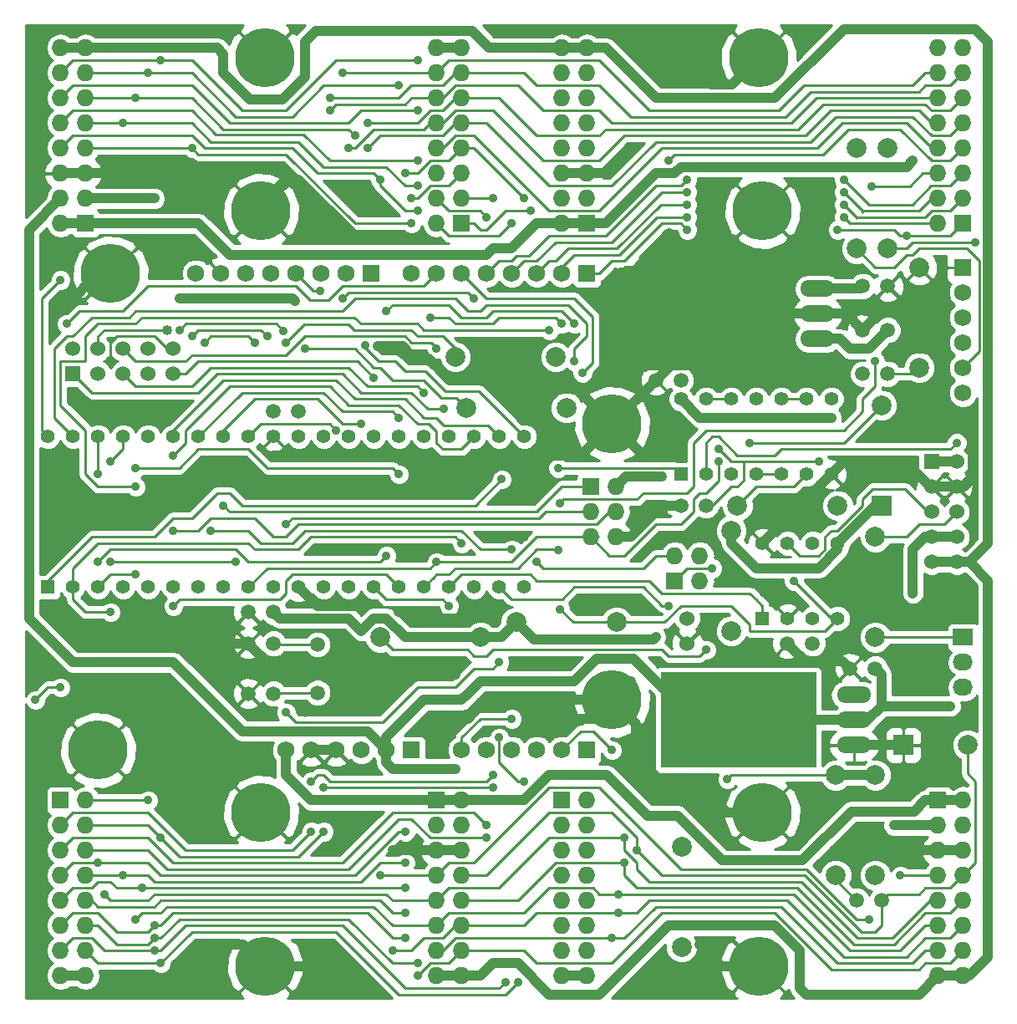
<source format=gbl>
%FSLAX46Y46*%
G04 Gerber Fmt 4.6, Leading zero omitted, Abs format (unit mm)*
G04 Created by KiCad (PCBNEW (2014-jul-16 BZR unknown)-product) date Fri 03 Oct 2014 09:52:35 PM PDT*
%MOMM*%
G01*
G04 APERTURE LIST*
%ADD10C,0.150000*%
%ADD11C,1.501140*%
%ADD12C,1.998980*%
%ADD13R,1.998980X1.998980*%
%ADD14C,1.524000*%
%ADD15C,6.000000*%
%ADD16R,2.032000X1.727200*%
%ADD17O,2.032000X1.727200*%
%ADD18R,1.727200X1.727200*%
%ADD19O,1.727200X1.727200*%
%ADD20C,1.727200*%
%ADD21R,1.524000X1.524000*%
%ADD22O,3.500120X1.699260*%
%ADD23R,15.748000X9.652000*%
%ADD24R,1.397000X1.397000*%
%ADD25C,1.397000*%
%ADD26C,1.016000*%
%ADD27C,0.889000*%
%ADD28C,1.016000*%
%ADD29C,0.254000*%
G04 APERTURE END LIST*
D10*
D11*
X114300000Y-57785000D03*
X111760000Y-57785000D03*
X52070000Y-89535000D03*
X49530000Y-89535000D03*
X111760000Y-53340000D03*
X114300000Y-53340000D03*
X52070000Y-94615000D03*
X49530000Y-94615000D03*
X113030000Y-92075000D03*
X110490000Y-92075000D03*
X111125000Y-115570000D03*
X113665000Y-115570000D03*
X95885000Y-75565000D03*
X93345000Y-75565000D03*
X111760000Y-62230000D03*
X114300000Y-62230000D03*
X93345000Y-62865000D03*
X90805000Y-62865000D03*
X106680000Y-89535000D03*
X104140000Y-89535000D03*
X54610000Y-66040000D03*
X52070000Y-66040000D03*
X52070000Y-86360000D03*
X49530000Y-86360000D03*
D12*
X113665000Y-65405000D03*
D13*
X113665000Y-75565000D03*
D14*
X93980000Y-86995000D03*
X93980000Y-89535000D03*
D15*
X86360000Y-67310000D03*
X35560000Y-52070000D03*
X86360000Y-95250000D03*
X34290000Y-100330000D03*
X50800000Y-106680000D03*
X101200001Y-30199990D03*
X51199999Y-30199990D03*
X101200001Y-122200010D03*
X51199999Y-122200010D03*
X101600000Y-106680000D03*
X50800000Y-45720000D03*
X101600000Y-45720000D03*
D16*
X121920000Y-88900000D03*
D17*
X121920000Y-91440000D03*
X121920000Y-93980000D03*
D18*
X92710000Y-83185000D03*
D19*
X92710000Y-80645000D03*
X95250000Y-83185000D03*
X95250000Y-80645000D03*
D18*
X84201000Y-73660000D03*
D19*
X86741000Y-73660000D03*
X84201000Y-76200000D03*
X86741000Y-76200000D03*
X84201000Y-78740000D03*
X86741000Y-78740000D03*
D18*
X61976000Y-52070000D03*
D20*
X59436000Y-52070000D03*
X56896000Y-52070000D03*
X54356000Y-52070000D03*
X51816000Y-52070000D03*
X49276000Y-52070000D03*
X46736000Y-52070000D03*
X44196000Y-52070000D03*
D18*
X83820000Y-52070000D03*
D20*
X81280000Y-52070000D03*
X78740000Y-52070000D03*
X76200000Y-52070000D03*
X73660000Y-52070000D03*
X71120000Y-52070000D03*
X68580000Y-52070000D03*
X66040000Y-52070000D03*
D18*
X83820000Y-100330000D03*
D20*
X81280000Y-100330000D03*
X78740000Y-100330000D03*
X76200000Y-100330000D03*
X73660000Y-100330000D03*
X71120000Y-100330000D03*
D18*
X66040000Y-100330000D03*
D20*
X63500000Y-100330000D03*
X60960000Y-100330000D03*
X58420000Y-100330000D03*
X55880000Y-100330000D03*
X53340000Y-100330000D03*
D18*
X30480000Y-105410000D03*
D19*
X33020000Y-105410000D03*
X30480000Y-107950000D03*
X33020000Y-107950000D03*
X30480000Y-110490000D03*
X33020000Y-110490000D03*
X30480000Y-113030000D03*
X33020000Y-113030000D03*
X30480000Y-115570000D03*
X33020000Y-115570000D03*
X30480000Y-118110000D03*
X33020000Y-118110000D03*
X30480000Y-120650000D03*
X33020000Y-120650000D03*
X30480000Y-123190000D03*
X33020000Y-123190000D03*
D18*
X68580000Y-105410000D03*
D19*
X71120000Y-105410000D03*
X68580000Y-107950000D03*
X71120000Y-107950000D03*
X68580000Y-110490000D03*
X71120000Y-110490000D03*
X68580000Y-113030000D03*
X71120000Y-113030000D03*
X68580000Y-115570000D03*
X71120000Y-115570000D03*
X68580000Y-118110000D03*
X71120000Y-118110000D03*
X68580000Y-120650000D03*
X71120000Y-120650000D03*
X68580000Y-123190000D03*
X71120000Y-123190000D03*
D21*
X118745000Y-71120000D03*
D14*
X121285000Y-71120000D03*
X118745000Y-73660000D03*
X121285000Y-73660000D03*
X118745000Y-76200000D03*
X121285000Y-76200000D03*
X118745000Y-78740000D03*
X121285000Y-78740000D03*
X118745000Y-81280000D03*
X121285000Y-81280000D03*
D18*
X121920000Y-51435000D03*
D20*
X121920000Y-53975000D03*
X121920000Y-56515000D03*
X121920000Y-59055000D03*
X121920000Y-61595000D03*
X121920000Y-64135000D03*
D18*
X81280000Y-105410000D03*
D19*
X83820000Y-105410000D03*
X81280000Y-107950000D03*
X83820000Y-107950000D03*
X81280000Y-110490000D03*
X83820000Y-110490000D03*
X81280000Y-113030000D03*
X83820000Y-113030000D03*
X81280000Y-115570000D03*
X83820000Y-115570000D03*
X81280000Y-118110000D03*
X83820000Y-118110000D03*
X81280000Y-120650000D03*
X83820000Y-120650000D03*
X81280000Y-123190000D03*
X83820000Y-123190000D03*
D18*
X119380000Y-105410000D03*
D19*
X121920000Y-105410000D03*
X119380000Y-107950000D03*
X121920000Y-107950000D03*
X119380000Y-110490000D03*
X121920000Y-110490000D03*
X119380000Y-113030000D03*
X121920000Y-113030000D03*
X119380000Y-115570000D03*
X121920000Y-115570000D03*
X119380000Y-118110000D03*
X121920000Y-118110000D03*
X119380000Y-120650000D03*
X121920000Y-120650000D03*
X119380000Y-123190000D03*
X121920000Y-123190000D03*
D18*
X71120000Y-46990000D03*
D19*
X68580000Y-46990000D03*
X71120000Y-44450000D03*
X68580000Y-44450000D03*
X71120000Y-41910000D03*
X68580000Y-41910000D03*
X71120000Y-39370000D03*
X68580000Y-39370000D03*
X71120000Y-36830000D03*
X68580000Y-36830000D03*
X71120000Y-34290000D03*
X68580000Y-34290000D03*
X71120000Y-31750000D03*
X68580000Y-31750000D03*
X71120000Y-29210000D03*
X68580000Y-29210000D03*
D18*
X33020000Y-46990000D03*
D19*
X30480000Y-46990000D03*
X33020000Y-44450000D03*
X30480000Y-44450000D03*
X33020000Y-41910000D03*
X30480000Y-41910000D03*
X33020000Y-39370000D03*
X30480000Y-39370000D03*
X33020000Y-36830000D03*
X30480000Y-36830000D03*
X33020000Y-34290000D03*
X30480000Y-34290000D03*
X33020000Y-31750000D03*
X30480000Y-31750000D03*
X33020000Y-29210000D03*
X30480000Y-29210000D03*
D18*
X121920000Y-46990000D03*
D19*
X119380000Y-46990000D03*
X121920000Y-44450000D03*
X119380000Y-44450000D03*
X121920000Y-41910000D03*
X119380000Y-41910000D03*
X121920000Y-39370000D03*
X119380000Y-39370000D03*
X121920000Y-36830000D03*
X119380000Y-36830000D03*
X121920000Y-34290000D03*
X119380000Y-34290000D03*
X121920000Y-31750000D03*
X119380000Y-31750000D03*
X121920000Y-29210000D03*
X119380000Y-29210000D03*
D18*
X83820000Y-46990000D03*
D19*
X81280000Y-46990000D03*
X83820000Y-44450000D03*
X81280000Y-44450000D03*
X83820000Y-41910000D03*
X81280000Y-41910000D03*
X83820000Y-39370000D03*
X81280000Y-39370000D03*
X83820000Y-36830000D03*
X81280000Y-36830000D03*
X83820000Y-34290000D03*
X81280000Y-34290000D03*
X83820000Y-31750000D03*
X81280000Y-31750000D03*
X83820000Y-29210000D03*
X81280000Y-29210000D03*
D21*
X31750000Y-62230000D03*
D14*
X31750000Y-59690000D03*
X34290000Y-62230000D03*
X34290000Y-59690000D03*
X36830000Y-62230000D03*
X36830000Y-59690000D03*
X39370000Y-62230000D03*
X39370000Y-59690000D03*
X41910000Y-62230000D03*
X41910000Y-59690000D03*
D12*
X113030000Y-88900000D03*
X113030000Y-78740000D03*
X111125000Y-49530000D03*
X111125000Y-39370000D03*
X114300000Y-49530000D03*
X114300000Y-39370000D03*
X81724500Y-65659000D03*
X71564500Y-65659000D03*
X99060000Y-75565000D03*
X109220000Y-75565000D03*
X98425000Y-88265000D03*
X98425000Y-78105000D03*
X113030000Y-113030000D03*
X113030000Y-102870000D03*
X117475000Y-51435000D03*
X117475000Y-61595000D03*
X62865000Y-88900000D03*
X73025000Y-88900000D03*
X80645000Y-60515500D03*
X70485000Y-60515500D03*
D13*
X115874800Y-99822000D03*
D12*
X122377200Y-99822000D03*
D22*
X107188000Y-56134000D03*
X107188000Y-58674000D03*
X107188000Y-53594000D03*
D23*
X95504000Y-56134000D03*
D24*
X101600000Y-86995000D03*
D25*
X104140000Y-86995000D03*
X106680000Y-86995000D03*
X109220000Y-86995000D03*
X109220000Y-79375000D03*
X106680000Y-79375000D03*
X104140000Y-79375000D03*
X101600000Y-79375000D03*
D22*
X110871000Y-97282000D03*
X110871000Y-99822000D03*
X110871000Y-94742000D03*
D23*
X99187000Y-97282000D03*
D24*
X29210000Y-83820000D03*
D25*
X31750000Y-83820000D03*
X34290000Y-83820000D03*
X36830000Y-83820000D03*
X39370000Y-83820000D03*
X41910000Y-83820000D03*
X44450000Y-83820000D03*
X46990000Y-83820000D03*
X49530000Y-83820000D03*
X52070000Y-83820000D03*
X54610000Y-83820000D03*
X57150000Y-83820000D03*
X59690000Y-83820000D03*
X62230000Y-83820000D03*
X64770000Y-83820000D03*
X67310000Y-83820000D03*
X69850000Y-83820000D03*
X72390000Y-83820000D03*
X74930000Y-83820000D03*
X77470000Y-83820000D03*
X77470000Y-68580000D03*
X74930000Y-68580000D03*
X72390000Y-68580000D03*
X69850000Y-68580000D03*
X67310000Y-68580000D03*
X64770000Y-68580000D03*
X62230000Y-68580000D03*
X59690000Y-68580000D03*
X57150000Y-68580000D03*
X54610000Y-68580000D03*
X52070000Y-68580000D03*
X49530000Y-68580000D03*
X46990000Y-68580000D03*
X44450000Y-68580000D03*
X41910000Y-68580000D03*
X39370000Y-68580000D03*
X36830000Y-68580000D03*
X34290000Y-68580000D03*
X31750000Y-68580000D03*
X29210000Y-68580000D03*
D11*
X56515000Y-89634060D03*
X56515000Y-94515940D03*
D24*
X93345000Y-72390000D03*
D25*
X95885000Y-72390000D03*
X98425000Y-72390000D03*
X100965000Y-72390000D03*
X103505000Y-72390000D03*
X106045000Y-72390000D03*
X108585000Y-72390000D03*
X108585000Y-64770000D03*
X106045000Y-64770000D03*
X103505000Y-64770000D03*
X100965000Y-64770000D03*
X98425000Y-64770000D03*
X95885000Y-64770000D03*
X93345000Y-64770000D03*
D12*
X86804500Y-87376000D03*
X76644500Y-87376000D03*
X93408500Y-120269000D03*
X93408500Y-110109000D03*
X109029500Y-113030000D03*
X109029500Y-102870000D03*
D26*
X116840000Y-40640000D03*
X108839000Y-110490000D03*
X69850000Y-71882000D03*
X92837000Y-68834000D03*
X46355000Y-46355000D03*
X46355000Y-43180000D03*
X57150000Y-70485000D03*
X67945000Y-97790000D03*
X72390000Y-96520000D03*
X73660000Y-95250000D03*
X60960000Y-85725000D03*
X64770000Y-86360000D03*
X67945000Y-86995000D03*
X70485000Y-92710000D03*
X72390000Y-86360000D03*
X70485000Y-91440000D03*
X67945000Y-92710000D03*
X67945000Y-91440000D03*
X69215000Y-97155000D03*
X54610000Y-92710000D03*
X54610000Y-91440000D03*
X63500000Y-92710000D03*
X63500000Y-91440000D03*
X55245000Y-96520000D03*
X77470000Y-95250000D03*
X80645000Y-97155000D03*
X80645000Y-95250000D03*
X92202000Y-48006000D03*
X95631000Y-32131000D03*
X88265000Y-39497000D03*
X61595000Y-74295000D03*
X67310000Y-70485000D03*
X64770000Y-74295000D03*
X67310000Y-74295000D03*
X59690000Y-80010000D03*
X77470000Y-78740000D03*
X77470000Y-74295000D03*
X77470000Y-91440000D03*
X81915000Y-91440000D03*
X61595000Y-45085000D03*
X61595000Y-48260000D03*
X34925000Y-65405000D03*
X83185000Y-85090000D03*
X85725000Y-85090000D03*
X95250000Y-120015000D03*
X64135000Y-110490000D03*
X44450000Y-120015000D03*
X44450000Y-109220000D03*
X45720000Y-106680000D03*
X58420000Y-121920000D03*
X31750000Y-88265000D03*
X38100000Y-89535000D03*
X31115000Y-55245000D03*
X35560000Y-60960000D03*
X52070000Y-70485000D03*
X66040000Y-60325000D03*
X71755000Y-94615000D03*
X88900000Y-91440000D03*
X120650002Y-95885000D03*
X70485000Y-102235000D03*
D27*
X88900000Y-110490000D03*
X100330000Y-69215000D03*
X97155000Y-71120000D03*
X62865000Y-42545000D03*
X66675000Y-45720000D03*
X68580000Y-59690000D03*
X68580000Y-81280000D03*
X97155000Y-69850000D03*
X107315000Y-71120000D03*
X50165000Y-59055000D03*
X40005000Y-120650000D03*
X57785000Y-34290000D03*
X75565000Y-123825000D03*
X45085000Y-59055000D03*
X46990000Y-75565000D03*
X53340000Y-59055000D03*
X40640000Y-121920000D03*
X59055000Y-31750000D03*
X76835000Y-123825000D03*
X53340000Y-77470000D03*
X51435000Y-58420000D03*
X40005000Y-119380000D03*
X66675000Y-121920000D03*
X57785000Y-35560000D03*
X41910000Y-78105000D03*
X43815000Y-58420000D03*
X56769000Y-53848000D03*
X61341000Y-59309000D03*
X61595000Y-39370000D03*
X65405000Y-114300000D03*
X38735000Y-114300000D03*
X60960000Y-67310000D03*
X92075000Y-85725000D03*
X65405000Y-116840000D03*
X59690000Y-39370000D03*
X59055000Y-54610000D03*
X72390000Y-54610000D03*
X53086000Y-57848500D03*
X40005000Y-118110000D03*
X65405000Y-119380000D03*
X42545000Y-57785000D03*
X61595000Y-36830000D03*
X58420000Y-67945000D03*
X115570000Y-113030000D03*
X112395000Y-117475000D03*
X62865000Y-113030000D03*
X66040000Y-46990000D03*
X43815000Y-39370000D03*
X69850000Y-85725000D03*
X109220000Y-47625000D03*
X93980000Y-47625000D03*
X78105000Y-45720000D03*
X116205000Y-48260000D03*
X82550000Y-57150000D03*
X34290000Y-81280000D03*
X63500000Y-80645000D03*
X63500000Y-55880000D03*
X109855000Y-46355000D03*
X93980000Y-46355000D03*
X74930000Y-99060000D03*
X77470000Y-103505000D03*
X76200000Y-46990000D03*
X39370000Y-105410000D03*
X41910000Y-85725000D03*
X67945000Y-56515000D03*
X81280000Y-57150000D03*
X109855000Y-45085000D03*
X93980000Y-45085000D03*
X55880000Y-103505000D03*
X55880000Y-108585000D03*
X74295000Y-44450000D03*
X74295000Y-102870000D03*
X38100000Y-82550000D03*
X80010000Y-57785000D03*
X38100000Y-73660000D03*
X109855000Y-43815000D03*
X93980000Y-43815000D03*
X73660000Y-46355000D03*
X57150000Y-104140000D03*
X74295000Y-104140000D03*
X57150000Y-108585000D03*
X40640000Y-109220000D03*
X45720000Y-78105000D03*
X76200000Y-80010000D03*
X93980000Y-42545000D03*
X109855000Y-42545000D03*
X66040000Y-44450000D03*
X73660000Y-107950000D03*
X75184000Y-72898000D03*
X81051400Y-75285600D03*
X83362800Y-62103000D03*
X112674400Y-43230800D03*
X113030000Y-60960000D03*
X73660000Y-109220000D03*
X35560000Y-86360000D03*
X71120000Y-79375000D03*
X65405000Y-108585000D03*
X65405000Y-41910000D03*
X77470000Y-44450000D03*
X92075000Y-40640000D03*
X34290000Y-111760000D03*
X31115000Y-57150000D03*
X36830000Y-113030000D03*
X65405000Y-111760000D03*
X64770000Y-66675000D03*
X66675000Y-43180000D03*
X34925000Y-114935000D03*
X36830000Y-36830000D03*
X87630000Y-109220000D03*
X30480000Y-52705000D03*
X87630000Y-111760000D03*
X66675000Y-40640000D03*
X86360000Y-100330000D03*
X82550000Y-60960000D03*
X38100000Y-117475000D03*
X34290000Y-72390000D03*
X27940000Y-95250000D03*
X30480000Y-93980000D03*
X38100000Y-34290000D03*
X86995000Y-114935000D03*
X60325000Y-38100000D03*
X66675000Y-35560000D03*
X86995000Y-116840000D03*
X35560000Y-81280000D03*
X48260000Y-81280000D03*
X64135000Y-120650000D03*
X35560000Y-71120000D03*
X86360000Y-119380000D03*
X64770000Y-33020000D03*
X39370000Y-31750000D03*
X41910000Y-70485000D03*
X74930000Y-91440000D03*
X53340000Y-96520000D03*
X40640000Y-30480000D03*
X66675000Y-30480000D03*
X76200000Y-97155000D03*
X66675000Y-123190000D03*
D26*
X116840000Y-84455000D03*
D27*
X123190000Y-48895000D03*
X69342000Y-65786000D03*
X38100000Y-71755000D03*
X64770000Y-72390000D03*
X67310000Y-64135000D03*
X62230000Y-62611000D03*
X95885000Y-90170000D03*
X96520000Y-81915000D03*
X78740000Y-81280000D03*
X121285000Y-69215000D03*
X80899000Y-71755000D03*
X55245000Y-59690000D03*
X90805000Y-88900000D03*
X91440000Y-72644002D03*
X98031300Y-103289100D03*
D26*
X108585000Y-66675000D03*
X106680000Y-81915000D03*
X114935000Y-107950000D03*
X42545000Y-54610000D03*
X40005000Y-44450000D03*
X41275000Y-57785000D03*
X60960000Y-88265000D03*
X54229000Y-54864000D03*
D27*
X104775000Y-83185000D03*
X80899000Y-80073500D03*
X81089500Y-86042500D03*
D28*
X97535998Y-111505998D02*
X92995781Y-106965781D01*
X89922381Y-106965781D02*
X85826600Y-102870000D01*
X92995781Y-106965781D02*
X89922381Y-106965781D01*
X119380000Y-105410000D02*
X118110000Y-105410000D01*
X110617000Y-106553000D02*
X105664002Y-111505998D01*
X116967000Y-106553000D02*
X110617000Y-106553000D01*
X118110000Y-105410000D02*
X116967000Y-106553000D01*
X80010000Y-102870000D02*
X85826600Y-102870000D01*
X77470000Y-105410000D02*
X71120000Y-105410000D01*
X77470000Y-105410000D02*
X80010000Y-102870000D01*
X97535998Y-111505998D02*
X105664002Y-111505998D01*
X83820000Y-46990000D02*
X85725000Y-46990000D01*
X90805000Y-41910000D02*
X92710000Y-41910000D01*
X85725000Y-46990000D02*
X90805000Y-41910000D01*
X121920000Y-105410000D02*
X119380000Y-105410000D01*
X68580000Y-105410000D02*
X71120000Y-105410000D01*
X33020000Y-46990000D02*
X44450000Y-46990000D01*
X30480000Y-46990000D02*
X33020000Y-46990000D01*
X81280000Y-46990000D02*
X83820000Y-46990000D01*
X121285000Y-71120000D02*
X118745000Y-71120000D01*
X55880000Y-105410000D02*
X68580000Y-105410000D01*
X78740000Y-46990000D02*
X76200000Y-49530000D01*
X81280000Y-46990000D02*
X78740000Y-46990000D01*
X116840000Y-40640000D02*
X116205000Y-41275000D01*
X116205000Y-41275000D02*
X93345000Y-41275000D01*
X93345000Y-41275000D02*
X92710000Y-41910000D01*
X109474000Y-58674000D02*
X110490000Y-59690000D01*
X110490000Y-59690000D02*
X112395000Y-59690000D01*
X112395000Y-59690000D02*
X114300000Y-57785000D01*
X107188000Y-58674000D02*
X109474000Y-58674000D01*
X74295000Y-49530000D02*
X73660000Y-50165000D01*
X73660000Y-50165000D02*
X47625000Y-50165000D01*
X47625000Y-50165000D02*
X44450000Y-46990000D01*
X76200000Y-49530000D02*
X74295000Y-49530000D01*
X53340000Y-102870000D02*
X55880000Y-105410000D01*
X53340000Y-100330000D02*
X53340000Y-102870000D01*
X86360000Y-95250000D02*
X88773000Y-97663000D01*
X98031300Y-106680000D02*
X101600000Y-106680000D01*
X96050100Y-104698800D02*
X98031300Y-106680000D01*
X90830400Y-104698800D02*
X96050100Y-104698800D01*
X88773000Y-102641400D02*
X90830400Y-104698800D01*
X88773000Y-97663000D02*
X88773000Y-102641400D01*
X86360000Y-67310000D02*
X90805000Y-62865000D01*
X104140000Y-89535000D02*
X105892600Y-91287600D01*
X109702600Y-91287600D02*
X110490000Y-92075000D01*
X105892600Y-91287600D02*
X109702600Y-91287600D01*
X119380000Y-110490000D02*
X108839000Y-110490000D01*
X86360000Y-67310000D02*
X81915000Y-62865000D01*
X66421000Y-60706000D02*
X66040000Y-60325000D01*
X67754500Y-60706000D02*
X66421000Y-60706000D01*
X69913500Y-62865000D02*
X67754500Y-60706000D01*
X81915000Y-62865000D02*
X69913500Y-62865000D01*
X67310000Y-70485000D02*
X68707000Y-71882000D01*
X74422000Y-71882000D02*
X75819000Y-70485000D01*
X68707000Y-71882000D02*
X69850000Y-71882000D01*
X69850000Y-71882000D02*
X74422000Y-71882000D01*
X89535000Y-70485000D02*
X91186000Y-70485000D01*
X91186000Y-70485000D02*
X92837000Y-68834000D01*
X110871000Y-99822000D02*
X115874800Y-99822000D01*
X77470000Y-74295000D02*
X77470000Y-70485000D01*
X33020000Y-41910000D02*
X45085000Y-41910000D01*
X45085000Y-41910000D02*
X46355000Y-43180000D01*
X69215000Y-97155000D02*
X68580000Y-97155000D01*
X68580000Y-97155000D02*
X67945000Y-97790000D01*
X60960000Y-85725000D02*
X60959998Y-85724998D01*
X60959998Y-85724998D02*
X56514998Y-85724998D01*
X56514998Y-85724998D02*
X54610000Y-83820000D01*
X67945000Y-86995000D02*
X67310000Y-86360000D01*
X67310000Y-86360000D02*
X64770000Y-86360000D01*
X72390000Y-86360000D02*
X71755000Y-86995000D01*
X71755000Y-86995000D02*
X67945000Y-86995000D01*
X67945000Y-92710000D02*
X70485000Y-92710000D01*
X70485000Y-91440000D02*
X67945000Y-91440000D01*
X63500000Y-92710000D02*
X67945000Y-92710000D01*
X63500000Y-91440000D02*
X67945000Y-91440000D01*
X73660000Y-95250000D02*
X72390000Y-96520000D01*
X72390000Y-96520000D02*
X71755000Y-97155000D01*
X71755000Y-97155000D02*
X69215000Y-97155000D01*
X76835000Y-95250000D02*
X74930000Y-95250000D01*
X74930000Y-95250000D02*
X73660000Y-95250000D01*
X63500000Y-91440000D02*
X54610000Y-91440000D01*
X63500000Y-92710000D02*
X54610000Y-92710000D01*
X54610000Y-92710000D02*
X52705000Y-92710000D01*
X52705000Y-92710000D02*
X49530000Y-89535000D01*
X77470000Y-95250000D02*
X77470000Y-95885000D01*
X86360000Y-95250000D02*
X84455000Y-97155000D01*
X84455000Y-97155000D02*
X80645000Y-97155000D01*
X80645000Y-97155000D02*
X78740000Y-97155000D01*
X78740000Y-97155000D02*
X77470000Y-95885000D01*
X77470000Y-95885000D02*
X76835000Y-95250000D01*
X86360000Y-95250000D02*
X88265000Y-93345000D01*
X108585000Y-72390000D02*
X101600000Y-79375000D01*
X118745000Y-73660000D02*
X118618000Y-73660000D01*
X118618000Y-73660000D02*
X115951000Y-70993000D01*
X109982000Y-70993000D02*
X108585000Y-72390000D01*
X115951000Y-70993000D02*
X109982000Y-70993000D01*
X121285000Y-73660000D02*
X122047000Y-73660000D01*
X122047000Y-73660000D02*
X122936000Y-72771000D01*
X113665000Y-55880000D02*
X111760000Y-57785000D01*
X116078000Y-55880000D02*
X113665000Y-55880000D01*
X120015000Y-59817000D02*
X116078000Y-55880000D01*
X120015000Y-65659000D02*
X120015000Y-59817000D01*
X122936000Y-68580000D02*
X120015000Y-65659000D01*
X122936000Y-72771000D02*
X122936000Y-68580000D01*
X107188000Y-56134000D02*
X110109000Y-56134000D01*
X110109000Y-56134000D02*
X111760000Y-57785000D01*
X92202000Y-48006000D02*
X92202000Y-50800000D01*
X83820000Y-41910000D02*
X85852000Y-41910000D01*
X98506991Y-32893000D02*
X101200001Y-30199990D01*
X96393000Y-32893000D02*
X98506991Y-32893000D01*
X95631000Y-32131000D02*
X96393000Y-32893000D01*
X85852000Y-41910000D02*
X88265000Y-39497000D01*
X67310000Y-74295000D02*
X64770000Y-74295000D01*
X61595000Y-74295000D02*
X64770000Y-74295000D01*
X77470000Y-91440000D02*
X81915000Y-91440000D01*
X50800000Y-45720000D02*
X50800000Y-45085000D01*
X50800000Y-45085000D02*
X53340000Y-42545000D01*
X60325000Y-48260000D02*
X61595000Y-48260000D01*
X54610000Y-42545000D02*
X60325000Y-48260000D01*
X53340000Y-42545000D02*
X54610000Y-42545000D01*
X75819000Y-70485000D02*
X77470000Y-70485000D01*
X77470000Y-70485000D02*
X79375000Y-70485000D01*
X107188000Y-56134000D02*
X103759000Y-56134000D01*
X103759000Y-56134000D02*
X103759000Y-50927000D01*
X103759000Y-50927000D02*
X103632000Y-50800000D01*
X103632000Y-50800000D02*
X92202000Y-50800000D01*
X89662000Y-50800000D02*
X88519000Y-51943000D01*
X92202000Y-50800000D02*
X89662000Y-50800000D01*
X88519000Y-51943000D02*
X87249000Y-51943000D01*
X103759000Y-61341000D02*
X103759000Y-56896000D01*
X87503000Y-61341000D02*
X103759000Y-61341000D01*
X87376000Y-61214000D02*
X87503000Y-61341000D01*
X87376000Y-52070000D02*
X87376000Y-61214000D01*
X87249000Y-51943000D02*
X87376000Y-52070000D01*
X93345000Y-75565000D02*
X91440000Y-75565000D01*
X88265000Y-78740000D02*
X86741000Y-78740000D01*
X91440000Y-75565000D02*
X88265000Y-78740000D01*
X85725000Y-85090000D02*
X83185000Y-85090000D01*
X86360000Y-95250000D02*
X80645000Y-95250000D01*
X80645000Y-95250000D02*
X76835000Y-95250000D01*
X90805000Y-62865000D02*
X97536000Y-56134000D01*
X97536000Y-56134000D02*
X107188000Y-56134000D01*
X86360000Y-67310000D02*
X89535000Y-70485000D01*
X71120000Y-110490000D02*
X68580000Y-110490000D01*
X119380000Y-110490000D02*
X121920000Y-110490000D01*
X30480000Y-41910000D02*
X33020000Y-41910000D01*
X81280000Y-41910000D02*
X83820000Y-41910000D01*
X121285000Y-73660000D02*
X118745000Y-73660000D01*
X97435010Y-122200010D02*
X95250000Y-120015000D01*
X101200001Y-122200010D02*
X97435010Y-122200010D01*
X68580000Y-110490000D02*
X64135000Y-110490000D01*
X49014989Y-120015000D02*
X44450000Y-120015000D01*
X51199999Y-122200010D02*
X49014989Y-120015000D01*
X44450000Y-109220000D02*
X45720000Y-107950000D01*
X45720000Y-107950000D02*
X45720000Y-106680000D01*
X58139990Y-122200010D02*
X58420000Y-121920000D01*
X51199999Y-122200010D02*
X58139990Y-122200010D01*
X33020000Y-89535000D02*
X31750000Y-88265000D01*
X49530000Y-89535000D02*
X38100000Y-89535000D01*
X38100000Y-89535000D02*
X33020000Y-89535000D01*
X34290000Y-52070000D02*
X35560000Y-52070000D01*
X31115000Y-55245000D02*
X34290000Y-52070000D01*
D29*
X41275000Y-59690000D02*
X41910000Y-59690000D01*
X35560000Y-59055000D02*
X36195000Y-58420000D01*
X36195000Y-58420000D02*
X40005000Y-58420000D01*
X40005000Y-58420000D02*
X41275000Y-59690000D01*
X35560000Y-60960000D02*
X35560000Y-59055000D01*
D28*
X83185000Y-70485000D02*
X86360000Y-67310000D01*
X52070000Y-70485000D02*
X57150000Y-70485000D01*
X57150000Y-70485000D02*
X67310000Y-70485000D01*
X79375000Y-70485000D02*
X83185000Y-70485000D01*
X58420000Y-100330000D02*
X55880000Y-100330000D01*
X65151002Y-59436002D02*
X62611000Y-59436002D01*
X66040000Y-60325000D02*
X65151002Y-59436002D01*
D29*
X52070000Y-89535000D02*
X52169060Y-89634060D01*
X52169060Y-89634060D02*
X56515000Y-89634060D01*
X52070000Y-94615000D02*
X52169060Y-94515940D01*
X52169060Y-94515940D02*
X56515000Y-94515940D01*
D28*
X88900000Y-91440000D02*
X88519002Y-91059002D01*
X88519002Y-91059002D02*
X84835998Y-91059002D01*
X67310000Y-95250000D02*
X71120000Y-95250000D01*
X82550000Y-93345000D02*
X84835998Y-91059002D01*
X82550000Y-93345000D02*
X73025000Y-93345000D01*
X71120000Y-95250000D02*
X71755000Y-94615000D01*
X71755000Y-94615000D02*
X73025000Y-93345000D01*
X63500000Y-100330000D02*
X63500000Y-99060000D01*
X63500000Y-99060000D02*
X67310000Y-95250000D01*
X88900000Y-91440000D02*
X94107000Y-96647000D01*
X94107000Y-96647000D02*
X94107000Y-97282000D01*
X110871000Y-97282000D02*
X94107000Y-97282000D01*
X94107000Y-96659762D02*
X94107000Y-97282000D01*
X113030000Y-92075000D02*
X113665000Y-92710000D01*
X113665000Y-92710000D02*
X113665000Y-95885000D01*
X110871000Y-97282000D02*
X112268000Y-97282000D01*
X112268000Y-97282000D02*
X113665000Y-95885000D01*
X41910000Y-91440000D02*
X48895000Y-98425000D01*
X31750000Y-91440000D02*
X27305000Y-86995000D01*
X27305000Y-86995000D02*
X27305000Y-47625000D01*
X27305000Y-47625000D02*
X30480000Y-44450000D01*
X41910000Y-91440000D02*
X31750000Y-91440000D01*
X120650002Y-95885000D02*
X113665000Y-95885000D01*
X63500000Y-100330000D02*
X63500000Y-101600000D01*
X61595000Y-98425000D02*
X63500000Y-100330000D01*
X48895000Y-98425000D02*
X61595000Y-98425000D01*
X64135000Y-102235000D02*
X70485000Y-102235000D01*
X63500000Y-101600000D02*
X64135000Y-102235000D01*
D29*
X111125000Y-115570000D02*
X109029500Y-113474500D01*
X109029500Y-113474500D02*
X109029500Y-113030000D01*
X38100000Y-60960000D02*
X43180000Y-60960000D01*
X43180000Y-60960000D02*
X43815000Y-60325000D01*
X43815000Y-60325000D02*
X53340000Y-60325000D01*
X53340000Y-60325000D02*
X55245000Y-58420000D01*
X55245000Y-58420000D02*
X65405000Y-58420000D01*
X65405000Y-58420000D02*
X66040000Y-59055000D01*
X66040000Y-59055000D02*
X68071998Y-59055000D01*
X88900000Y-110490000D02*
X88900000Y-109220000D01*
X88900000Y-110490000D02*
X91440000Y-113030000D01*
X113665000Y-65405000D02*
X109855000Y-69215000D01*
X109855000Y-69215000D02*
X100330000Y-69215000D01*
X95250000Y-74295000D02*
X95885000Y-74295000D01*
X95885000Y-74295000D02*
X97155000Y-73025000D01*
X94615000Y-74930000D02*
X95250000Y-74295000D01*
X93345000Y-77470000D02*
X94615000Y-76200000D01*
X94615000Y-76200000D02*
X94615000Y-74930000D01*
X84201000Y-78740000D02*
X86106000Y-80645000D01*
X87630000Y-80645000D02*
X90805000Y-77470000D01*
X86106000Y-80645000D02*
X87630000Y-80645000D01*
X90805000Y-77470000D02*
X93345000Y-77470000D01*
X97155000Y-73025000D02*
X97155000Y-71120000D01*
X68580000Y-81280000D02*
X67945000Y-81915000D01*
X76200000Y-81280000D02*
X68580000Y-81280000D01*
X78740000Y-78740000D02*
X76200000Y-81280000D01*
X67945000Y-81915000D02*
X51435000Y-81915000D01*
X62865000Y-42545000D02*
X62865000Y-43180000D01*
X62865000Y-43180000D02*
X65405000Y-45720000D01*
X62230000Y-41910000D02*
X56515000Y-41910000D01*
X62865000Y-42545000D02*
X62230000Y-41910000D01*
X84201000Y-78740000D02*
X78740000Y-78740000D01*
X113665000Y-115570000D02*
X113665000Y-118110000D01*
X111633000Y-118745000D02*
X105918000Y-113030000D01*
X113030000Y-118745000D02*
X111633000Y-118745000D01*
X113665000Y-118110000D02*
X113030000Y-118745000D01*
X84201000Y-78740000D02*
X84963000Y-78740000D01*
X113665000Y-115570000D02*
X114300000Y-114935000D01*
X117475000Y-114935000D02*
X118110000Y-114300000D01*
X114300000Y-114935000D02*
X117475000Y-114935000D01*
X120650000Y-114300000D02*
X118110000Y-114300000D01*
X120650000Y-114300000D02*
X121920000Y-113030000D01*
X51435000Y-81915000D02*
X49530000Y-83820000D01*
X65405000Y-45720000D02*
X66675000Y-45720000D01*
X80010000Y-106680000D02*
X86360000Y-106680000D01*
X88900000Y-109220000D02*
X86360000Y-106680000D01*
X73660000Y-113030000D02*
X80010000Y-106680000D01*
X71120000Y-113030000D02*
X73660000Y-113030000D01*
X123190000Y-111760000D02*
X123190000Y-103505000D01*
X123190000Y-103505000D02*
X122377200Y-102692200D01*
X122377200Y-102692200D02*
X122377200Y-99822000D01*
X121920000Y-113030000D02*
X123190000Y-111760000D01*
X31750000Y-38100000D02*
X43815000Y-38100000D01*
X30480000Y-39370000D02*
X31750000Y-38100000D01*
X53975000Y-39370000D02*
X56515000Y-41910000D01*
X45085000Y-39370000D02*
X53975000Y-39370000D01*
X43815000Y-38100000D02*
X45085000Y-39370000D01*
X91440000Y-113030000D02*
X105918000Y-113030000D01*
X43180000Y-60960000D02*
X43815000Y-60325000D01*
X36830000Y-59690000D02*
X38100000Y-60960000D01*
X68580000Y-59563002D02*
X68071998Y-59055000D01*
X68580000Y-59690000D02*
X68580000Y-59563002D01*
X99695000Y-71120000D02*
X98425000Y-71120000D01*
X98425000Y-71120000D02*
X97155000Y-69850000D01*
X107315000Y-71120000D02*
X99695000Y-71120000D01*
X99695000Y-71120000D02*
X99695000Y-71755000D01*
X99060000Y-73660000D02*
X98425000Y-73660000D01*
X99695000Y-73025000D02*
X99060000Y-73660000D01*
X99695000Y-71755000D02*
X99695000Y-73025000D01*
X98425000Y-73660000D02*
X96520000Y-75565000D01*
X95885000Y-64770000D02*
X98425000Y-64770000D01*
X95885000Y-75565000D02*
X96520000Y-75565000D01*
X121920000Y-88900000D02*
X113030000Y-88900000D01*
X116078000Y-73914000D02*
X112776000Y-73914000D01*
X112776000Y-73914000D02*
X111760000Y-74930000D01*
X111760000Y-74930000D02*
X111760000Y-75565000D01*
X108585000Y-78105000D02*
X107950000Y-78740000D01*
X109220000Y-78105000D02*
X108585000Y-78105000D01*
X111760000Y-75565000D02*
X109220000Y-78105000D01*
X118745000Y-76200000D02*
X118364000Y-76200000D01*
X118364000Y-76200000D02*
X116078000Y-73914000D01*
X107950000Y-78740000D02*
X107950000Y-80010000D01*
X104140000Y-79375000D02*
X105410000Y-80645000D01*
X107315000Y-80645000D02*
X107950000Y-80010000D01*
X105410000Y-80645000D02*
X107315000Y-80645000D01*
X118110000Y-76200000D02*
X118745000Y-76200000D01*
X50165000Y-59055000D02*
X49530000Y-58420000D01*
X45720000Y-58420000D02*
X45085000Y-59055000D01*
X49530000Y-58420000D02*
X45720000Y-58420000D01*
X40005000Y-120650000D02*
X34925000Y-120650000D01*
X31750000Y-119380000D02*
X30480000Y-120650000D01*
X33655000Y-119380000D02*
X31750000Y-119380000D01*
X34925000Y-120650000D02*
X33655000Y-119380000D01*
X70485000Y-31750000D02*
X69215000Y-33020000D01*
X69215000Y-33020000D02*
X66040000Y-33020000D01*
X66040000Y-33020000D02*
X64770000Y-34290000D01*
X64770000Y-34290000D02*
X57785000Y-34290000D01*
X71120000Y-31750000D02*
X70485000Y-31750000D01*
X40005000Y-120650000D02*
X40640000Y-120650000D01*
X43180000Y-118110000D02*
X59055000Y-118110000D01*
X40640000Y-120650000D02*
X43180000Y-118110000D01*
X65405000Y-124460000D02*
X59055000Y-118110000D01*
X74930000Y-124460000D02*
X65405000Y-124460000D01*
X75565000Y-123825000D02*
X74930000Y-124460000D01*
X103936800Y-36195000D02*
X106476800Y-33655000D01*
X120650000Y-33020000D02*
X121920000Y-31750000D01*
X118110000Y-33020000D02*
X120650000Y-33020000D01*
X117475000Y-33655000D02*
X118110000Y-33020000D01*
X106476800Y-33655000D02*
X117475000Y-33655000D01*
X71120000Y-31750000D02*
X77470000Y-31750000D01*
X85090000Y-33020000D02*
X88265000Y-36195000D01*
X78740000Y-33020000D02*
X85090000Y-33020000D01*
X77470000Y-31750000D02*
X78740000Y-33020000D01*
X103936800Y-36195000D02*
X88265000Y-36195000D01*
X84201000Y-73660000D02*
X81280000Y-73660000D01*
X78740000Y-76200000D02*
X69215000Y-76200000D01*
X81280000Y-73660000D02*
X78740000Y-76200000D01*
X47625000Y-76200000D02*
X46990000Y-75565000D01*
X69215000Y-76200000D02*
X47625000Y-76200000D01*
X53340000Y-59055000D02*
X55181500Y-57213500D01*
X59690000Y-57213500D02*
X60261500Y-57785000D01*
X55181500Y-57213500D02*
X59690000Y-57213500D01*
X70485000Y-60515500D02*
X70485000Y-59690000D01*
X70485000Y-59690000D02*
X69215000Y-58420000D01*
X69215000Y-58420000D02*
X66675000Y-58420000D01*
X66675000Y-58420000D02*
X66040000Y-57785000D01*
X66040000Y-57785000D02*
X60261500Y-57785000D01*
X59690000Y-31750000D02*
X68580000Y-31750000D01*
X59055000Y-31750000D02*
X59690000Y-31750000D01*
X33020000Y-120650000D02*
X34290000Y-121920000D01*
X34290000Y-121920000D02*
X38735000Y-121920000D01*
X119380000Y-31750000D02*
X119380000Y-31750000D01*
X118110000Y-31750000D02*
X119380000Y-31750000D01*
X105816400Y-33020000D02*
X116840000Y-33020000D01*
X116840000Y-33020000D02*
X118110000Y-31750000D01*
X69850000Y-30480000D02*
X85090000Y-30480000D01*
X85090000Y-30480000D02*
X90170000Y-35560000D01*
X90170000Y-35560000D02*
X103276400Y-35560000D01*
X68580000Y-31750000D02*
X69850000Y-30480000D01*
X103276400Y-35560000D02*
X105816400Y-33020000D01*
X58420000Y-118745000D02*
X43815000Y-118745000D01*
X40640000Y-121920000D02*
X43815000Y-118745000D01*
X64770000Y-125095000D02*
X58420000Y-118745000D01*
X64770000Y-125095000D02*
X75565000Y-125095000D01*
X75565000Y-125095000D02*
X76835000Y-123825000D01*
X39370000Y-121920000D02*
X40640000Y-121920000D01*
X38735000Y-121920000D02*
X39370000Y-121920000D01*
X79629000Y-76200000D02*
X78994000Y-76835000D01*
X84201000Y-76200000D02*
X81026000Y-76200000D01*
X81026000Y-76200000D02*
X79629000Y-76200000D01*
X70485000Y-76835000D02*
X78994000Y-76835000D01*
X53975000Y-76835000D02*
X53340000Y-77470000D01*
X70485000Y-76835000D02*
X53975000Y-76835000D01*
X51435000Y-58420000D02*
X50800000Y-57785000D01*
X86741000Y-76200000D02*
X86106000Y-76200000D01*
X86106000Y-76200000D02*
X84836000Y-77470000D01*
X40005000Y-119380000D02*
X39370000Y-120015000D01*
X39370000Y-120015000D02*
X36195000Y-120015000D01*
X40640000Y-119380000D02*
X40005000Y-119380000D01*
X66675000Y-121920000D02*
X64135000Y-121920000D01*
X64135000Y-121920000D02*
X59690000Y-117475000D01*
X59690000Y-117475000D02*
X42545000Y-117475000D01*
X70485000Y-33020000D02*
X76835000Y-33020000D01*
X76835000Y-33020000D02*
X79375000Y-35560000D01*
X79375000Y-35560000D02*
X85090000Y-35560000D01*
X85090000Y-35560000D02*
X86360000Y-36830000D01*
X86360000Y-36830000D02*
X104546400Y-36830000D01*
X69215000Y-34290000D02*
X70485000Y-33020000D01*
X68580000Y-34290000D02*
X69215000Y-34290000D01*
X66040000Y-34290000D02*
X65405000Y-34925000D01*
X68580000Y-34290000D02*
X66040000Y-34290000D01*
X58420000Y-34925000D02*
X65405000Y-34925000D01*
X57785000Y-35560000D02*
X58420000Y-34925000D01*
X34290000Y-118110000D02*
X36195000Y-120015000D01*
X33020000Y-118110000D02*
X34290000Y-118110000D01*
X40640000Y-119380000D02*
X42545000Y-117475000D01*
X118745000Y-34290000D02*
X107086400Y-34290000D01*
X107086400Y-34290000D02*
X104546400Y-36830000D01*
X118745000Y-34290000D02*
X118745000Y-34290000D01*
X119380000Y-34290000D02*
X118745000Y-34290000D01*
X44450000Y-78105000D02*
X41910000Y-78105000D01*
X45720000Y-76835000D02*
X44450000Y-78105000D01*
X50800000Y-57785000D02*
X44450000Y-57785000D01*
X44450000Y-57785000D02*
X43815000Y-58420000D01*
X54610000Y-77470000D02*
X53340000Y-78740000D01*
X53340000Y-78740000D02*
X52070000Y-78740000D01*
X52070000Y-78740000D02*
X50165000Y-76835000D01*
X50165000Y-76835000D02*
X45720000Y-76835000D01*
X84836000Y-77470000D02*
X54610000Y-77470000D01*
X56134000Y-53848000D02*
X56769000Y-53848000D01*
X61341000Y-59309000D02*
X61341000Y-59563000D01*
X61341000Y-59563000D02*
X62738000Y-60960000D01*
X62738000Y-60960000D02*
X64389000Y-60960000D01*
X64389000Y-60960000D02*
X65405000Y-61976000D01*
X65405000Y-61976000D02*
X67437000Y-61976000D01*
X67437000Y-61976000D02*
X69469000Y-64008000D01*
X69469000Y-64008000D02*
X72898000Y-64008000D01*
X72898000Y-64008000D02*
X77470000Y-68580000D01*
X54356000Y-52070000D02*
X56134000Y-53848000D01*
X71120000Y-36830000D02*
X70485000Y-36830000D01*
X62865000Y-38100000D02*
X69215000Y-38100000D01*
X69215000Y-38100000D02*
X70485000Y-36830000D01*
X61595000Y-39370000D02*
X62865000Y-38100000D01*
X120650000Y-38100000D02*
X121920000Y-36830000D01*
X80010000Y-43180000D02*
X73660000Y-36830000D01*
X86360000Y-43180000D02*
X80010000Y-43180000D01*
X90805000Y-38735000D02*
X86360000Y-43180000D01*
X106476800Y-38735000D02*
X90805000Y-38735000D01*
X71120000Y-36830000D02*
X73660000Y-36830000D01*
X118745000Y-38100000D02*
X116840000Y-36195000D01*
X116840000Y-36195000D02*
X109016800Y-36195000D01*
X109016800Y-36195000D02*
X106476800Y-38735000D01*
X120650000Y-38100000D02*
X118745000Y-38100000D01*
X65405000Y-114300000D02*
X38735000Y-114300000D01*
X34290000Y-113665000D02*
X33655000Y-114300000D01*
X35560000Y-113665000D02*
X34290000Y-113665000D01*
X31750000Y-114300000D02*
X33655000Y-114300000D01*
X31750000Y-114300000D02*
X30480000Y-115570000D01*
X36195000Y-114300000D02*
X35560000Y-113665000D01*
X38735000Y-114300000D02*
X36195000Y-114300000D01*
X46990000Y-68580000D02*
X46990000Y-67945000D01*
X60960000Y-67310000D02*
X59055000Y-67310000D01*
X46990000Y-67945000D02*
X50165000Y-64770000D01*
X50165000Y-64770000D02*
X56515000Y-64770000D01*
X56515000Y-64770000D02*
X59055000Y-67310000D01*
X92075000Y-85725000D02*
X91440000Y-85725000D01*
X91440000Y-85725000D02*
X89535000Y-83820000D01*
X81343500Y-85026500D02*
X76136500Y-85026500D01*
X82550000Y-83820000D02*
X81343500Y-85026500D01*
X89535000Y-83820000D02*
X82550000Y-83820000D01*
X74930000Y-83820000D02*
X76136500Y-85026500D01*
X64135000Y-116840000D02*
X65405000Y-116840000D01*
X70485000Y-35560000D02*
X74295000Y-35560000D01*
X74295000Y-35560000D02*
X79375000Y-40640000D01*
X79375000Y-40640000D02*
X85090000Y-40640000D01*
X85090000Y-40640000D02*
X87630000Y-38100000D01*
X87630000Y-38100000D02*
X105943400Y-38100000D01*
X69215000Y-36830000D02*
X70485000Y-35560000D01*
X68580000Y-36830000D02*
X69215000Y-36830000D01*
X68580000Y-36830000D02*
X67945000Y-36830000D01*
X64135000Y-116840000D02*
X65405000Y-116840000D01*
X117475000Y-35560000D02*
X108483400Y-35560000D01*
X108483400Y-35560000D02*
X105943400Y-38100000D01*
X118745000Y-36830000D02*
X117475000Y-35560000D01*
X119380000Y-36830000D02*
X118745000Y-36830000D01*
X34290000Y-116205000D02*
X40005000Y-116205000D01*
X40005000Y-116205000D02*
X40640000Y-115570000D01*
X40640000Y-115570000D02*
X62865000Y-115570000D01*
X62865000Y-115570000D02*
X64135000Y-116840000D01*
X33655000Y-115570000D02*
X34290000Y-116205000D01*
X33020000Y-115570000D02*
X33655000Y-115570000D01*
X60325000Y-39370000D02*
X59690000Y-39370000D01*
X62230000Y-37465000D02*
X67310000Y-37465000D01*
X67945000Y-36830000D02*
X67310000Y-37465000D01*
X62230000Y-37465000D02*
X60325000Y-39370000D01*
X71755000Y-53975000D02*
X59690000Y-53975000D01*
X72390000Y-54610000D02*
X71755000Y-53975000D01*
X59690000Y-53975000D02*
X59055000Y-54610000D01*
X52387500Y-57150000D02*
X43180000Y-57150000D01*
X53086000Y-57848500D02*
X52387500Y-57150000D01*
X40005000Y-118110000D02*
X39370000Y-118745000D01*
X39370000Y-118745000D02*
X36195000Y-118745000D01*
X40640000Y-118110000D02*
X41910000Y-116840000D01*
X64135000Y-119380000D02*
X65405000Y-119380000D01*
X61595000Y-116840000D02*
X64135000Y-119380000D01*
X41910000Y-116840000D02*
X61595000Y-116840000D01*
X40005000Y-118110000D02*
X40640000Y-118110000D01*
X120650000Y-35560000D02*
X121920000Y-34290000D01*
X71120000Y-34290000D02*
X70485000Y-34290000D01*
X31750000Y-116840000D02*
X30480000Y-118110000D01*
X34290000Y-116840000D02*
X36195000Y-118745000D01*
X31750000Y-116840000D02*
X34290000Y-116840000D01*
X85725000Y-37465000D02*
X105232200Y-37465000D01*
X85090000Y-38100000D02*
X85725000Y-37465000D01*
X71120000Y-34290000D02*
X74930000Y-34290000D01*
X74930000Y-34290000D02*
X78740000Y-38100000D01*
X78740000Y-38100000D02*
X85090000Y-38100000D01*
X118745000Y-35560000D02*
X118110000Y-34925000D01*
X118110000Y-34925000D02*
X107772200Y-34925000D01*
X107772200Y-34925000D02*
X105232200Y-37465000D01*
X120650000Y-35560000D02*
X118745000Y-35560000D01*
X43180000Y-57150000D02*
X42545000Y-57785000D01*
X69215000Y-35560000D02*
X67945000Y-35560000D01*
X70485000Y-34290000D02*
X69215000Y-35560000D01*
X67945000Y-35560000D02*
X66675000Y-36830000D01*
X66675000Y-36830000D02*
X61595000Y-36830000D01*
X57785000Y-67310000D02*
X50800000Y-67310000D01*
X50800000Y-67310000D02*
X49530000Y-68580000D01*
X58420000Y-67945000D02*
X57785000Y-67310000D01*
X115570000Y-113030000D02*
X119380000Y-113030000D01*
X111125000Y-117475000D02*
X112395000Y-117475000D01*
X106045000Y-112395000D02*
X111125000Y-117475000D01*
X68580000Y-113030000D02*
X62865000Y-113030000D01*
X43815000Y-39370000D02*
X42545000Y-39370000D01*
X42545000Y-39370000D02*
X33020000Y-39370000D01*
X44450000Y-40005000D02*
X43815000Y-39370000D01*
X53340000Y-40005000D02*
X44450000Y-40005000D01*
X60325000Y-46990000D02*
X53340000Y-40005000D01*
X66040000Y-46990000D02*
X60325000Y-46990000D01*
X72390000Y-111760000D02*
X80010000Y-104140000D01*
X68580000Y-113030000D02*
X69850000Y-111760000D01*
X69850000Y-111760000D02*
X72390000Y-111760000D01*
X80010000Y-104140000D02*
X85090000Y-104140000D01*
X93345000Y-112395000D02*
X85090000Y-104140000D01*
X106045000Y-112395000D02*
X93345000Y-112395000D01*
X69850000Y-85725000D02*
X69215000Y-85090000D01*
X93980000Y-47625000D02*
X93345000Y-46990000D01*
X91439998Y-46990000D02*
X87629998Y-50800000D01*
X93345000Y-46990000D02*
X91439998Y-46990000D01*
X63500000Y-80645000D02*
X62865000Y-81280000D01*
X49530000Y-81280000D02*
X48260000Y-80010000D01*
X62865000Y-81280000D02*
X49530000Y-81280000D01*
X62230000Y-83820000D02*
X63500000Y-85090000D01*
X63500000Y-85090000D02*
X69215000Y-85090000D01*
X63500000Y-55880000D02*
X64135000Y-55245000D01*
X64135000Y-55245000D02*
X69850000Y-55245000D01*
X86360000Y-50800000D02*
X87629998Y-50800000D01*
X85090000Y-52070000D02*
X86360000Y-50800000D01*
X83820000Y-52070000D02*
X85090000Y-52070000D01*
X109220000Y-47625000D02*
X114935000Y-47625000D01*
X73660000Y-47625000D02*
X73025000Y-47625000D01*
X71120000Y-46990000D02*
X72390000Y-46990000D01*
X73025000Y-47625000D02*
X72390000Y-46990000D01*
X78105000Y-45720000D02*
X75565000Y-45720000D01*
X75565000Y-45720000D02*
X73660000Y-47625000D01*
X121920000Y-46990000D02*
X120650000Y-48260000D01*
X114935000Y-47625000D02*
X115570000Y-48260000D01*
X116205000Y-48260000D02*
X120650000Y-48260000D01*
X115570000Y-48260000D02*
X116205000Y-48260000D01*
X71120000Y-56515000D02*
X69850000Y-55245000D01*
X71755000Y-56515000D02*
X73660000Y-56515000D01*
X71120000Y-56515000D02*
X71755000Y-56515000D01*
X81280000Y-55880000D02*
X74295000Y-55880000D01*
X74295000Y-55880000D02*
X73660000Y-56515000D01*
X82550000Y-57150000D02*
X81280000Y-55880000D01*
X35560000Y-80010000D02*
X48260000Y-80010000D01*
X35560000Y-80010000D02*
X34290000Y-81280000D01*
X63500000Y-82550000D02*
X53975000Y-82550000D01*
X53340000Y-84455000D02*
X52705000Y-85090000D01*
X53340000Y-83185000D02*
X53340000Y-84455000D01*
X53975000Y-82550000D02*
X53340000Y-83185000D01*
X93980000Y-46355000D02*
X90932000Y-46355000D01*
X87122000Y-50165000D02*
X82550000Y-50165000D01*
X90932000Y-46355000D02*
X87122000Y-50165000D01*
X81280000Y-51435000D02*
X82550000Y-50165000D01*
X110490000Y-46990000D02*
X119380000Y-46990000D01*
X109855000Y-46355000D02*
X110490000Y-46990000D01*
X74930000Y-101600000D02*
X74930000Y-99060000D01*
X76835000Y-103505000D02*
X74930000Y-101600000D01*
X77470000Y-103505000D02*
X76835000Y-103505000D01*
X64770000Y-83820000D02*
X63500000Y-82550000D01*
X81280000Y-52070000D02*
X81280000Y-51435000D01*
X68580000Y-46990000D02*
X69850000Y-48260000D01*
X74930000Y-48260000D02*
X76200000Y-46990000D01*
X69850000Y-48260000D02*
X74930000Y-48260000D01*
X119380000Y-46990000D02*
X119380000Y-46990000D01*
X33020000Y-105410000D02*
X39370000Y-105410000D01*
X42545000Y-85090000D02*
X41910000Y-85725000D01*
X52705000Y-85090000D02*
X42545000Y-85090000D01*
X81280000Y-57150000D02*
X80645000Y-56515000D01*
X74930000Y-56515000D02*
X74295000Y-57150000D01*
X80645000Y-56515000D02*
X74930000Y-56515000D01*
X70485000Y-57150000D02*
X74295000Y-57150000D01*
X70485000Y-57150000D02*
X69850000Y-56515000D01*
X67945000Y-56515000D02*
X69850000Y-56515000D01*
X93980000Y-45085000D02*
X91313000Y-45085000D01*
X86868000Y-49530000D02*
X81915000Y-49530000D01*
X91313000Y-45085000D02*
X86868000Y-49530000D01*
X80010000Y-50800000D02*
X80645000Y-50800000D01*
X78740000Y-52070000D02*
X80010000Y-50800000D01*
X80645000Y-50800000D02*
X81915000Y-49530000D01*
X109855000Y-45085000D02*
X111125000Y-46355000D01*
X111125000Y-46355000D02*
X111125000Y-46481998D01*
X111125000Y-46481998D02*
X111125000Y-46355000D01*
X118745000Y-45720000D02*
X118110000Y-46355000D01*
X111125000Y-46355000D02*
X111125000Y-46355000D01*
X118110000Y-46355000D02*
X111125000Y-46355000D01*
X43180000Y-110490000D02*
X53975000Y-110490000D01*
X56515000Y-102870000D02*
X57150000Y-102870000D01*
X55880000Y-103505000D02*
X56515000Y-102870000D01*
X53975000Y-110490000D02*
X55880000Y-108585000D01*
X120650000Y-45720000D02*
X121920000Y-44450000D01*
X71120000Y-44450000D02*
X74295000Y-44450000D01*
X57785000Y-103505000D02*
X57150000Y-102870000D01*
X73660000Y-103505000D02*
X57785000Y-103505000D01*
X74295000Y-102870000D02*
X73660000Y-103505000D01*
X43180000Y-110490000D02*
X39370000Y-106680000D01*
X39370000Y-106680000D02*
X31750000Y-106680000D01*
X31750000Y-106680000D02*
X30480000Y-107950000D01*
X118745000Y-45720000D02*
X120650000Y-45720000D01*
X35560000Y-82550000D02*
X38100000Y-82550000D01*
X34290000Y-83820000D02*
X35560000Y-82550000D01*
X33020000Y-67945000D02*
X33020000Y-72390000D01*
X33020000Y-60960000D02*
X30480000Y-60960000D01*
X67945000Y-57785000D02*
X67310000Y-57785000D01*
X80010000Y-57785000D02*
X67945000Y-57785000D01*
X67310000Y-57785000D02*
X66675000Y-57150000D01*
X66675000Y-57150000D02*
X60896500Y-57150000D01*
X60896500Y-57150000D02*
X60261500Y-56515000D01*
X38735000Y-56515000D02*
X38100000Y-57150000D01*
X38100000Y-57150000D02*
X34290000Y-57150000D01*
X34290000Y-57150000D02*
X33020000Y-58420000D01*
X33020000Y-58420000D02*
X33020000Y-60960000D01*
X60261500Y-56515000D02*
X38735000Y-56515000D01*
X30480000Y-60960000D02*
X30480000Y-65405000D01*
X30480000Y-65405000D02*
X33020000Y-67945000D01*
X34290000Y-73660000D02*
X33020000Y-72390000D01*
X34290000Y-73660000D02*
X38100000Y-73660000D01*
X93980000Y-43815000D02*
X91440000Y-43815000D01*
X91440000Y-43815000D02*
X86360000Y-48895000D01*
X80645000Y-48895000D02*
X86360000Y-48895000D01*
X78740000Y-50800000D02*
X80645000Y-48895000D01*
X77470000Y-50800000D02*
X78740000Y-50800000D01*
X76200000Y-52070000D02*
X77470000Y-50800000D01*
X109855000Y-43815000D02*
X111760000Y-45720000D01*
X111760000Y-45720000D02*
X111760000Y-45846998D01*
X111760000Y-45846998D02*
X111760000Y-45720000D01*
X119380000Y-44450000D02*
X118745000Y-44450000D01*
X118745000Y-44450000D02*
X117475000Y-45720000D01*
X111760000Y-45720000D02*
X111760000Y-45720000D01*
X117475000Y-45720000D02*
X111760000Y-45720000D01*
X73660000Y-46355000D02*
X73025000Y-45720000D01*
X68580000Y-44450000D02*
X69850000Y-45720000D01*
X69850000Y-45720000D02*
X73025000Y-45720000D01*
X74295000Y-104140000D02*
X57150000Y-104140000D01*
X54610000Y-111125000D02*
X57150000Y-108585000D01*
X42545000Y-111125000D02*
X54610000Y-111125000D01*
X42545000Y-111125000D02*
X40640000Y-109220000D01*
X39370000Y-107950000D02*
X40640000Y-109220000D01*
X33020000Y-107950000D02*
X39370000Y-107950000D01*
X55245000Y-78105000D02*
X53975000Y-79375000D01*
X53975000Y-79375000D02*
X50800000Y-79375000D01*
X50800000Y-79375000D02*
X49530000Y-78105000D01*
X49530000Y-78105000D02*
X45720000Y-78105000D01*
X71120000Y-78105000D02*
X73025000Y-80010000D01*
X73025000Y-80010000D02*
X76200000Y-80010000D01*
X55245000Y-78105000D02*
X71120000Y-78105000D01*
X120650000Y-43180000D02*
X118668800Y-43180000D01*
X118668800Y-43180000D02*
X116763800Y-45085000D01*
X93980000Y-42545000D02*
X93345000Y-43180000D01*
X116763800Y-45085000D02*
X112395000Y-45085000D01*
X109855000Y-42545000D02*
X112395000Y-45085000D01*
X77978002Y-50291998D02*
X80010000Y-48260000D01*
X74930000Y-50800000D02*
X76200000Y-50800000D01*
X76200000Y-50800000D02*
X76708002Y-50291998D01*
X76708002Y-50291998D02*
X77978002Y-50291998D01*
X73660000Y-52070000D02*
X74930000Y-50800000D01*
X80010000Y-48260000D02*
X85712238Y-48260000D01*
X93345000Y-43180000D02*
X90792238Y-43180000D01*
X90792238Y-43180000D02*
X85712238Y-48260000D01*
X66040000Y-44450000D02*
X66675000Y-44450000D01*
X66675000Y-44450000D02*
X67945000Y-43180000D01*
X69850000Y-43180000D02*
X67945000Y-43180000D01*
X71120000Y-41910000D02*
X69850000Y-43180000D01*
X29210000Y-83820000D02*
X29210000Y-83185000D01*
X59055000Y-111760000D02*
X41910000Y-111760000D01*
X41910000Y-111760000D02*
X39370000Y-109220000D01*
X39370000Y-109220000D02*
X31750000Y-109220000D01*
X31750000Y-109220000D02*
X30480000Y-110490000D01*
X64135000Y-106680000D02*
X71755000Y-106680000D01*
X64135000Y-106680000D02*
X59055000Y-111760000D01*
X73660000Y-107950000D02*
X72390000Y-106680000D01*
X72390000Y-106680000D02*
X71755000Y-106680000D01*
X120650000Y-43180000D02*
X121920000Y-41910000D01*
X43815000Y-76835000D02*
X46355000Y-74295000D01*
X29210000Y-83185000D02*
X33655000Y-78740000D01*
X40005000Y-78740000D02*
X33655000Y-78740000D01*
X41910000Y-76835000D02*
X40005000Y-78740000D01*
X43815000Y-76835000D02*
X41910000Y-76835000D01*
X46355000Y-74295000D02*
X47625000Y-74295000D01*
X48895000Y-75565000D02*
X47625000Y-74295000D01*
X75184000Y-72898000D02*
X72517000Y-75565000D01*
X72517000Y-75565000D02*
X48895000Y-75565000D01*
X93980000Y-74295000D02*
X89535000Y-74295000D01*
X113030000Y-63500000D02*
X111760000Y-64770000D01*
X111760000Y-64770000D02*
X111760000Y-66040000D01*
X111760000Y-66040000D02*
X109855000Y-67945000D01*
X109855000Y-67945000D02*
X95885000Y-67945000D01*
X95885000Y-67945000D02*
X94615000Y-69215000D01*
X94615000Y-69215000D02*
X94615000Y-73660000D01*
X94615000Y-73660000D02*
X93980000Y-74295000D01*
X113030000Y-60960000D02*
X113030000Y-63500000D01*
X89535000Y-74295000D02*
X88900000Y-74930000D01*
X73660000Y-54610000D02*
X82550000Y-54610000D01*
X71120000Y-52070000D02*
X73660000Y-54610000D01*
X81051400Y-75285600D02*
X81407000Y-74930000D01*
X81407000Y-74930000D02*
X88900000Y-74930000D01*
X82550000Y-54610000D02*
X84404200Y-56464200D01*
X84404200Y-61061600D02*
X83362800Y-62103000D01*
X84404200Y-56464200D02*
X84404200Y-61061600D01*
X117856000Y-41910000D02*
X119380000Y-41910000D01*
X116535200Y-43230800D02*
X117856000Y-41910000D01*
X112674400Y-43230800D02*
X116535200Y-43230800D01*
X55880000Y-78740000D02*
X54610000Y-80010000D01*
X73660000Y-109220000D02*
X67945000Y-109220000D01*
X66040000Y-107315000D02*
X64770000Y-107315000D01*
X64770000Y-107315000D02*
X59690000Y-112395000D01*
X67945000Y-109220000D02*
X66040000Y-107315000D01*
X31750000Y-83820000D02*
X31750000Y-81915000D01*
X31750000Y-81915000D02*
X34290000Y-79375000D01*
X49530000Y-79375000D02*
X34290000Y-79375000D01*
X50165000Y-80010000D02*
X49530000Y-79375000D01*
X54610000Y-80010000D02*
X50165000Y-80010000D01*
X31750000Y-83820000D02*
X31750000Y-83185000D01*
X39370000Y-110490000D02*
X41275000Y-112395000D01*
X41275000Y-112395000D02*
X59690000Y-112395000D01*
X33020000Y-110490000D02*
X39370000Y-110490000D01*
X31750000Y-85090000D02*
X33020000Y-86360000D01*
X33020000Y-86360000D02*
X35560000Y-86360000D01*
X31750000Y-83820000D02*
X31750000Y-85090000D01*
X71120000Y-79375000D02*
X70485000Y-78740000D01*
X70485000Y-78740000D02*
X55880000Y-78740000D01*
X64770000Y-108585000D02*
X60325000Y-113030000D01*
X65405000Y-108585000D02*
X64770000Y-108585000D01*
X71120000Y-39370000D02*
X69850000Y-40640000D01*
X66675000Y-41910000D02*
X65405000Y-41910000D01*
X67945000Y-40640000D02*
X66675000Y-41910000D01*
X69850000Y-40640000D02*
X67945000Y-40640000D01*
X71120000Y-39370000D02*
X72390000Y-39370000D01*
X67310000Y-53340000D02*
X68580000Y-52070000D01*
X31750000Y-111760000D02*
X36830000Y-111760000D01*
X60325000Y-113030000D02*
X40640000Y-113030000D01*
X40640000Y-113030000D02*
X39370000Y-111760000D01*
X36830000Y-111760000D02*
X39370000Y-111760000D01*
X34290000Y-111760000D02*
X36830000Y-111760000D01*
X31750000Y-111760000D02*
X34290000Y-111760000D01*
X30480000Y-113030000D02*
X31750000Y-111760000D01*
X92075000Y-40640000D02*
X92710000Y-40005000D01*
X92710000Y-40005000D02*
X92075000Y-40640000D01*
X107746800Y-40005000D02*
X92710000Y-40005000D01*
X72390000Y-39370000D02*
X71120000Y-39370000D01*
X77470000Y-44450000D02*
X72390000Y-39370000D01*
X120650000Y-40640000D02*
X118745000Y-40640000D01*
X118745000Y-40640000D02*
X115570000Y-37465000D01*
X115570000Y-37465000D02*
X110286800Y-37465000D01*
X110286800Y-37465000D02*
X107746800Y-40005000D01*
X121920000Y-39370000D02*
X120650000Y-40640000D01*
X59055000Y-53340000D02*
X59055000Y-53340000D01*
X36830000Y-55880000D02*
X32385000Y-55880000D01*
X39370000Y-53340000D02*
X36830000Y-55880000D01*
X54356000Y-53340000D02*
X39370000Y-53340000D01*
X32385000Y-55880000D02*
X31115000Y-57150000D01*
X57658000Y-54737000D02*
X55753000Y-54737000D01*
X55753000Y-54737000D02*
X54356000Y-53340000D01*
X59055000Y-53340000D02*
X57658000Y-54737000D01*
X67310000Y-53340000D02*
X59055000Y-53340000D01*
X80010000Y-45720000D02*
X85090000Y-45720000D01*
X70485000Y-38100000D02*
X72390000Y-38100000D01*
X72390000Y-38100000D02*
X80010000Y-45720000D01*
X85090000Y-45720000D02*
X91440000Y-39370000D01*
X107162600Y-39370000D02*
X91440000Y-39370000D01*
X116205000Y-36830000D02*
X109702600Y-36830000D01*
X109702600Y-36830000D02*
X107162600Y-39370000D01*
X118745000Y-39370000D02*
X116205000Y-36830000D01*
X70485000Y-38100000D02*
X69215000Y-39370000D01*
X33020000Y-113030000D02*
X36830000Y-113030000D01*
X68580000Y-39370000D02*
X69215000Y-39370000D01*
X119380000Y-39370000D02*
X118745000Y-39370000D01*
X60960000Y-113665000D02*
X40005000Y-113665000D01*
X62865000Y-111760000D02*
X60960000Y-113665000D01*
X65405000Y-111760000D02*
X62865000Y-111760000D01*
X40005000Y-113665000D02*
X39370000Y-113030000D01*
X36830000Y-113030000D02*
X39370000Y-113030000D01*
X44450000Y-68580000D02*
X44450000Y-67945000D01*
X59055000Y-66040000D02*
X57150000Y-64135000D01*
X48895000Y-64135000D02*
X57150000Y-64135000D01*
X44450000Y-68580000D02*
X48895000Y-64135000D01*
X64770000Y-66675000D02*
X64135000Y-66040000D01*
X64135000Y-66040000D02*
X59055000Y-66040000D01*
X87630000Y-109220000D02*
X87630000Y-110490000D01*
X87630000Y-110490000D02*
X88900000Y-111760000D01*
X65405000Y-43180000D02*
X63500000Y-41275000D01*
X63500000Y-41275000D02*
X57150000Y-41275000D01*
X66675000Y-43180000D02*
X65405000Y-43180000D01*
X43815000Y-36830000D02*
X45720000Y-38735000D01*
X36830000Y-36830000D02*
X38735000Y-36830000D01*
X38735000Y-36830000D02*
X43815000Y-36830000D01*
X45720000Y-38735000D02*
X54610000Y-38735000D01*
X54610000Y-38735000D02*
X57150000Y-41275000D01*
X68580000Y-115570000D02*
X64135000Y-115570000D01*
X35560000Y-115570000D02*
X39370000Y-115570000D01*
X39370000Y-115570000D02*
X40005000Y-114935000D01*
X34925000Y-114935000D02*
X35560000Y-115570000D01*
X63500000Y-114935000D02*
X40005000Y-114935000D01*
X64135000Y-115570000D02*
X63500000Y-114935000D01*
X74930000Y-114300000D02*
X80010000Y-109220000D01*
X68580000Y-115570000D02*
X69850000Y-114300000D01*
X69850000Y-114300000D02*
X74930000Y-114300000D01*
X33020000Y-36830000D02*
X36830000Y-36830000D01*
X111252000Y-119380000D02*
X105537000Y-113665000D01*
X105537000Y-113665000D02*
X90170000Y-113665000D01*
X88900000Y-112395000D02*
X88900000Y-111760000D01*
X90170000Y-113665000D02*
X88900000Y-112395000D01*
X118617998Y-115570000D02*
X114807998Y-119380000D01*
X114807998Y-119380000D02*
X111252000Y-119380000D01*
X119380000Y-115570000D02*
X118617998Y-115570000D01*
X87630000Y-109220000D02*
X80010000Y-109220000D01*
X29210000Y-68580000D02*
X28575000Y-67945000D01*
X28575000Y-54610000D02*
X30480000Y-52705000D01*
X28575000Y-67945000D02*
X28575000Y-54610000D01*
X31750000Y-58420000D02*
X33655000Y-56515000D01*
X33655000Y-56515000D02*
X37465000Y-56515000D01*
X29845000Y-66675000D02*
X29845000Y-59690000D01*
X29845000Y-59690000D02*
X31115000Y-58420000D01*
X31115000Y-58420000D02*
X31750000Y-58420000D01*
X29845000Y-66675000D02*
X31750000Y-68580000D01*
X118110000Y-116840000D02*
X114935000Y-120015000D01*
X110871000Y-120015000D02*
X105156000Y-114300000D01*
X114935000Y-120015000D02*
X110871000Y-120015000D01*
X118110000Y-116840000D02*
X118745000Y-116840000D01*
X118745000Y-116840000D02*
X120650000Y-116840000D01*
X120650000Y-116840000D02*
X121920000Y-115570000D01*
X85725000Y-111760000D02*
X87630000Y-111760000D01*
X71120000Y-115570000D02*
X76835000Y-115570000D01*
X76835000Y-115570000D02*
X80645000Y-111760000D01*
X80645000Y-111760000D02*
X85725000Y-111760000D01*
X81280000Y-100330000D02*
X83185000Y-98425000D01*
X83185000Y-98425000D02*
X84455000Y-98425000D01*
X88900000Y-114300000D02*
X87630000Y-113030000D01*
X87630000Y-113030000D02*
X87630000Y-111760000D01*
X105156000Y-114300000D02*
X88900000Y-114300000D01*
X31750000Y-35560000D02*
X30480000Y-36830000D01*
X43815000Y-35560000D02*
X31750000Y-35560000D01*
X46228002Y-37973002D02*
X43815000Y-35560000D01*
X55118002Y-37973002D02*
X46228002Y-37973002D01*
X57785000Y-40640000D02*
X55118002Y-37973002D01*
X66675000Y-40640000D02*
X57785000Y-40640000D01*
X86360000Y-100330000D02*
X84455000Y-98425000D01*
X38100000Y-55880000D02*
X37465000Y-56515000D01*
X71755000Y-55880000D02*
X70485000Y-54610000D01*
X60325000Y-54610000D02*
X59055000Y-55880000D01*
X70485000Y-54610000D02*
X60325000Y-54610000D01*
X83820000Y-57150000D02*
X81915000Y-55245000D01*
X73025000Y-55880000D02*
X71755000Y-55880000D01*
X59055000Y-55880000D02*
X38100000Y-55880000D01*
X73660000Y-55245000D02*
X73025000Y-55880000D01*
X81915000Y-55245000D02*
X73660000Y-55245000D01*
X83820000Y-57150000D02*
X83820000Y-58420000D01*
X82550000Y-59690000D02*
X83820000Y-58420000D01*
X82550000Y-60960000D02*
X82550000Y-59690000D01*
X40640000Y-116840000D02*
X38735000Y-116840000D01*
X38735000Y-116840000D02*
X38100000Y-117475000D01*
X41275000Y-116205000D02*
X40640000Y-116840000D01*
X64135000Y-118110000D02*
X62230000Y-116205000D01*
X68580000Y-118110000D02*
X64135000Y-118110000D01*
X62230000Y-116205000D02*
X41275000Y-116205000D01*
X34290000Y-72390000D02*
X34290000Y-68580000D01*
X29210000Y-93980000D02*
X27940000Y-95250000D01*
X30480000Y-93980000D02*
X29210000Y-93980000D01*
X118110000Y-118110000D02*
X119380000Y-118110000D01*
X88900000Y-114935000D02*
X104775000Y-114935000D01*
X33020000Y-34290000D02*
X38100000Y-34290000D01*
X86995000Y-114935000D02*
X88900000Y-114935000D01*
X68580000Y-118110000D02*
X69850000Y-116840000D01*
X85090000Y-114935000D02*
X86995000Y-114935000D01*
X84455000Y-114300000D02*
X85090000Y-114935000D01*
X80010000Y-114300000D02*
X84455000Y-114300000D01*
X77470000Y-116840000D02*
X80010000Y-114300000D01*
X69850000Y-116840000D02*
X77470000Y-116840000D01*
X115570000Y-120650000D02*
X110490000Y-120650000D01*
X110490000Y-120650000D02*
X104775000Y-114935000D01*
X118110000Y-118110000D02*
X115570000Y-120650000D01*
X38100000Y-34290000D02*
X39370000Y-34290000D01*
X39370000Y-34290000D02*
X43815000Y-34290000D01*
X46990000Y-37465000D02*
X43815000Y-34290000D01*
X59690000Y-37465000D02*
X46990000Y-37465000D01*
X60325000Y-38100000D02*
X59690000Y-37465000D01*
X120650000Y-119380000D02*
X121920000Y-118110000D01*
X118110000Y-119380000D02*
X120650000Y-119380000D01*
X86995000Y-116840000D02*
X87630000Y-116840000D01*
X88900000Y-116840000D02*
X90170000Y-115570000D01*
X90170000Y-115570000D02*
X104140000Y-115570000D01*
X87630000Y-116840000D02*
X88900000Y-116840000D01*
X78740000Y-116840000D02*
X86995000Y-116840000D01*
X71120000Y-118110000D02*
X77470000Y-118110000D01*
X77470000Y-118110000D02*
X78740000Y-116840000D01*
X31750000Y-33020000D02*
X43815000Y-33020000D01*
X43815000Y-33020000D02*
X47625000Y-36830000D01*
X30480000Y-34290000D02*
X31750000Y-33020000D01*
X59690000Y-36830000D02*
X47625000Y-36830000D01*
X60960000Y-35560000D02*
X59690000Y-36830000D01*
X66675000Y-35560000D02*
X60960000Y-35560000D01*
X71120000Y-118110000D02*
X70485000Y-118110000D01*
X116205000Y-121285000D02*
X109855000Y-121285000D01*
X109855000Y-121285000D02*
X104140000Y-115570000D01*
X118110000Y-119380000D02*
X116205000Y-121285000D01*
X70485000Y-118110000D02*
X69215000Y-119380000D01*
X67310000Y-119380000D02*
X66040000Y-120650000D01*
X69215000Y-119380000D02*
X67310000Y-119380000D01*
X35560000Y-81280000D02*
X48260000Y-81280000D01*
X66040000Y-120650000D02*
X64135000Y-120650000D01*
X36830000Y-69850000D02*
X35560000Y-71120000D01*
X36830000Y-68580000D02*
X36830000Y-69850000D01*
X72390000Y-68580000D02*
X71120000Y-69850000D01*
X68580000Y-68072000D02*
X67818000Y-67310000D01*
X68580000Y-69215000D02*
X68580000Y-68072000D01*
X69215000Y-69850000D02*
X68580000Y-69215000D01*
X71120000Y-69850000D02*
X69215000Y-69850000D01*
X116840000Y-121920000D02*
X109220000Y-121920000D01*
X103505000Y-116205000D02*
X90805000Y-116205000D01*
X109220000Y-121920000D02*
X103505000Y-116205000D01*
X70485000Y-119380000D02*
X69215000Y-120650000D01*
X69215000Y-120650000D02*
X68580000Y-120650000D01*
X118110000Y-120650000D02*
X119380000Y-120650000D01*
X70485000Y-119380000D02*
X86360000Y-119380000D01*
X87630000Y-119380000D02*
X90805000Y-116205000D01*
X86360000Y-119380000D02*
X87630000Y-119380000D01*
X33020000Y-31750000D02*
X39370000Y-31750000D01*
X39370000Y-31750000D02*
X40640000Y-31750000D01*
X40640000Y-31750000D02*
X43815000Y-31750000D01*
X57150000Y-33020000D02*
X64770000Y-33020000D01*
X118110000Y-120650000D02*
X116840000Y-121920000D01*
X43180000Y-67945000D02*
X43180000Y-69215000D01*
X66675008Y-67310000D02*
X64770008Y-65405000D01*
X59690000Y-65405000D02*
X57785000Y-63500000D01*
X64770008Y-65405000D02*
X59690000Y-65405000D01*
X67818000Y-67310000D02*
X66675008Y-67310000D01*
X47625000Y-63500000D02*
X57785000Y-63500000D01*
X47625000Y-63500000D02*
X43180000Y-67945000D01*
X48260000Y-36195000D02*
X53975000Y-36195000D01*
X53975000Y-36195000D02*
X57150000Y-33020000D01*
X43815000Y-31750000D02*
X48260000Y-36195000D01*
X41910000Y-70485000D02*
X43180000Y-69215000D01*
X74930000Y-68580000D02*
X73787000Y-67437000D01*
X69342000Y-67437000D02*
X68580000Y-66675000D01*
X73787000Y-67437000D02*
X69342000Y-67437000D01*
X70485000Y-93980000D02*
X66675000Y-93980000D01*
X72390000Y-92075000D02*
X70485000Y-93980000D01*
X74295000Y-92075000D02*
X72390000Y-92075000D01*
X74930000Y-91440000D02*
X74295000Y-92075000D01*
X54355998Y-97535998D02*
X53340000Y-96520000D01*
X63119002Y-97535998D02*
X54355998Y-97535998D01*
X66675000Y-93980000D02*
X63119002Y-97535998D01*
X118745000Y-121920000D02*
X118110000Y-121920000D01*
X108572238Y-122555000D02*
X102857238Y-116840000D01*
X117475000Y-122555000D02*
X108572238Y-122555000D01*
X118110000Y-121920000D02*
X117475000Y-122555000D01*
X67945000Y-121920000D02*
X66675000Y-123190000D01*
X69850000Y-121920000D02*
X67945000Y-121920000D01*
X71120000Y-120650000D02*
X69850000Y-121920000D01*
X71120000Y-120650000D02*
X77470000Y-120650000D01*
X77470000Y-120650000D02*
X78740000Y-121920000D01*
X78740000Y-121920000D02*
X86360000Y-121920000D01*
X86360000Y-121920000D02*
X91440000Y-116840000D01*
X91440000Y-116840000D02*
X102857238Y-116840000D01*
X120650000Y-121920000D02*
X121920000Y-120650000D01*
X118745000Y-121920000D02*
X120650000Y-121920000D01*
X31750000Y-30480000D02*
X40640000Y-30480000D01*
X30480000Y-31750000D02*
X31750000Y-30480000D01*
X40640000Y-30480000D02*
X43815000Y-30480000D01*
X43815000Y-30480000D02*
X48895000Y-35560000D01*
X48895000Y-35560000D02*
X53340000Y-35560000D01*
X53340000Y-35560000D02*
X58420000Y-30480000D01*
X58420000Y-30480000D02*
X66675000Y-30480000D01*
X71120000Y-99060000D02*
X73025000Y-97155000D01*
X71120000Y-100330000D02*
X71120000Y-99060000D01*
X73025000Y-97155000D02*
X76200000Y-97155000D01*
X68580000Y-66675000D02*
X67310000Y-66675000D01*
X65405000Y-64770000D02*
X67310000Y-66675000D01*
X58420000Y-62865000D02*
X60325000Y-64770000D01*
X60325000Y-64770000D02*
X65405000Y-64770000D01*
X46990000Y-62865000D02*
X58420000Y-62865000D01*
X41910000Y-67945000D02*
X46990000Y-62865000D01*
X41910000Y-68580000D02*
X41910000Y-67945000D01*
D28*
X118745000Y-78740000D02*
X118110000Y-78740000D01*
X116840000Y-80010000D02*
X116840000Y-84455000D01*
X118110000Y-78740000D02*
X116840000Y-80010000D01*
X30480000Y-123190000D02*
X33020000Y-123190000D01*
X81280000Y-123190000D02*
X83820000Y-123190000D01*
X68580000Y-29210000D02*
X71120000Y-29210000D01*
X121285000Y-78740000D02*
X118745000Y-78740000D01*
X119380000Y-123190000D02*
X117475000Y-125095000D01*
X105410000Y-124460000D02*
X105410000Y-120650000D01*
X106045000Y-125095000D02*
X105410000Y-124460000D01*
X117475000Y-125095000D02*
X106045000Y-125095000D01*
X71120000Y-123190000D02*
X73025000Y-123190000D01*
X76835000Y-121920000D02*
X80010000Y-125095000D01*
X74295000Y-121920000D02*
X76835000Y-121920000D01*
X73025000Y-123190000D02*
X74295000Y-121920000D01*
X122555000Y-81280000D02*
X124460000Y-83185000D01*
X124460000Y-121285000D02*
X122555000Y-123190000D01*
X124460000Y-83185000D02*
X124460000Y-121285000D01*
X122555000Y-123190000D02*
X119380000Y-123190000D01*
X85090000Y-125095000D02*
X80010000Y-125095000D01*
X92075000Y-118110000D02*
X85090000Y-125095000D01*
X102870000Y-118110000D02*
X92075000Y-118110000D01*
X105410000Y-120650000D02*
X102870000Y-118110000D01*
X71120000Y-123190000D02*
X68580000Y-123190000D01*
X81280000Y-29210000D02*
X83820000Y-29210000D01*
X30480000Y-29210000D02*
X33020000Y-29210000D01*
X49657000Y-34417000D02*
X46990000Y-31750000D01*
X52959000Y-34417000D02*
X49657000Y-34417000D01*
X55245000Y-32131000D02*
X52959000Y-34417000D01*
X73914000Y-29210000D02*
X72199500Y-27495500D01*
X81280000Y-29210000D02*
X73914000Y-29210000D01*
X85725000Y-29210000D02*
X90805000Y-34290000D01*
X90805000Y-34290000D02*
X102870000Y-34290000D01*
X102870000Y-34290000D02*
X109855000Y-27305000D01*
X109855000Y-27305000D02*
X123190000Y-27305000D01*
X123190000Y-27305000D02*
X124460000Y-28575000D01*
X124460000Y-28575000D02*
X124460000Y-79375000D01*
X124460000Y-79375000D02*
X122555000Y-81280000D01*
X122555000Y-81280000D02*
X121285000Y-81280000D01*
X83820000Y-29210000D02*
X85725000Y-29210000D01*
X121285000Y-81280000D02*
X118745000Y-81280000D01*
X46355000Y-29210000D02*
X46990000Y-29845000D01*
X46990000Y-29845000D02*
X46990000Y-31750000D01*
X33020000Y-29210000D02*
X46355000Y-29210000D01*
X56324500Y-27495500D02*
X55245000Y-28575000D01*
X55245000Y-28575000D02*
X55245000Y-32131000D01*
X72199500Y-27495500D02*
X56324500Y-27495500D01*
D29*
X113030000Y-78740000D02*
X116205000Y-78740000D01*
X120015000Y-77470000D02*
X121285000Y-76200000D01*
X117475000Y-77470000D02*
X120015000Y-77470000D01*
X116205000Y-78740000D02*
X117475000Y-77470000D01*
X116840000Y-48895000D02*
X123190000Y-48895000D01*
X116205000Y-49530000D02*
X116840000Y-48895000D01*
X114300000Y-49530000D02*
X116205000Y-49530000D01*
X117475000Y-49530000D02*
X122300998Y-49530000D01*
X123570998Y-59944002D02*
X121920000Y-61595000D01*
X123570998Y-50800000D02*
X123570998Y-59944002D01*
X122300998Y-49530000D02*
X123570998Y-50800000D01*
X114935000Y-51435000D02*
X116205000Y-50165000D01*
X116840000Y-50165000D02*
X117475000Y-49530000D01*
X116205000Y-50165000D02*
X116840000Y-50165000D01*
X111125000Y-49530000D02*
X113030000Y-51435000D01*
X113030000Y-51435000D02*
X114935000Y-51435000D01*
X99060000Y-75565000D02*
X100965000Y-73660000D01*
X104775000Y-73660000D02*
X106045000Y-72390000D01*
X100965000Y-73660000D02*
X104775000Y-73660000D01*
X116840000Y-62230000D02*
X117475000Y-61595000D01*
X114300000Y-62230000D02*
X116840000Y-62230000D01*
X66040000Y-64135000D02*
X60960000Y-64135000D01*
X67691000Y-65786000D02*
X66040000Y-64135000D01*
X69342000Y-65786000D02*
X67691000Y-65786000D01*
X46355000Y-62230000D02*
X44450000Y-64135000D01*
X59055000Y-62230000D02*
X46355000Y-62230000D01*
X60960000Y-64135000D02*
X59055000Y-62230000D01*
X33655000Y-64135000D02*
X44450000Y-64135000D01*
X31750000Y-62230000D02*
X33655000Y-64135000D01*
X41910000Y-71755000D02*
X42545000Y-71755000D01*
X42545000Y-71755000D02*
X44450000Y-69850000D01*
X44450000Y-69850000D02*
X49530000Y-69850000D01*
X49530000Y-69850000D02*
X51435000Y-71755000D01*
X51435000Y-71755000D02*
X64135000Y-71755000D01*
X64135000Y-71755000D02*
X64770000Y-72390000D01*
X38100000Y-71755000D02*
X41910000Y-71755000D01*
X67310000Y-64135000D02*
X66675000Y-63500000D01*
X66675000Y-63500000D02*
X61595000Y-63500000D01*
X61595000Y-63500000D02*
X59690000Y-61595000D01*
X38100000Y-63500000D02*
X43815000Y-63500000D01*
X43815000Y-63500000D02*
X45720000Y-61595000D01*
X45720000Y-61595000D02*
X59690000Y-61595000D01*
X36830000Y-62230000D02*
X38100000Y-63500000D01*
X44577000Y-60960000D02*
X60579000Y-60960000D01*
X60579000Y-60960000D02*
X62230000Y-62611000D01*
X44450000Y-60960000D02*
X44577000Y-60960000D01*
X43180000Y-62230000D02*
X44450000Y-60960000D01*
X42545000Y-62230000D02*
X43180000Y-62230000D01*
X41910000Y-62230000D02*
X42545000Y-62230000D01*
X92710000Y-83185000D02*
X93980000Y-81915000D01*
X72390000Y-90805000D02*
X73660000Y-90805000D01*
X64135000Y-90170000D02*
X62865000Y-88900000D01*
X74295000Y-90170000D02*
X74930000Y-90170000D01*
X73660000Y-90805000D02*
X74295000Y-90170000D01*
X71755000Y-90170000D02*
X64135000Y-90170000D01*
X72390000Y-90805000D02*
X71755000Y-90170000D01*
X74930000Y-90170000D02*
X91440000Y-90170000D01*
X91440000Y-90170000D02*
X92075000Y-90805000D01*
X95250000Y-90805000D02*
X95885000Y-90170000D01*
X92075000Y-90805000D02*
X95250000Y-90805000D01*
X93980000Y-81915000D02*
X96520000Y-81915000D01*
X78740000Y-81280000D02*
X79375000Y-81915000D01*
X90805000Y-80645000D02*
X92710000Y-80645000D01*
X89535000Y-81915000D02*
X90805000Y-80645000D01*
X79375000Y-81915000D02*
X89535000Y-81915000D01*
X95885000Y-72390000D02*
X95885000Y-69215000D01*
X120650000Y-69850000D02*
X103505000Y-69850000D01*
X121285000Y-69215000D02*
X120650000Y-69850000D01*
X102870000Y-70485000D02*
X103505000Y-69850000D01*
X99060000Y-70485000D02*
X102870000Y-70485000D01*
X97155000Y-68580000D02*
X99060000Y-70485000D01*
X96520000Y-68580000D02*
X97155000Y-68580000D01*
X95885000Y-69215000D02*
X96520000Y-68580000D01*
X93345000Y-72390000D02*
X92710000Y-71755000D01*
X92710000Y-71755000D02*
X80899000Y-71755000D01*
X106045000Y-64770000D02*
X103505000Y-64770000D01*
X64135000Y-62865000D02*
X62865000Y-61595000D01*
X70548500Y-64643000D02*
X69088000Y-64643000D01*
X69088000Y-64643000D02*
X67310000Y-62865000D01*
X71564500Y-65659000D02*
X70548500Y-64643000D01*
X67310000Y-62865000D02*
X64135000Y-62865000D01*
X60325000Y-59690000D02*
X55245000Y-59690000D01*
X62230000Y-61595000D02*
X60325000Y-59690000D01*
X62865000Y-61595000D02*
X62230000Y-61595000D01*
D28*
X88239600Y-89154000D02*
X90551000Y-89154000D01*
X90551000Y-89154000D02*
X90805000Y-88900000D01*
X76644500Y-87376000D02*
X78422500Y-89154000D01*
X78422500Y-89154000D02*
X88239600Y-89154000D01*
X86741000Y-73660000D02*
X87756998Y-72644002D01*
X87756998Y-72644002D02*
X91440000Y-72644002D01*
D29*
X98450400Y-102870000D02*
X109029500Y-102870000D01*
X98031300Y-103289100D02*
X98450400Y-102870000D01*
X108978700Y-102920800D02*
X109029500Y-102870000D01*
D28*
X73025000Y-88900000D02*
X75120500Y-88900000D01*
X75120500Y-88900000D02*
X76644500Y-87376000D01*
X109029500Y-102870000D02*
X113030000Y-102870000D01*
X110871000Y-94742000D02*
X110744000Y-94615000D01*
X110744000Y-94615000D02*
X109855000Y-94615000D01*
X110871000Y-94742000D02*
X109982000Y-94742000D01*
X52070000Y-86360000D02*
X52705000Y-86995000D01*
X52705000Y-86995000D02*
X59690000Y-86995000D01*
X109220000Y-79375000D02*
X109220000Y-79362238D01*
X109220000Y-79362238D02*
X113017238Y-75565000D01*
X113017238Y-75565000D02*
X113665000Y-75565000D01*
X111506000Y-53594000D02*
X111760000Y-53340000D01*
X107188000Y-53594000D02*
X111506000Y-53594000D01*
X73025000Y-88900000D02*
X65405000Y-88900000D01*
X65405000Y-88900000D02*
X63500000Y-86995000D01*
X95250000Y-66675000D02*
X93345000Y-64770000D01*
X108585000Y-66675000D02*
X95250000Y-66675000D01*
X109220000Y-79375000D02*
X109220000Y-80010000D01*
X109220000Y-80010000D02*
X107315000Y-81915000D01*
X106680000Y-81915000D02*
X107315000Y-81915000D01*
X98425000Y-78105000D02*
X98425000Y-79375000D01*
X98425000Y-79375000D02*
X100965000Y-81915000D01*
X100965000Y-81915000D02*
X106680000Y-81915000D01*
X119380000Y-107950000D02*
X114935000Y-107950000D01*
X33020000Y-44450000D02*
X40005000Y-44450000D01*
D29*
X34925000Y-57785000D02*
X41275000Y-57785000D01*
X34290000Y-58420000D02*
X34925000Y-57785000D01*
X34290000Y-59690000D02*
X34290000Y-58420000D01*
D28*
X62230000Y-86995000D02*
X63500000Y-86995000D01*
X62230000Y-86995000D02*
X60960000Y-88265000D01*
X59690000Y-86995000D02*
X60960000Y-88265000D01*
X54229000Y-54864000D02*
X53975000Y-54610000D01*
X53975000Y-54610000D02*
X42545000Y-54610000D01*
D29*
X109220000Y-86995000D02*
X108585000Y-86995000D01*
X108585000Y-86995000D02*
X104775000Y-83185000D01*
X86804500Y-87376000D02*
X91694000Y-87376000D01*
X98425000Y-85725000D02*
X100330000Y-87630000D01*
X93345000Y-85725000D02*
X98425000Y-85725000D01*
X91694000Y-87376000D02*
X93345000Y-85725000D01*
X107950000Y-88265000D02*
X100330000Y-88265000D01*
X100330000Y-88265000D02*
X100330000Y-87630000D01*
X107950000Y-88265000D02*
X109220000Y-86995000D01*
X80899000Y-80073500D02*
X80835500Y-80010000D01*
X80835500Y-80010000D02*
X78740000Y-80010000D01*
X68262500Y-82867500D02*
X68580000Y-82550000D01*
X69850000Y-82550000D02*
X70485000Y-81915000D01*
X68580000Y-82550000D02*
X69850000Y-82550000D01*
X67310000Y-83820000D02*
X68262500Y-82867500D01*
X70485000Y-81915000D02*
X76835000Y-81915000D01*
X78740000Y-80010000D02*
X76835000Y-81915000D01*
X103505000Y-72390000D02*
X100965000Y-72390000D01*
X86804500Y-87376000D02*
X82423000Y-87376000D01*
X82423000Y-87376000D02*
X81089500Y-86042500D01*
X78740000Y-83185000D02*
X90170000Y-83185000D01*
X69850000Y-83820000D02*
X71120000Y-82550000D01*
X71120000Y-82550000D02*
X78105000Y-82550000D01*
X78105000Y-82550000D02*
X78740000Y-83185000D01*
X101600000Y-85725000D02*
X100965000Y-85090000D01*
X101600000Y-85725000D02*
X101600000Y-86995000D01*
X91440000Y-84455000D02*
X90170000Y-83185000D01*
X100330000Y-84455000D02*
X91440000Y-84455000D01*
X100965000Y-85090000D02*
X100330000Y-84455000D01*
G36*
X31800063Y-59704142D02*
X31764142Y-59740063D01*
X31750000Y-59725921D01*
X31735857Y-59740063D01*
X31699936Y-59704142D01*
X31714079Y-59690000D01*
X31699936Y-59675857D01*
X31735857Y-59639936D01*
X31750000Y-59654079D01*
X31764142Y-59639936D01*
X31800063Y-59675857D01*
X31785921Y-59690000D01*
X31800063Y-59704142D01*
X31800063Y-59704142D01*
G37*
X31800063Y-59704142D02*
X31764142Y-59740063D01*
X31750000Y-59725921D01*
X31735857Y-59740063D01*
X31699936Y-59704142D01*
X31714079Y-59690000D01*
X31699936Y-59675857D01*
X31735857Y-59639936D01*
X31750000Y-59654079D01*
X31764142Y-59639936D01*
X31800063Y-59675857D01*
X31785921Y-59690000D01*
X31800063Y-59704142D01*
G36*
X35997613Y-58547000D02*
X35646371Y-58897630D01*
X35560050Y-59105512D01*
X35475010Y-58899697D01*
X35181727Y-58605902D01*
X35240630Y-58547000D01*
X35997613Y-58547000D01*
X35997613Y-58547000D01*
G37*
X35997613Y-58547000D02*
X35646371Y-58897630D01*
X35560050Y-59105512D01*
X35475010Y-58899697D01*
X35181727Y-58605902D01*
X35240630Y-58547000D01*
X35997613Y-58547000D01*
G36*
X36245512Y-60959949D02*
X36039697Y-61044990D01*
X35646371Y-61437630D01*
X35560050Y-61645512D01*
X35475010Y-61439697D01*
X35082370Y-61046371D01*
X34874487Y-60960050D01*
X35080303Y-60875010D01*
X35473629Y-60482370D01*
X35559949Y-60274487D01*
X35644990Y-60480303D01*
X36037630Y-60873629D01*
X36245512Y-60959949D01*
X36245512Y-60959949D01*
G37*
X36245512Y-60959949D02*
X36039697Y-61044990D01*
X35646371Y-61437630D01*
X35560050Y-61645512D01*
X35475010Y-61439697D01*
X35082370Y-61046371D01*
X34874487Y-60960050D01*
X35080303Y-60875010D01*
X35473629Y-60482370D01*
X35559949Y-60274487D01*
X35644990Y-60480303D01*
X36037630Y-60873629D01*
X36245512Y-60959949D01*
G36*
X41960063Y-59704142D02*
X41924142Y-59740063D01*
X41910000Y-59725921D01*
X41895857Y-59740063D01*
X41859936Y-59704142D01*
X41874079Y-59690000D01*
X41859936Y-59675857D01*
X41895857Y-59639936D01*
X41910000Y-59654079D01*
X41924142Y-59639936D01*
X41960063Y-59675857D01*
X41945921Y-59690000D01*
X41960063Y-59704142D01*
X41960063Y-59704142D01*
G37*
X41960063Y-59704142D02*
X41924142Y-59740063D01*
X41910000Y-59725921D01*
X41895857Y-59740063D01*
X41859936Y-59704142D01*
X41874079Y-59690000D01*
X41859936Y-59675857D01*
X41895857Y-59639936D01*
X41910000Y-59654079D01*
X41924142Y-59639936D01*
X41960063Y-59675857D01*
X41945921Y-59690000D01*
X41960063Y-59704142D01*
G36*
X43880370Y-64897000D02*
X41450257Y-67327112D01*
X41155620Y-67448854D01*
X40780173Y-67823647D01*
X40639906Y-68161446D01*
X40501146Y-67825620D01*
X40126353Y-67450173D01*
X39636413Y-67246732D01*
X39105914Y-67246269D01*
X38615620Y-67448854D01*
X38240173Y-67823647D01*
X38099906Y-68161446D01*
X37961146Y-67825620D01*
X37586353Y-67450173D01*
X37096413Y-67246732D01*
X36565914Y-67246269D01*
X36075620Y-67448854D01*
X35700173Y-67823647D01*
X35559906Y-68161446D01*
X35421146Y-67825620D01*
X35046353Y-67450173D01*
X34556413Y-67246732D01*
X34025914Y-67246269D01*
X33576139Y-67432111D01*
X33576138Y-67432111D01*
X33558815Y-67406185D01*
X33558815Y-67406184D01*
X31242000Y-65089369D01*
X31242000Y-63627000D01*
X32069370Y-63627000D01*
X33116185Y-64673815D01*
X33363395Y-64838996D01*
X33363396Y-64838996D01*
X33655000Y-64897000D01*
X43880370Y-64897000D01*
X43880370Y-64897000D01*
G37*
X43880370Y-64897000D02*
X41450257Y-67327112D01*
X41155620Y-67448854D01*
X40780173Y-67823647D01*
X40639906Y-68161446D01*
X40501146Y-67825620D01*
X40126353Y-67450173D01*
X39636413Y-67246732D01*
X39105914Y-67246269D01*
X38615620Y-67448854D01*
X38240173Y-67823647D01*
X38099906Y-68161446D01*
X37961146Y-67825620D01*
X37586353Y-67450173D01*
X37096413Y-67246732D01*
X36565914Y-67246269D01*
X36075620Y-67448854D01*
X35700173Y-67823647D01*
X35559906Y-68161446D01*
X35421146Y-67825620D01*
X35046353Y-67450173D01*
X34556413Y-67246732D01*
X34025914Y-67246269D01*
X33576139Y-67432111D01*
X33576138Y-67432111D01*
X33558815Y-67406185D01*
X33558815Y-67406184D01*
X31242000Y-65089369D01*
X31242000Y-63627000D01*
X32069370Y-63627000D01*
X33116185Y-64673815D01*
X33363395Y-64838996D01*
X33363396Y-64838996D01*
X33655000Y-64897000D01*
X43880370Y-64897000D01*
G36*
X46786063Y-52084142D02*
X46750142Y-52120063D01*
X46736000Y-52105921D01*
X46721857Y-52120063D01*
X46685936Y-52084142D01*
X46700079Y-52070000D01*
X45611786Y-50981707D01*
X45284119Y-51038828D01*
X45045997Y-50800290D01*
X44495398Y-50571661D01*
X43899218Y-50571141D01*
X43348220Y-50798808D01*
X42926290Y-51220003D01*
X42697661Y-51770602D01*
X42697141Y-52366782D01*
X42784414Y-52578000D01*
X39434400Y-52578000D01*
X39472318Y-51424633D01*
X38927539Y-49976579D01*
X38782770Y-49759917D01*
X38224558Y-49441363D01*
X38188637Y-49477284D01*
X38188637Y-49405442D01*
X37870083Y-48847230D01*
X36460937Y-48208518D01*
X34914633Y-48157682D01*
X33466579Y-48702461D01*
X33249917Y-48847230D01*
X32931363Y-49405442D01*
X35560000Y-52034079D01*
X38188637Y-49405442D01*
X38188637Y-49477284D01*
X35595921Y-52070000D01*
X35610063Y-52084142D01*
X35574142Y-52120063D01*
X35560000Y-52105921D01*
X35524079Y-52141842D01*
X35524079Y-52070000D01*
X32895442Y-49441363D01*
X32337230Y-49759917D01*
X31698518Y-51169063D01*
X31647682Y-52715367D01*
X32192461Y-54163421D01*
X32337230Y-54380083D01*
X32895442Y-54698637D01*
X35524079Y-52070000D01*
X35524079Y-52141842D01*
X32931363Y-54734558D01*
X33150181Y-55118000D01*
X32385000Y-55118000D01*
X32093395Y-55176004D01*
X31846184Y-55341185D01*
X31116868Y-56070500D01*
X30901216Y-56070313D01*
X30504311Y-56234311D01*
X30200378Y-56537714D01*
X30035687Y-56934332D01*
X30035313Y-57363784D01*
X30199311Y-57760689D01*
X30447778Y-58009590D01*
X29337000Y-59120369D01*
X29337000Y-54925630D01*
X30478130Y-53784499D01*
X30693784Y-53784687D01*
X31090689Y-53620689D01*
X31394622Y-53317286D01*
X31559313Y-52920668D01*
X31559687Y-52491216D01*
X31395689Y-52094311D01*
X31092286Y-51790378D01*
X30695668Y-51625687D01*
X30266216Y-51625313D01*
X29869311Y-51789311D01*
X29565378Y-52092714D01*
X29400687Y-52489332D01*
X29400497Y-52706872D01*
X28448000Y-53659370D01*
X28448000Y-48098446D01*
X29071935Y-47474510D01*
X29095474Y-47592848D01*
X29420330Y-48079029D01*
X29906511Y-48403885D01*
X30480000Y-48517959D01*
X31053489Y-48403885D01*
X31458896Y-48133000D01*
X31584812Y-48133000D01*
X31618073Y-48213298D01*
X31796701Y-48391927D01*
X32030090Y-48488600D01*
X32282709Y-48488600D01*
X34009909Y-48488600D01*
X34243298Y-48391927D01*
X34421927Y-48213299D01*
X34455187Y-48133000D01*
X43976554Y-48133000D01*
X46230247Y-50386693D01*
X45780767Y-50559813D01*
X45706321Y-50609556D01*
X45647707Y-50945786D01*
X46736000Y-52034079D01*
X46750142Y-52019936D01*
X46786063Y-52055857D01*
X46771921Y-52070000D01*
X46786063Y-52084142D01*
X46786063Y-52084142D01*
G37*
X46786063Y-52084142D02*
X46750142Y-52120063D01*
X46736000Y-52105921D01*
X46721857Y-52120063D01*
X46685936Y-52084142D01*
X46700079Y-52070000D01*
X45611786Y-50981707D01*
X45284119Y-51038828D01*
X45045997Y-50800290D01*
X44495398Y-50571661D01*
X43899218Y-50571141D01*
X43348220Y-50798808D01*
X42926290Y-51220003D01*
X42697661Y-51770602D01*
X42697141Y-52366782D01*
X42784414Y-52578000D01*
X39434400Y-52578000D01*
X39472318Y-51424633D01*
X38927539Y-49976579D01*
X38782770Y-49759917D01*
X38224558Y-49441363D01*
X38188637Y-49477284D01*
X38188637Y-49405442D01*
X37870083Y-48847230D01*
X36460937Y-48208518D01*
X34914633Y-48157682D01*
X33466579Y-48702461D01*
X33249917Y-48847230D01*
X32931363Y-49405442D01*
X35560000Y-52034079D01*
X38188637Y-49405442D01*
X38188637Y-49477284D01*
X35595921Y-52070000D01*
X35610063Y-52084142D01*
X35574142Y-52120063D01*
X35560000Y-52105921D01*
X35524079Y-52141842D01*
X35524079Y-52070000D01*
X32895442Y-49441363D01*
X32337230Y-49759917D01*
X31698518Y-51169063D01*
X31647682Y-52715367D01*
X32192461Y-54163421D01*
X32337230Y-54380083D01*
X32895442Y-54698637D01*
X35524079Y-52070000D01*
X35524079Y-52141842D01*
X32931363Y-54734558D01*
X33150181Y-55118000D01*
X32385000Y-55118000D01*
X32093395Y-55176004D01*
X31846184Y-55341185D01*
X31116868Y-56070500D01*
X30901216Y-56070313D01*
X30504311Y-56234311D01*
X30200378Y-56537714D01*
X30035687Y-56934332D01*
X30035313Y-57363784D01*
X30199311Y-57760689D01*
X30447778Y-58009590D01*
X29337000Y-59120369D01*
X29337000Y-54925630D01*
X30478130Y-53784499D01*
X30693784Y-53784687D01*
X31090689Y-53620689D01*
X31394622Y-53317286D01*
X31559313Y-52920668D01*
X31559687Y-52491216D01*
X31395689Y-52094311D01*
X31092286Y-51790378D01*
X30695668Y-51625687D01*
X30266216Y-51625313D01*
X29869311Y-51789311D01*
X29565378Y-52092714D01*
X29400687Y-52489332D01*
X29400497Y-52706872D01*
X28448000Y-53659370D01*
X28448000Y-48098446D01*
X29071935Y-47474510D01*
X29095474Y-47592848D01*
X29420330Y-48079029D01*
X29906511Y-48403885D01*
X30480000Y-48517959D01*
X31053489Y-48403885D01*
X31458896Y-48133000D01*
X31584812Y-48133000D01*
X31618073Y-48213298D01*
X31796701Y-48391927D01*
X32030090Y-48488600D01*
X32282709Y-48488600D01*
X34009909Y-48488600D01*
X34243298Y-48391927D01*
X34421927Y-48213299D01*
X34455187Y-48133000D01*
X43976554Y-48133000D01*
X46230247Y-50386693D01*
X45780767Y-50559813D01*
X45706321Y-50609556D01*
X45647707Y-50945786D01*
X46736000Y-52034079D01*
X46750142Y-52019936D01*
X46786063Y-52055857D01*
X46771921Y-52070000D01*
X46786063Y-52084142D01*
G36*
X52120063Y-66054142D02*
X52084142Y-66090063D01*
X52070000Y-66075921D01*
X52055857Y-66090063D01*
X52019936Y-66054142D01*
X52034079Y-66040000D01*
X52019936Y-66025857D01*
X52055857Y-65989936D01*
X52070000Y-66004079D01*
X52084142Y-65989936D01*
X52120063Y-66025857D01*
X52105921Y-66040000D01*
X52120063Y-66054142D01*
X52120063Y-66054142D01*
G37*
X52120063Y-66054142D02*
X52084142Y-66090063D01*
X52070000Y-66075921D01*
X52055857Y-66090063D01*
X52019936Y-66054142D01*
X52034079Y-66040000D01*
X52019936Y-66025857D01*
X52055857Y-65989936D01*
X52070000Y-66004079D01*
X52084142Y-65989936D01*
X52120063Y-66025857D01*
X52105921Y-66040000D01*
X52120063Y-66054142D01*
G36*
X63026554Y-102743000D02*
X59508293Y-102743000D01*
X59508293Y-101454214D01*
X58420000Y-100365921D01*
X57331707Y-101454214D01*
X57390321Y-101790444D01*
X58027588Y-102073315D01*
X58724597Y-102090783D01*
X59375233Y-101840187D01*
X59449679Y-101790444D01*
X59508293Y-101454214D01*
X59508293Y-102743000D01*
X58100630Y-102743000D01*
X57688815Y-102331185D01*
X57441605Y-102166004D01*
X57150000Y-102108000D01*
X56968293Y-102108000D01*
X56968293Y-101454214D01*
X55880000Y-100365921D01*
X54791707Y-101454214D01*
X54850321Y-101790444D01*
X55487588Y-102073315D01*
X56184597Y-102090783D01*
X56835233Y-101840187D01*
X56909679Y-101790444D01*
X56968293Y-101454214D01*
X56968293Y-102108000D01*
X56515000Y-102108000D01*
X56223395Y-102166004D01*
X56124376Y-102232165D01*
X55976185Y-102331184D01*
X55881868Y-102425500D01*
X55666216Y-102425313D01*
X55269311Y-102589311D01*
X54972275Y-102885829D01*
X54483000Y-102396554D01*
X54483000Y-101370739D01*
X54755786Y-101418293D01*
X55844079Y-100330000D01*
X55829936Y-100315857D01*
X55865857Y-100279936D01*
X55880000Y-100294079D01*
X55894142Y-100279936D01*
X55930063Y-100315857D01*
X55915921Y-100330000D01*
X57004214Y-101418293D01*
X57150000Y-101392878D01*
X57295786Y-101418293D01*
X58384079Y-100330000D01*
X58369936Y-100315857D01*
X58405857Y-100279936D01*
X58420000Y-100294079D01*
X58434142Y-100279936D01*
X58470063Y-100315857D01*
X58455921Y-100330000D01*
X59544214Y-101418293D01*
X59871880Y-101361171D01*
X60110003Y-101599710D01*
X60660602Y-101828339D01*
X61256782Y-101828859D01*
X61807780Y-101601192D01*
X62229710Y-101179997D01*
X62230095Y-101179069D01*
X62357000Y-101306195D01*
X62357000Y-101600000D01*
X62444006Y-102037407D01*
X62691777Y-102408223D01*
X63026554Y-102743000D01*
X63026554Y-102743000D01*
G37*
X63026554Y-102743000D02*
X59508293Y-102743000D01*
X59508293Y-101454214D01*
X58420000Y-100365921D01*
X57331707Y-101454214D01*
X57390321Y-101790444D01*
X58027588Y-102073315D01*
X58724597Y-102090783D01*
X59375233Y-101840187D01*
X59449679Y-101790444D01*
X59508293Y-101454214D01*
X59508293Y-102743000D01*
X58100630Y-102743000D01*
X57688815Y-102331185D01*
X57441605Y-102166004D01*
X57150000Y-102108000D01*
X56968293Y-102108000D01*
X56968293Y-101454214D01*
X55880000Y-100365921D01*
X54791707Y-101454214D01*
X54850321Y-101790444D01*
X55487588Y-102073315D01*
X56184597Y-102090783D01*
X56835233Y-101840187D01*
X56909679Y-101790444D01*
X56968293Y-101454214D01*
X56968293Y-102108000D01*
X56515000Y-102108000D01*
X56223395Y-102166004D01*
X56124376Y-102232165D01*
X55976185Y-102331184D01*
X55881868Y-102425500D01*
X55666216Y-102425313D01*
X55269311Y-102589311D01*
X54972275Y-102885829D01*
X54483000Y-102396554D01*
X54483000Y-101370739D01*
X54755786Y-101418293D01*
X55844079Y-100330000D01*
X55829936Y-100315857D01*
X55865857Y-100279936D01*
X55880000Y-100294079D01*
X55894142Y-100279936D01*
X55930063Y-100315857D01*
X55915921Y-100330000D01*
X57004214Y-101418293D01*
X57150000Y-101392878D01*
X57295786Y-101418293D01*
X58384079Y-100330000D01*
X58369936Y-100315857D01*
X58405857Y-100279936D01*
X58420000Y-100294079D01*
X58434142Y-100279936D01*
X58470063Y-100315857D01*
X58455921Y-100330000D01*
X59544214Y-101418293D01*
X59871880Y-101361171D01*
X60110003Y-101599710D01*
X60660602Y-101828339D01*
X61256782Y-101828859D01*
X61807780Y-101601192D01*
X62229710Y-101179997D01*
X62230095Y-101179069D01*
X62357000Y-101306195D01*
X62357000Y-101600000D01*
X62444006Y-102037407D01*
X62691777Y-102408223D01*
X63026554Y-102743000D01*
G36*
X63500000Y-85852000D02*
X62230000Y-85852000D01*
X61792593Y-85939006D01*
X61421777Y-86186777D01*
X60960000Y-86648554D01*
X60498223Y-86186777D01*
X60127407Y-85939006D01*
X59690000Y-85852000D01*
X53359287Y-85852000D01*
X53260270Y-85612359D01*
X53713330Y-85159300D01*
X54256890Y-85399615D01*
X54888261Y-85414504D01*
X55477271Y-85186644D01*
X55540724Y-85144244D01*
X55579245Y-84825166D01*
X54610000Y-83855921D01*
X54595857Y-83870063D01*
X54559936Y-83834142D01*
X54574079Y-83820000D01*
X54559936Y-83805857D01*
X54595857Y-83769936D01*
X54610000Y-83784079D01*
X54624142Y-83769936D01*
X54660063Y-83805857D01*
X54645921Y-83820000D01*
X55615166Y-84789245D01*
X55934244Y-84750724D01*
X56015643Y-84566609D01*
X56018854Y-84574380D01*
X56393647Y-84949827D01*
X56883587Y-85153268D01*
X57414086Y-85153731D01*
X57904380Y-84951146D01*
X58279827Y-84576353D01*
X58420093Y-84238553D01*
X58558854Y-84574380D01*
X58933647Y-84949827D01*
X59423587Y-85153268D01*
X59954086Y-85153731D01*
X60444380Y-84951146D01*
X60819827Y-84576353D01*
X60960093Y-84238553D01*
X61098854Y-84574380D01*
X61473647Y-84949827D01*
X61963587Y-85153268D01*
X62486093Y-85153724D01*
X62961184Y-85628815D01*
X62961185Y-85628815D01*
X63208395Y-85793996D01*
X63500000Y-85852000D01*
X63500000Y-85852000D01*
G37*
X63500000Y-85852000D02*
X62230000Y-85852000D01*
X61792593Y-85939006D01*
X61421777Y-86186777D01*
X60960000Y-86648554D01*
X60498223Y-86186777D01*
X60127407Y-85939006D01*
X59690000Y-85852000D01*
X53359287Y-85852000D01*
X53260270Y-85612359D01*
X53713330Y-85159300D01*
X54256890Y-85399615D01*
X54888261Y-85414504D01*
X55477271Y-85186644D01*
X55540724Y-85144244D01*
X55579245Y-84825166D01*
X54610000Y-83855921D01*
X54595857Y-83870063D01*
X54559936Y-83834142D01*
X54574079Y-83820000D01*
X54559936Y-83805857D01*
X54595857Y-83769936D01*
X54610000Y-83784079D01*
X54624142Y-83769936D01*
X54660063Y-83805857D01*
X54645921Y-83820000D01*
X55615166Y-84789245D01*
X55934244Y-84750724D01*
X56015643Y-84566609D01*
X56018854Y-84574380D01*
X56393647Y-84949827D01*
X56883587Y-85153268D01*
X57414086Y-85153731D01*
X57904380Y-84951146D01*
X58279827Y-84576353D01*
X58420093Y-84238553D01*
X58558854Y-84574380D01*
X58933647Y-84949827D01*
X59423587Y-85153268D01*
X59954086Y-85153731D01*
X60444380Y-84951146D01*
X60819827Y-84576353D01*
X60960093Y-84238553D01*
X61098854Y-84574380D01*
X61473647Y-84949827D01*
X61963587Y-85153268D01*
X62486093Y-85153724D01*
X62961184Y-85628815D01*
X62961185Y-85628815D01*
X63208395Y-85793996D01*
X63500000Y-85852000D01*
G36*
X64060770Y-125463400D02*
X55112317Y-125463400D01*
X53449289Y-125463400D01*
X53510082Y-125422780D01*
X53828636Y-124864568D01*
X51199999Y-122235931D01*
X51164078Y-122271852D01*
X48571362Y-124864568D01*
X48889916Y-125422780D01*
X48979533Y-125463400D01*
X26936600Y-125463400D01*
X26936600Y-95648412D01*
X27024311Y-95860689D01*
X27327714Y-96164622D01*
X27724332Y-96329313D01*
X28153784Y-96329687D01*
X28550689Y-96165689D01*
X28854622Y-95862286D01*
X29019313Y-95465668D01*
X29019502Y-95248127D01*
X29525630Y-94742000D01*
X29715358Y-94742000D01*
X29867714Y-94894622D01*
X30264332Y-95059313D01*
X30693784Y-95059687D01*
X31090689Y-94895689D01*
X31394622Y-94592286D01*
X31559313Y-94195668D01*
X31559687Y-93766216D01*
X31395689Y-93369311D01*
X31092286Y-93065378D01*
X30695668Y-92900687D01*
X30266216Y-92900313D01*
X29869311Y-93064311D01*
X29715353Y-93218000D01*
X29210000Y-93218000D01*
X28918395Y-93276004D01*
X28671184Y-93441185D01*
X27941868Y-94170500D01*
X27726216Y-94170313D01*
X27329311Y-94334311D01*
X27025378Y-94637714D01*
X26936600Y-94851514D01*
X26936600Y-88243046D01*
X30941777Y-92248223D01*
X31312593Y-92495994D01*
X31750000Y-92583000D01*
X41436554Y-92583000D01*
X48086777Y-99233223D01*
X48457593Y-99480994D01*
X48895000Y-99568000D01*
X52033750Y-99568000D01*
X51841661Y-100030602D01*
X51841141Y-100626782D01*
X52068808Y-101177780D01*
X52197000Y-101306195D01*
X52197000Y-102870000D01*
X52234901Y-103060543D01*
X51700937Y-102818518D01*
X50154633Y-102767682D01*
X48706579Y-103312461D01*
X48489917Y-103457230D01*
X48171363Y-104015442D01*
X50800000Y-106644079D01*
X50814142Y-106629936D01*
X50850063Y-106665857D01*
X50835921Y-106680000D01*
X53464558Y-109308637D01*
X54022770Y-108990083D01*
X54661482Y-107580937D01*
X54712318Y-106034633D01*
X54606248Y-105752694D01*
X55071777Y-106218223D01*
X55442593Y-106465994D01*
X55880000Y-106553000D01*
X63184370Y-106553000D01*
X58739370Y-110998000D01*
X55814630Y-110998000D01*
X57148131Y-109664499D01*
X57363784Y-109664687D01*
X57760689Y-109500689D01*
X58064622Y-109197286D01*
X58229313Y-108800668D01*
X58229687Y-108371216D01*
X58065689Y-107974311D01*
X57762286Y-107670378D01*
X57365668Y-107505687D01*
X56936216Y-107505313D01*
X56539311Y-107669311D01*
X56515223Y-107693356D01*
X56492286Y-107670378D01*
X56095668Y-107505687D01*
X55666216Y-107505313D01*
X55269311Y-107669311D01*
X54965378Y-107972714D01*
X54800687Y-108369332D01*
X54800497Y-108586872D01*
X53659370Y-109728000D01*
X53209818Y-109728000D01*
X53428637Y-109344558D01*
X50800000Y-106715921D01*
X50764079Y-106751842D01*
X50764079Y-106680000D01*
X48135442Y-104051363D01*
X47577230Y-104369917D01*
X46938518Y-105779063D01*
X46887682Y-107325367D01*
X47432461Y-108773421D01*
X47577230Y-108990083D01*
X48135442Y-109308637D01*
X50764079Y-106680000D01*
X50764079Y-106751842D01*
X48171363Y-109344558D01*
X48390181Y-109728000D01*
X43495630Y-109728000D01*
X40037053Y-106269423D01*
X40284622Y-106022286D01*
X40449313Y-105625668D01*
X40449687Y-105196216D01*
X40285689Y-104799311D01*
X39982286Y-104495378D01*
X39585668Y-104330687D01*
X39156216Y-104330313D01*
X38759311Y-104494311D01*
X38605353Y-104648000D01*
X38202318Y-104648000D01*
X38202318Y-99684633D01*
X37657539Y-98236579D01*
X37512770Y-98019917D01*
X36954558Y-97701363D01*
X36918637Y-97737284D01*
X36918637Y-97665442D01*
X36600083Y-97107230D01*
X35190937Y-96468518D01*
X33644633Y-96417682D01*
X32196579Y-96962461D01*
X31979917Y-97107230D01*
X31661363Y-97665442D01*
X34290000Y-100294079D01*
X36918637Y-97665442D01*
X36918637Y-97737284D01*
X34325921Y-100330000D01*
X36954558Y-102958637D01*
X37512770Y-102640083D01*
X38151482Y-101230937D01*
X38202318Y-99684633D01*
X38202318Y-104648000D01*
X34298183Y-104648000D01*
X34079670Y-104320971D01*
X33911585Y-104208660D01*
X34935367Y-104242318D01*
X36383421Y-103697539D01*
X36600083Y-103552770D01*
X36918637Y-102994558D01*
X34290000Y-100365921D01*
X34254079Y-100401842D01*
X34254079Y-100330000D01*
X31625442Y-97701363D01*
X31067230Y-98019917D01*
X30428518Y-99429063D01*
X30377682Y-100975367D01*
X30922461Y-102423421D01*
X31067230Y-102640083D01*
X31625442Y-102958637D01*
X34254079Y-100330000D01*
X34254079Y-100401842D01*
X31661363Y-102994558D01*
X31979917Y-103552770D01*
X32802023Y-103925399D01*
X32446511Y-103996115D01*
X31960330Y-104320971D01*
X31946263Y-104342023D01*
X31881927Y-104186702D01*
X31703299Y-104008073D01*
X31469910Y-103911400D01*
X31217291Y-103911400D01*
X29490091Y-103911400D01*
X29256702Y-104008073D01*
X29078073Y-104186701D01*
X28981400Y-104420090D01*
X28981400Y-104672709D01*
X28981400Y-106399909D01*
X29078073Y-106633298D01*
X29256701Y-106811927D01*
X29410526Y-106875643D01*
X29095474Y-107347152D01*
X28981400Y-107920641D01*
X28981400Y-107979359D01*
X29095474Y-108552848D01*
X29420330Y-109039029D01*
X29691172Y-109220000D01*
X29420330Y-109400971D01*
X29095474Y-109887152D01*
X28981400Y-110460641D01*
X28981400Y-110519359D01*
X29095474Y-111092848D01*
X29420330Y-111579029D01*
X29691172Y-111760000D01*
X29420330Y-111940971D01*
X29095474Y-112427152D01*
X28981400Y-113000641D01*
X28981400Y-113059359D01*
X29095474Y-113632848D01*
X29420330Y-114119029D01*
X29691172Y-114300000D01*
X29420330Y-114480971D01*
X29095474Y-114967152D01*
X28981400Y-115540641D01*
X28981400Y-115599359D01*
X29095474Y-116172848D01*
X29420330Y-116659029D01*
X29691172Y-116840000D01*
X29420330Y-117020971D01*
X29095474Y-117507152D01*
X28981400Y-118080641D01*
X28981400Y-118139359D01*
X29095474Y-118712848D01*
X29420330Y-119199029D01*
X29691172Y-119380000D01*
X29420330Y-119560971D01*
X29095474Y-120047152D01*
X28981400Y-120620641D01*
X28981400Y-120679359D01*
X29095474Y-121252848D01*
X29420330Y-121739029D01*
X29691172Y-121920000D01*
X29420330Y-122100971D01*
X29095474Y-122587152D01*
X28981400Y-123160641D01*
X28981400Y-123219359D01*
X29095474Y-123792848D01*
X29420330Y-124279029D01*
X29906511Y-124603885D01*
X30480000Y-124717959D01*
X31053489Y-124603885D01*
X31458896Y-124333000D01*
X32041103Y-124333000D01*
X32446511Y-124603885D01*
X33020000Y-124717959D01*
X33593489Y-124603885D01*
X34079670Y-124279029D01*
X34404526Y-123792848D01*
X34518600Y-123219359D01*
X34518600Y-123160641D01*
X34423392Y-122682000D01*
X38735000Y-122682000D01*
X39370000Y-122682000D01*
X39875358Y-122682000D01*
X40027714Y-122834622D01*
X40424332Y-122999313D01*
X40853784Y-122999687D01*
X41250689Y-122835689D01*
X41554622Y-122532286D01*
X41719313Y-122135668D01*
X41719502Y-121918127D01*
X44130630Y-119507000D01*
X48471065Y-119507000D01*
X48535439Y-119571373D01*
X47977229Y-119889927D01*
X47338517Y-121299073D01*
X47287681Y-122845377D01*
X47832460Y-124293431D01*
X47977229Y-124510093D01*
X48535441Y-124828647D01*
X51164078Y-122200010D01*
X51149935Y-122185867D01*
X51185856Y-122149946D01*
X51199999Y-122164089D01*
X51214141Y-122149946D01*
X51250062Y-122185867D01*
X51235920Y-122200010D01*
X53864557Y-124828647D01*
X54422769Y-124510093D01*
X55061481Y-123100947D01*
X55112317Y-121554643D01*
X54567538Y-120106589D01*
X54422769Y-119889927D01*
X53864558Y-119571373D01*
X53928932Y-119507000D01*
X58104369Y-119507000D01*
X64060770Y-125463400D01*
X64060770Y-125463400D01*
G37*
X64060770Y-125463400D02*
X55112317Y-125463400D01*
X53449289Y-125463400D01*
X53510082Y-125422780D01*
X53828636Y-124864568D01*
X51199999Y-122235931D01*
X51164078Y-122271852D01*
X48571362Y-124864568D01*
X48889916Y-125422780D01*
X48979533Y-125463400D01*
X26936600Y-125463400D01*
X26936600Y-95648412D01*
X27024311Y-95860689D01*
X27327714Y-96164622D01*
X27724332Y-96329313D01*
X28153784Y-96329687D01*
X28550689Y-96165689D01*
X28854622Y-95862286D01*
X29019313Y-95465668D01*
X29019502Y-95248127D01*
X29525630Y-94742000D01*
X29715358Y-94742000D01*
X29867714Y-94894622D01*
X30264332Y-95059313D01*
X30693784Y-95059687D01*
X31090689Y-94895689D01*
X31394622Y-94592286D01*
X31559313Y-94195668D01*
X31559687Y-93766216D01*
X31395689Y-93369311D01*
X31092286Y-93065378D01*
X30695668Y-92900687D01*
X30266216Y-92900313D01*
X29869311Y-93064311D01*
X29715353Y-93218000D01*
X29210000Y-93218000D01*
X28918395Y-93276004D01*
X28671184Y-93441185D01*
X27941868Y-94170500D01*
X27726216Y-94170313D01*
X27329311Y-94334311D01*
X27025378Y-94637714D01*
X26936600Y-94851514D01*
X26936600Y-88243046D01*
X30941777Y-92248223D01*
X31312593Y-92495994D01*
X31750000Y-92583000D01*
X41436554Y-92583000D01*
X48086777Y-99233223D01*
X48457593Y-99480994D01*
X48895000Y-99568000D01*
X52033750Y-99568000D01*
X51841661Y-100030602D01*
X51841141Y-100626782D01*
X52068808Y-101177780D01*
X52197000Y-101306195D01*
X52197000Y-102870000D01*
X52234901Y-103060543D01*
X51700937Y-102818518D01*
X50154633Y-102767682D01*
X48706579Y-103312461D01*
X48489917Y-103457230D01*
X48171363Y-104015442D01*
X50800000Y-106644079D01*
X50814142Y-106629936D01*
X50850063Y-106665857D01*
X50835921Y-106680000D01*
X53464558Y-109308637D01*
X54022770Y-108990083D01*
X54661482Y-107580937D01*
X54712318Y-106034633D01*
X54606248Y-105752694D01*
X55071777Y-106218223D01*
X55442593Y-106465994D01*
X55880000Y-106553000D01*
X63184370Y-106553000D01*
X58739370Y-110998000D01*
X55814630Y-110998000D01*
X57148131Y-109664499D01*
X57363784Y-109664687D01*
X57760689Y-109500689D01*
X58064622Y-109197286D01*
X58229313Y-108800668D01*
X58229687Y-108371216D01*
X58065689Y-107974311D01*
X57762286Y-107670378D01*
X57365668Y-107505687D01*
X56936216Y-107505313D01*
X56539311Y-107669311D01*
X56515223Y-107693356D01*
X56492286Y-107670378D01*
X56095668Y-107505687D01*
X55666216Y-107505313D01*
X55269311Y-107669311D01*
X54965378Y-107972714D01*
X54800687Y-108369332D01*
X54800497Y-108586872D01*
X53659370Y-109728000D01*
X53209818Y-109728000D01*
X53428637Y-109344558D01*
X50800000Y-106715921D01*
X50764079Y-106751842D01*
X50764079Y-106680000D01*
X48135442Y-104051363D01*
X47577230Y-104369917D01*
X46938518Y-105779063D01*
X46887682Y-107325367D01*
X47432461Y-108773421D01*
X47577230Y-108990083D01*
X48135442Y-109308637D01*
X50764079Y-106680000D01*
X50764079Y-106751842D01*
X48171363Y-109344558D01*
X48390181Y-109728000D01*
X43495630Y-109728000D01*
X40037053Y-106269423D01*
X40284622Y-106022286D01*
X40449313Y-105625668D01*
X40449687Y-105196216D01*
X40285689Y-104799311D01*
X39982286Y-104495378D01*
X39585668Y-104330687D01*
X39156216Y-104330313D01*
X38759311Y-104494311D01*
X38605353Y-104648000D01*
X38202318Y-104648000D01*
X38202318Y-99684633D01*
X37657539Y-98236579D01*
X37512770Y-98019917D01*
X36954558Y-97701363D01*
X36918637Y-97737284D01*
X36918637Y-97665442D01*
X36600083Y-97107230D01*
X35190937Y-96468518D01*
X33644633Y-96417682D01*
X32196579Y-96962461D01*
X31979917Y-97107230D01*
X31661363Y-97665442D01*
X34290000Y-100294079D01*
X36918637Y-97665442D01*
X36918637Y-97737284D01*
X34325921Y-100330000D01*
X36954558Y-102958637D01*
X37512770Y-102640083D01*
X38151482Y-101230937D01*
X38202318Y-99684633D01*
X38202318Y-104648000D01*
X34298183Y-104648000D01*
X34079670Y-104320971D01*
X33911585Y-104208660D01*
X34935367Y-104242318D01*
X36383421Y-103697539D01*
X36600083Y-103552770D01*
X36918637Y-102994558D01*
X34290000Y-100365921D01*
X34254079Y-100401842D01*
X34254079Y-100330000D01*
X31625442Y-97701363D01*
X31067230Y-98019917D01*
X30428518Y-99429063D01*
X30377682Y-100975367D01*
X30922461Y-102423421D01*
X31067230Y-102640083D01*
X31625442Y-102958637D01*
X34254079Y-100330000D01*
X34254079Y-100401842D01*
X31661363Y-102994558D01*
X31979917Y-103552770D01*
X32802023Y-103925399D01*
X32446511Y-103996115D01*
X31960330Y-104320971D01*
X31946263Y-104342023D01*
X31881927Y-104186702D01*
X31703299Y-104008073D01*
X31469910Y-103911400D01*
X31217291Y-103911400D01*
X29490091Y-103911400D01*
X29256702Y-104008073D01*
X29078073Y-104186701D01*
X28981400Y-104420090D01*
X28981400Y-104672709D01*
X28981400Y-106399909D01*
X29078073Y-106633298D01*
X29256701Y-106811927D01*
X29410526Y-106875643D01*
X29095474Y-107347152D01*
X28981400Y-107920641D01*
X28981400Y-107979359D01*
X29095474Y-108552848D01*
X29420330Y-109039029D01*
X29691172Y-109220000D01*
X29420330Y-109400971D01*
X29095474Y-109887152D01*
X28981400Y-110460641D01*
X28981400Y-110519359D01*
X29095474Y-111092848D01*
X29420330Y-111579029D01*
X29691172Y-111760000D01*
X29420330Y-111940971D01*
X29095474Y-112427152D01*
X28981400Y-113000641D01*
X28981400Y-113059359D01*
X29095474Y-113632848D01*
X29420330Y-114119029D01*
X29691172Y-114300000D01*
X29420330Y-114480971D01*
X29095474Y-114967152D01*
X28981400Y-115540641D01*
X28981400Y-115599359D01*
X29095474Y-116172848D01*
X29420330Y-116659029D01*
X29691172Y-116840000D01*
X29420330Y-117020971D01*
X29095474Y-117507152D01*
X28981400Y-118080641D01*
X28981400Y-118139359D01*
X29095474Y-118712848D01*
X29420330Y-119199029D01*
X29691172Y-119380000D01*
X29420330Y-119560971D01*
X29095474Y-120047152D01*
X28981400Y-120620641D01*
X28981400Y-120679359D01*
X29095474Y-121252848D01*
X29420330Y-121739029D01*
X29691172Y-121920000D01*
X29420330Y-122100971D01*
X29095474Y-122587152D01*
X28981400Y-123160641D01*
X28981400Y-123219359D01*
X29095474Y-123792848D01*
X29420330Y-124279029D01*
X29906511Y-124603885D01*
X30480000Y-124717959D01*
X31053489Y-124603885D01*
X31458896Y-124333000D01*
X32041103Y-124333000D01*
X32446511Y-124603885D01*
X33020000Y-124717959D01*
X33593489Y-124603885D01*
X34079670Y-124279029D01*
X34404526Y-123792848D01*
X34518600Y-123219359D01*
X34518600Y-123160641D01*
X34423392Y-122682000D01*
X38735000Y-122682000D01*
X39370000Y-122682000D01*
X39875358Y-122682000D01*
X40027714Y-122834622D01*
X40424332Y-122999313D01*
X40853784Y-122999687D01*
X41250689Y-122835689D01*
X41554622Y-122532286D01*
X41719313Y-122135668D01*
X41719502Y-121918127D01*
X44130630Y-119507000D01*
X48471065Y-119507000D01*
X48535439Y-119571373D01*
X47977229Y-119889927D01*
X47338517Y-121299073D01*
X47287681Y-122845377D01*
X47832460Y-124293431D01*
X47977229Y-124510093D01*
X48535441Y-124828647D01*
X51164078Y-122200010D01*
X51149935Y-122185867D01*
X51185856Y-122149946D01*
X51199999Y-122164089D01*
X51214141Y-122149946D01*
X51250062Y-122185867D01*
X51235920Y-122200010D01*
X53864557Y-124828647D01*
X54422769Y-124510093D01*
X55061481Y-123100947D01*
X55112317Y-121554643D01*
X54567538Y-120106589D01*
X54422769Y-119889927D01*
X53864558Y-119571373D01*
X53928932Y-119507000D01*
X58104369Y-119507000D01*
X64060770Y-125463400D01*
G36*
X64835369Y-46228000D02*
X60640630Y-46228000D01*
X57084630Y-42672000D01*
X61785388Y-42672000D01*
X61785313Y-42758784D01*
X61949311Y-43155689D01*
X62135205Y-43341908D01*
X62161004Y-43471605D01*
X62326185Y-43718815D01*
X64835369Y-46228000D01*
X64835369Y-46228000D01*
G37*
X64835369Y-46228000D02*
X60640630Y-46228000D01*
X57084630Y-42672000D01*
X61785388Y-42672000D01*
X61785313Y-42758784D01*
X61949311Y-43155689D01*
X62135205Y-43341908D01*
X62161004Y-43471605D01*
X62326185Y-43718815D01*
X64835369Y-46228000D01*
G36*
X69850000Y-49022000D02*
X54712318Y-49022000D01*
X54712318Y-45074633D01*
X54167539Y-43626579D01*
X54022770Y-43409917D01*
X53464558Y-43091363D01*
X53428637Y-43127284D01*
X53428637Y-43055442D01*
X53110083Y-42497230D01*
X51700937Y-41858518D01*
X50154633Y-41807682D01*
X48706579Y-42352461D01*
X48489917Y-42497230D01*
X48171363Y-43055442D01*
X50800000Y-45684079D01*
X53428637Y-43055442D01*
X53428637Y-43127284D01*
X50835921Y-45720000D01*
X53464558Y-48348637D01*
X54022770Y-48030083D01*
X54661482Y-46620937D01*
X54712318Y-45074633D01*
X54712318Y-49022000D01*
X52991506Y-49022000D01*
X53110083Y-48942770D01*
X53428637Y-48384558D01*
X50800000Y-45755921D01*
X50764079Y-45791842D01*
X50764079Y-45720000D01*
X48135442Y-43091363D01*
X47577230Y-43409917D01*
X46938518Y-44819063D01*
X46887682Y-46365367D01*
X47432461Y-47813421D01*
X47577230Y-48030083D01*
X48135442Y-48348637D01*
X50764079Y-45720000D01*
X50764079Y-45791842D01*
X48171363Y-48384558D01*
X48489917Y-48942770D01*
X48664716Y-49022000D01*
X48098446Y-49022000D01*
X45258223Y-46181777D01*
X44887407Y-45934006D01*
X44450000Y-45847000D01*
X34455187Y-45847000D01*
X34421927Y-45766702D01*
X34248225Y-45593000D01*
X40004575Y-45593000D01*
X40005000Y-45593000D01*
X40231359Y-45593198D01*
X40442407Y-45505994D01*
X40651612Y-45419554D01*
X40813223Y-45258223D01*
X40973423Y-45098303D01*
X41060994Y-44887407D01*
X41147801Y-44678354D01*
X41148000Y-44450000D01*
X41148198Y-44223641D01*
X40974554Y-43803388D01*
X40653303Y-43481577D01*
X40233354Y-43307199D01*
X39778641Y-43306802D01*
X39778161Y-43307000D01*
X34063436Y-43307000D01*
X34500910Y-42847293D01*
X34746869Y-42209226D01*
X34550168Y-41935400D01*
X33045400Y-41935400D01*
X33045400Y-41955400D01*
X32994600Y-41955400D01*
X32994600Y-41935400D01*
X32010168Y-41935400D01*
X31489832Y-41935400D01*
X30505400Y-41935400D01*
X30505400Y-41955400D01*
X30454600Y-41955400D01*
X30454600Y-41935400D01*
X28949832Y-41935400D01*
X28753131Y-42209226D01*
X28999090Y-42847293D01*
X29461649Y-43333361D01*
X29420330Y-43360971D01*
X29095474Y-43847152D01*
X29003371Y-44310182D01*
X26936600Y-46376954D01*
X26936600Y-26936600D01*
X48950708Y-26936600D01*
X48889916Y-26977220D01*
X48571362Y-27535432D01*
X51199999Y-30164069D01*
X53828636Y-27535432D01*
X53510082Y-26977220D01*
X53420464Y-26936600D01*
X55266954Y-26936600D01*
X54436777Y-27766777D01*
X54373348Y-27861704D01*
X53864557Y-27571353D01*
X51235920Y-30199990D01*
X51250062Y-30214132D01*
X51214141Y-30250053D01*
X51199999Y-30235911D01*
X51185856Y-30250053D01*
X51149935Y-30214132D01*
X51164078Y-30199990D01*
X48535441Y-27571353D01*
X47977229Y-27889907D01*
X47563697Y-28802251D01*
X47163223Y-28401777D01*
X46792407Y-28154006D01*
X46355000Y-28067000D01*
X33998896Y-28067000D01*
X33593489Y-27796115D01*
X33020000Y-27682041D01*
X32446511Y-27796115D01*
X32041103Y-28067000D01*
X31458896Y-28067000D01*
X31053489Y-27796115D01*
X30480000Y-27682041D01*
X29906511Y-27796115D01*
X29420330Y-28120971D01*
X29095474Y-28607152D01*
X28981400Y-29180641D01*
X28981400Y-29239359D01*
X29095474Y-29812848D01*
X29420330Y-30299029D01*
X29691172Y-30480000D01*
X29420330Y-30660971D01*
X29095474Y-31147152D01*
X28981400Y-31720641D01*
X28981400Y-31779359D01*
X29095474Y-32352848D01*
X29420330Y-32839029D01*
X29691172Y-33020000D01*
X29420330Y-33200971D01*
X29095474Y-33687152D01*
X28981400Y-34260641D01*
X28981400Y-34319359D01*
X29095474Y-34892848D01*
X29420330Y-35379029D01*
X29691172Y-35560000D01*
X29420330Y-35740971D01*
X29095474Y-36227152D01*
X28981400Y-36800641D01*
X28981400Y-36859359D01*
X29095474Y-37432848D01*
X29420330Y-37919029D01*
X29691172Y-38100000D01*
X29420330Y-38280971D01*
X29095474Y-38767152D01*
X28981400Y-39340641D01*
X28981400Y-39399359D01*
X29095474Y-39972848D01*
X29420330Y-40459029D01*
X29461649Y-40486638D01*
X28999090Y-40972707D01*
X28753131Y-41610774D01*
X28949832Y-41884600D01*
X30454600Y-41884600D01*
X30454600Y-41864600D01*
X30505400Y-41864600D01*
X30505400Y-41884600D01*
X31489832Y-41884600D01*
X32010168Y-41884600D01*
X32994600Y-41884600D01*
X32994600Y-41864600D01*
X33045400Y-41864600D01*
X33045400Y-41884600D01*
X34550168Y-41884600D01*
X34746869Y-41610774D01*
X34500910Y-40972707D01*
X34038350Y-40486638D01*
X34079670Y-40459029D01*
X34298183Y-40132000D01*
X42545000Y-40132000D01*
X43050358Y-40132000D01*
X43202714Y-40284622D01*
X43599332Y-40449313D01*
X43816871Y-40449502D01*
X43911185Y-40543816D01*
X44059376Y-40642834D01*
X44158395Y-40708996D01*
X44158396Y-40708996D01*
X44450000Y-40767000D01*
X53024369Y-40767000D01*
X59786185Y-47528816D01*
X59934376Y-47627834D01*
X60033395Y-47693996D01*
X60033396Y-47693996D01*
X60325000Y-47752000D01*
X65275358Y-47752000D01*
X65427714Y-47904622D01*
X65824332Y-48069313D01*
X66253784Y-48069687D01*
X66650689Y-47905689D01*
X66954622Y-47602286D01*
X67118735Y-47207058D01*
X67195474Y-47592848D01*
X67520330Y-48079029D01*
X68006511Y-48403885D01*
X68580000Y-48517959D01*
X68955614Y-48443244D01*
X69311184Y-48798815D01*
X69311185Y-48798815D01*
X69558395Y-48963996D01*
X69850000Y-49022000D01*
X69850000Y-49022000D01*
G37*
X69850000Y-49022000D02*
X54712318Y-49022000D01*
X54712318Y-45074633D01*
X54167539Y-43626579D01*
X54022770Y-43409917D01*
X53464558Y-43091363D01*
X53428637Y-43127284D01*
X53428637Y-43055442D01*
X53110083Y-42497230D01*
X51700937Y-41858518D01*
X50154633Y-41807682D01*
X48706579Y-42352461D01*
X48489917Y-42497230D01*
X48171363Y-43055442D01*
X50800000Y-45684079D01*
X53428637Y-43055442D01*
X53428637Y-43127284D01*
X50835921Y-45720000D01*
X53464558Y-48348637D01*
X54022770Y-48030083D01*
X54661482Y-46620937D01*
X54712318Y-45074633D01*
X54712318Y-49022000D01*
X52991506Y-49022000D01*
X53110083Y-48942770D01*
X53428637Y-48384558D01*
X50800000Y-45755921D01*
X50764079Y-45791842D01*
X50764079Y-45720000D01*
X48135442Y-43091363D01*
X47577230Y-43409917D01*
X46938518Y-44819063D01*
X46887682Y-46365367D01*
X47432461Y-47813421D01*
X47577230Y-48030083D01*
X48135442Y-48348637D01*
X50764079Y-45720000D01*
X50764079Y-45791842D01*
X48171363Y-48384558D01*
X48489917Y-48942770D01*
X48664716Y-49022000D01*
X48098446Y-49022000D01*
X45258223Y-46181777D01*
X44887407Y-45934006D01*
X44450000Y-45847000D01*
X34455187Y-45847000D01*
X34421927Y-45766702D01*
X34248225Y-45593000D01*
X40004575Y-45593000D01*
X40005000Y-45593000D01*
X40231359Y-45593198D01*
X40442407Y-45505994D01*
X40651612Y-45419554D01*
X40813223Y-45258223D01*
X40973423Y-45098303D01*
X41060994Y-44887407D01*
X41147801Y-44678354D01*
X41148000Y-44450000D01*
X41148198Y-44223641D01*
X40974554Y-43803388D01*
X40653303Y-43481577D01*
X40233354Y-43307199D01*
X39778641Y-43306802D01*
X39778161Y-43307000D01*
X34063436Y-43307000D01*
X34500910Y-42847293D01*
X34746869Y-42209226D01*
X34550168Y-41935400D01*
X33045400Y-41935400D01*
X33045400Y-41955400D01*
X32994600Y-41955400D01*
X32994600Y-41935400D01*
X32010168Y-41935400D01*
X31489832Y-41935400D01*
X30505400Y-41935400D01*
X30505400Y-41955400D01*
X30454600Y-41955400D01*
X30454600Y-41935400D01*
X28949832Y-41935400D01*
X28753131Y-42209226D01*
X28999090Y-42847293D01*
X29461649Y-43333361D01*
X29420330Y-43360971D01*
X29095474Y-43847152D01*
X29003371Y-44310182D01*
X26936600Y-46376954D01*
X26936600Y-26936600D01*
X48950708Y-26936600D01*
X48889916Y-26977220D01*
X48571362Y-27535432D01*
X51199999Y-30164069D01*
X53828636Y-27535432D01*
X53510082Y-26977220D01*
X53420464Y-26936600D01*
X55266954Y-26936600D01*
X54436777Y-27766777D01*
X54373348Y-27861704D01*
X53864557Y-27571353D01*
X51235920Y-30199990D01*
X51250062Y-30214132D01*
X51214141Y-30250053D01*
X51199999Y-30235911D01*
X51185856Y-30250053D01*
X51149935Y-30214132D01*
X51164078Y-30199990D01*
X48535441Y-27571353D01*
X47977229Y-27889907D01*
X47563697Y-28802251D01*
X47163223Y-28401777D01*
X46792407Y-28154006D01*
X46355000Y-28067000D01*
X33998896Y-28067000D01*
X33593489Y-27796115D01*
X33020000Y-27682041D01*
X32446511Y-27796115D01*
X32041103Y-28067000D01*
X31458896Y-28067000D01*
X31053489Y-27796115D01*
X30480000Y-27682041D01*
X29906511Y-27796115D01*
X29420330Y-28120971D01*
X29095474Y-28607152D01*
X28981400Y-29180641D01*
X28981400Y-29239359D01*
X29095474Y-29812848D01*
X29420330Y-30299029D01*
X29691172Y-30480000D01*
X29420330Y-30660971D01*
X29095474Y-31147152D01*
X28981400Y-31720641D01*
X28981400Y-31779359D01*
X29095474Y-32352848D01*
X29420330Y-32839029D01*
X29691172Y-33020000D01*
X29420330Y-33200971D01*
X29095474Y-33687152D01*
X28981400Y-34260641D01*
X28981400Y-34319359D01*
X29095474Y-34892848D01*
X29420330Y-35379029D01*
X29691172Y-35560000D01*
X29420330Y-35740971D01*
X29095474Y-36227152D01*
X28981400Y-36800641D01*
X28981400Y-36859359D01*
X29095474Y-37432848D01*
X29420330Y-37919029D01*
X29691172Y-38100000D01*
X29420330Y-38280971D01*
X29095474Y-38767152D01*
X28981400Y-39340641D01*
X28981400Y-39399359D01*
X29095474Y-39972848D01*
X29420330Y-40459029D01*
X29461649Y-40486638D01*
X28999090Y-40972707D01*
X28753131Y-41610774D01*
X28949832Y-41884600D01*
X30454600Y-41884600D01*
X30454600Y-41864600D01*
X30505400Y-41864600D01*
X30505400Y-41884600D01*
X31489832Y-41884600D01*
X32010168Y-41884600D01*
X32994600Y-41884600D01*
X32994600Y-41864600D01*
X33045400Y-41864600D01*
X33045400Y-41884600D01*
X34550168Y-41884600D01*
X34746869Y-41610774D01*
X34500910Y-40972707D01*
X34038350Y-40486638D01*
X34079670Y-40459029D01*
X34298183Y-40132000D01*
X42545000Y-40132000D01*
X43050358Y-40132000D01*
X43202714Y-40284622D01*
X43599332Y-40449313D01*
X43816871Y-40449502D01*
X43911185Y-40543816D01*
X44059376Y-40642834D01*
X44158395Y-40708996D01*
X44158396Y-40708996D01*
X44450000Y-40767000D01*
X53024369Y-40767000D01*
X59786185Y-47528816D01*
X59934376Y-47627834D01*
X60033395Y-47693996D01*
X60033396Y-47693996D01*
X60325000Y-47752000D01*
X65275358Y-47752000D01*
X65427714Y-47904622D01*
X65824332Y-48069313D01*
X66253784Y-48069687D01*
X66650689Y-47905689D01*
X66954622Y-47602286D01*
X67118735Y-47207058D01*
X67195474Y-47592848D01*
X67520330Y-48079029D01*
X68006511Y-48403885D01*
X68580000Y-48517959D01*
X68955614Y-48443244D01*
X69311184Y-48798815D01*
X69311185Y-48798815D01*
X69558395Y-48963996D01*
X69850000Y-49022000D01*
G36*
X71165400Y-110515400D02*
X71145400Y-110515400D01*
X71145400Y-110535400D01*
X71094600Y-110535400D01*
X71094600Y-110515400D01*
X70110168Y-110515400D01*
X69589832Y-110515400D01*
X68605400Y-110515400D01*
X68605400Y-110535400D01*
X68554600Y-110535400D01*
X68554600Y-110515400D01*
X67049832Y-110515400D01*
X66853131Y-110789226D01*
X67099090Y-111427293D01*
X67561649Y-111913361D01*
X67520330Y-111940971D01*
X67301816Y-112268000D01*
X66362925Y-112268000D01*
X66484313Y-111975668D01*
X66484687Y-111546216D01*
X66320689Y-111149311D01*
X66017286Y-110845378D01*
X65620668Y-110680687D01*
X65191216Y-110680313D01*
X64794311Y-110844311D01*
X64640353Y-110998000D01*
X63434630Y-110998000D01*
X64891845Y-109540785D01*
X65189332Y-109664313D01*
X65618784Y-109664687D01*
X66015689Y-109500689D01*
X66319622Y-109197286D01*
X66473669Y-108826299D01*
X67148332Y-109500962D01*
X67099090Y-109552707D01*
X66853131Y-110190774D01*
X67049832Y-110464600D01*
X68554600Y-110464600D01*
X68554600Y-110444600D01*
X68605400Y-110444600D01*
X68605400Y-110464600D01*
X69589832Y-110464600D01*
X70110168Y-110464600D01*
X71094600Y-110464600D01*
X71094600Y-110444600D01*
X71145400Y-110444600D01*
X71145400Y-110464600D01*
X71165400Y-110464600D01*
X71165400Y-110515400D01*
X71165400Y-110515400D01*
G37*
X71165400Y-110515400D02*
X71145400Y-110515400D01*
X71145400Y-110535400D01*
X71094600Y-110535400D01*
X71094600Y-110515400D01*
X70110168Y-110515400D01*
X69589832Y-110515400D01*
X68605400Y-110515400D01*
X68605400Y-110535400D01*
X68554600Y-110535400D01*
X68554600Y-110515400D01*
X67049832Y-110515400D01*
X66853131Y-110789226D01*
X67099090Y-111427293D01*
X67561649Y-111913361D01*
X67520330Y-111940971D01*
X67301816Y-112268000D01*
X66362925Y-112268000D01*
X66484313Y-111975668D01*
X66484687Y-111546216D01*
X66320689Y-111149311D01*
X66017286Y-110845378D01*
X65620668Y-110680687D01*
X65191216Y-110680313D01*
X64794311Y-110844311D01*
X64640353Y-110998000D01*
X63434630Y-110998000D01*
X64891845Y-109540785D01*
X65189332Y-109664313D01*
X65618784Y-109664687D01*
X66015689Y-109500689D01*
X66319622Y-109197286D01*
X66473669Y-108826299D01*
X67148332Y-109500962D01*
X67099090Y-109552707D01*
X66853131Y-110190774D01*
X67049832Y-110464600D01*
X68554600Y-110464600D01*
X68554600Y-110444600D01*
X68605400Y-110444600D01*
X68605400Y-110464600D01*
X69589832Y-110464600D01*
X70110168Y-110464600D01*
X71094600Y-110464600D01*
X71094600Y-110444600D01*
X71145400Y-110444600D01*
X71145400Y-110464600D01*
X71165400Y-110464600D01*
X71165400Y-110515400D01*
G36*
X71995135Y-91440000D02*
X71851185Y-91536185D01*
X70169370Y-93218000D01*
X66675000Y-93218000D01*
X66383396Y-93276003D01*
X66136185Y-93441184D01*
X62803371Y-96773998D01*
X54671628Y-96773998D01*
X54419499Y-96521869D01*
X54419687Y-96306216D01*
X54255689Y-95909311D01*
X53952286Y-95605378D01*
X53555668Y-95440687D01*
X53204380Y-95440381D01*
X53243944Y-95400887D01*
X53294996Y-95277940D01*
X55330663Y-95277940D01*
X55339686Y-95299777D01*
X55729113Y-95689884D01*
X56238184Y-95901269D01*
X56789398Y-95901750D01*
X57298837Y-95691254D01*
X57688944Y-95301827D01*
X57900329Y-94792756D01*
X57900810Y-94241542D01*
X57900810Y-89359662D01*
X57690314Y-88850223D01*
X57300887Y-88460116D01*
X56791816Y-88248731D01*
X56240602Y-88248250D01*
X55731163Y-88458746D01*
X55341056Y-88848173D01*
X55331137Y-88872060D01*
X53295267Y-88872060D01*
X53245314Y-88751163D01*
X52855887Y-88361056D01*
X52346816Y-88149671D01*
X51795602Y-88149190D01*
X51286163Y-88359686D01*
X50959574Y-88685704D01*
X50941915Y-88639987D01*
X50897200Y-88573067D01*
X50572712Y-88528209D01*
X50536791Y-88564130D01*
X50536791Y-88492288D01*
X50491933Y-88167800D01*
X49983199Y-87942578D01*
X50425013Y-87771915D01*
X50491933Y-87727200D01*
X50536791Y-87402712D01*
X49530000Y-86395921D01*
X48523209Y-87402712D01*
X48568067Y-87727200D01*
X49076800Y-87952421D01*
X48634987Y-88123085D01*
X48568067Y-88167800D01*
X48523209Y-88492288D01*
X49530000Y-89499079D01*
X50536791Y-88492288D01*
X50536791Y-88564130D01*
X49565921Y-89535000D01*
X50572712Y-90541791D01*
X50897200Y-90496933D01*
X50951048Y-90375298D01*
X51284113Y-90708944D01*
X51793184Y-90920329D01*
X52344398Y-90920810D01*
X52853837Y-90710314D01*
X53168639Y-90396060D01*
X55330663Y-90396060D01*
X55339686Y-90417897D01*
X55729113Y-90808004D01*
X56238184Y-91019389D01*
X56789398Y-91019870D01*
X57298837Y-90809374D01*
X57688944Y-90419947D01*
X57900329Y-89910876D01*
X57900810Y-89359662D01*
X57900810Y-94241542D01*
X57690314Y-93732103D01*
X57300887Y-93341996D01*
X56791816Y-93130611D01*
X56240602Y-93130130D01*
X55731163Y-93340626D01*
X55341056Y-93730053D01*
X55331137Y-93753940D01*
X53168225Y-93753940D01*
X52855887Y-93441056D01*
X52346816Y-93229671D01*
X51795602Y-93229190D01*
X51286163Y-93439686D01*
X50959574Y-93765704D01*
X50941915Y-93719987D01*
X50897200Y-93653067D01*
X50572712Y-93608209D01*
X50536791Y-93644130D01*
X50536791Y-93572288D01*
X50536791Y-90577712D01*
X49530000Y-89570921D01*
X49494079Y-89606842D01*
X49494079Y-89535000D01*
X48487288Y-88528209D01*
X48162800Y-88573067D01*
X47898756Y-89169494D01*
X47883054Y-89821567D01*
X48118085Y-90430013D01*
X48162800Y-90496933D01*
X48487288Y-90541791D01*
X49494079Y-89535000D01*
X49494079Y-89606842D01*
X48523209Y-90577712D01*
X48568067Y-90902200D01*
X49164494Y-91166244D01*
X49816567Y-91181946D01*
X50425013Y-90946915D01*
X50491933Y-90902200D01*
X50536791Y-90577712D01*
X50536791Y-93572288D01*
X50491933Y-93247800D01*
X49895506Y-92983756D01*
X49243433Y-92968054D01*
X48634987Y-93203085D01*
X48568067Y-93247800D01*
X48523209Y-93572288D01*
X49530000Y-94579079D01*
X50536791Y-93572288D01*
X50536791Y-93644130D01*
X49565921Y-94615000D01*
X50572712Y-95621791D01*
X50897200Y-95576933D01*
X50951048Y-95455298D01*
X51284113Y-95788944D01*
X51793184Y-96000329D01*
X52344398Y-96000810D01*
X52395486Y-95979700D01*
X52260687Y-96304332D01*
X52260313Y-96733784D01*
X52424311Y-97130689D01*
X52575358Y-97282000D01*
X50536791Y-97282000D01*
X50536791Y-95657712D01*
X49530000Y-94650921D01*
X49494079Y-94686842D01*
X49494079Y-94615000D01*
X48487288Y-93608209D01*
X48162800Y-93653067D01*
X47898756Y-94249494D01*
X47883054Y-94901567D01*
X48118085Y-95510013D01*
X48162800Y-95576933D01*
X48487288Y-95621791D01*
X49494079Y-94615000D01*
X49494079Y-94686842D01*
X48523209Y-95657712D01*
X48568067Y-95982200D01*
X49164494Y-96246244D01*
X49816567Y-96261946D01*
X50425013Y-96026915D01*
X50491933Y-95982200D01*
X50536791Y-95657712D01*
X50536791Y-97282000D01*
X49368445Y-97282000D01*
X42718223Y-90631777D01*
X42347407Y-90384006D01*
X41910000Y-90297000D01*
X32223446Y-90297000D01*
X28448000Y-86521554D01*
X28448000Y-85153500D01*
X28637809Y-85153500D01*
X30034809Y-85153500D01*
X30268198Y-85056827D01*
X30446827Y-84878199D01*
X30543500Y-84644810D01*
X30543500Y-84392191D01*
X30543500Y-84392009D01*
X30618854Y-84574380D01*
X30988000Y-84944170D01*
X30988000Y-85090000D01*
X31046004Y-85381605D01*
X31211185Y-85628815D01*
X32481184Y-86898815D01*
X32481185Y-86898815D01*
X32728395Y-87063996D01*
X33020000Y-87122000D01*
X34795358Y-87122000D01*
X34947714Y-87274622D01*
X35344332Y-87439313D01*
X35773784Y-87439687D01*
X36170689Y-87275689D01*
X36474622Y-86972286D01*
X36639313Y-86575668D01*
X36639687Y-86146216D01*
X36475689Y-85749311D01*
X36172286Y-85445378D01*
X35775668Y-85280687D01*
X35346216Y-85280313D01*
X34949311Y-85444311D01*
X34795353Y-85598000D01*
X33335630Y-85598000D01*
X32596658Y-84859028D01*
X32879827Y-84576353D01*
X33020093Y-84238553D01*
X33158854Y-84574380D01*
X33533647Y-84949827D01*
X34023587Y-85153268D01*
X34554086Y-85153731D01*
X35044380Y-84951146D01*
X35419827Y-84576353D01*
X35560093Y-84238553D01*
X35698854Y-84574380D01*
X36073647Y-84949827D01*
X36563587Y-85153268D01*
X37094086Y-85153731D01*
X37584380Y-84951146D01*
X37959827Y-84576353D01*
X38100093Y-84238553D01*
X38238854Y-84574380D01*
X38613647Y-84949827D01*
X39103587Y-85153268D01*
X39634086Y-85153731D01*
X40124380Y-84951146D01*
X40499827Y-84576353D01*
X40640093Y-84238553D01*
X40778854Y-84574380D01*
X41153647Y-84949827D01*
X41157109Y-84951264D01*
X40995378Y-85112714D01*
X40830687Y-85509332D01*
X40830313Y-85938784D01*
X40994311Y-86335689D01*
X41297714Y-86639622D01*
X41694332Y-86804313D01*
X42123784Y-86804687D01*
X42520689Y-86640689D01*
X42824622Y-86337286D01*
X42989313Y-85940668D01*
X42989390Y-85852000D01*
X47961839Y-85852000D01*
X47898756Y-85994494D01*
X47883054Y-86646567D01*
X48118085Y-87255013D01*
X48162800Y-87321933D01*
X48487288Y-87366791D01*
X49494079Y-86360000D01*
X49479936Y-86345857D01*
X49515857Y-86309936D01*
X49530000Y-86324079D01*
X49544142Y-86309936D01*
X49580063Y-86345857D01*
X49565921Y-86360000D01*
X50572712Y-87366791D01*
X50897200Y-87321933D01*
X50951048Y-87200298D01*
X51284113Y-87533944D01*
X51793184Y-87745329D01*
X51838922Y-87745368D01*
X51896777Y-87803223D01*
X52267593Y-88050994D01*
X52705000Y-88138000D01*
X59216554Y-88138000D01*
X60151071Y-89072517D01*
X60311697Y-89233423D01*
X60522593Y-89320994D01*
X60731646Y-89407801D01*
X60960000Y-89408000D01*
X61186359Y-89408198D01*
X61288947Y-89365809D01*
X61478538Y-89824655D01*
X61937927Y-90284846D01*
X62538453Y-90534206D01*
X63188694Y-90534774D01*
X63353886Y-90466517D01*
X63596184Y-90708815D01*
X63596185Y-90708815D01*
X63843395Y-90873996D01*
X64135000Y-90932000D01*
X71439369Y-90932000D01*
X71851185Y-91343816D01*
X71995135Y-91440000D01*
X71995135Y-91440000D01*
G37*
X71995135Y-91440000D02*
X71851185Y-91536185D01*
X70169370Y-93218000D01*
X66675000Y-93218000D01*
X66383396Y-93276003D01*
X66136185Y-93441184D01*
X62803371Y-96773998D01*
X54671628Y-96773998D01*
X54419499Y-96521869D01*
X54419687Y-96306216D01*
X54255689Y-95909311D01*
X53952286Y-95605378D01*
X53555668Y-95440687D01*
X53204380Y-95440381D01*
X53243944Y-95400887D01*
X53294996Y-95277940D01*
X55330663Y-95277940D01*
X55339686Y-95299777D01*
X55729113Y-95689884D01*
X56238184Y-95901269D01*
X56789398Y-95901750D01*
X57298837Y-95691254D01*
X57688944Y-95301827D01*
X57900329Y-94792756D01*
X57900810Y-94241542D01*
X57900810Y-89359662D01*
X57690314Y-88850223D01*
X57300887Y-88460116D01*
X56791816Y-88248731D01*
X56240602Y-88248250D01*
X55731163Y-88458746D01*
X55341056Y-88848173D01*
X55331137Y-88872060D01*
X53295267Y-88872060D01*
X53245314Y-88751163D01*
X52855887Y-88361056D01*
X52346816Y-88149671D01*
X51795602Y-88149190D01*
X51286163Y-88359686D01*
X50959574Y-88685704D01*
X50941915Y-88639987D01*
X50897200Y-88573067D01*
X50572712Y-88528209D01*
X50536791Y-88564130D01*
X50536791Y-88492288D01*
X50491933Y-88167800D01*
X49983199Y-87942578D01*
X50425013Y-87771915D01*
X50491933Y-87727200D01*
X50536791Y-87402712D01*
X49530000Y-86395921D01*
X48523209Y-87402712D01*
X48568067Y-87727200D01*
X49076800Y-87952421D01*
X48634987Y-88123085D01*
X48568067Y-88167800D01*
X48523209Y-88492288D01*
X49530000Y-89499079D01*
X50536791Y-88492288D01*
X50536791Y-88564130D01*
X49565921Y-89535000D01*
X50572712Y-90541791D01*
X50897200Y-90496933D01*
X50951048Y-90375298D01*
X51284113Y-90708944D01*
X51793184Y-90920329D01*
X52344398Y-90920810D01*
X52853837Y-90710314D01*
X53168639Y-90396060D01*
X55330663Y-90396060D01*
X55339686Y-90417897D01*
X55729113Y-90808004D01*
X56238184Y-91019389D01*
X56789398Y-91019870D01*
X57298837Y-90809374D01*
X57688944Y-90419947D01*
X57900329Y-89910876D01*
X57900810Y-89359662D01*
X57900810Y-94241542D01*
X57690314Y-93732103D01*
X57300887Y-93341996D01*
X56791816Y-93130611D01*
X56240602Y-93130130D01*
X55731163Y-93340626D01*
X55341056Y-93730053D01*
X55331137Y-93753940D01*
X53168225Y-93753940D01*
X52855887Y-93441056D01*
X52346816Y-93229671D01*
X51795602Y-93229190D01*
X51286163Y-93439686D01*
X50959574Y-93765704D01*
X50941915Y-93719987D01*
X50897200Y-93653067D01*
X50572712Y-93608209D01*
X50536791Y-93644130D01*
X50536791Y-93572288D01*
X50536791Y-90577712D01*
X49530000Y-89570921D01*
X49494079Y-89606842D01*
X49494079Y-89535000D01*
X48487288Y-88528209D01*
X48162800Y-88573067D01*
X47898756Y-89169494D01*
X47883054Y-89821567D01*
X48118085Y-90430013D01*
X48162800Y-90496933D01*
X48487288Y-90541791D01*
X49494079Y-89535000D01*
X49494079Y-89606842D01*
X48523209Y-90577712D01*
X48568067Y-90902200D01*
X49164494Y-91166244D01*
X49816567Y-91181946D01*
X50425013Y-90946915D01*
X50491933Y-90902200D01*
X50536791Y-90577712D01*
X50536791Y-93572288D01*
X50491933Y-93247800D01*
X49895506Y-92983756D01*
X49243433Y-92968054D01*
X48634987Y-93203085D01*
X48568067Y-93247800D01*
X48523209Y-93572288D01*
X49530000Y-94579079D01*
X50536791Y-93572288D01*
X50536791Y-93644130D01*
X49565921Y-94615000D01*
X50572712Y-95621791D01*
X50897200Y-95576933D01*
X50951048Y-95455298D01*
X51284113Y-95788944D01*
X51793184Y-96000329D01*
X52344398Y-96000810D01*
X52395486Y-95979700D01*
X52260687Y-96304332D01*
X52260313Y-96733784D01*
X52424311Y-97130689D01*
X52575358Y-97282000D01*
X50536791Y-97282000D01*
X50536791Y-95657712D01*
X49530000Y-94650921D01*
X49494079Y-94686842D01*
X49494079Y-94615000D01*
X48487288Y-93608209D01*
X48162800Y-93653067D01*
X47898756Y-94249494D01*
X47883054Y-94901567D01*
X48118085Y-95510013D01*
X48162800Y-95576933D01*
X48487288Y-95621791D01*
X49494079Y-94615000D01*
X49494079Y-94686842D01*
X48523209Y-95657712D01*
X48568067Y-95982200D01*
X49164494Y-96246244D01*
X49816567Y-96261946D01*
X50425013Y-96026915D01*
X50491933Y-95982200D01*
X50536791Y-95657712D01*
X50536791Y-97282000D01*
X49368445Y-97282000D01*
X42718223Y-90631777D01*
X42347407Y-90384006D01*
X41910000Y-90297000D01*
X32223446Y-90297000D01*
X28448000Y-86521554D01*
X28448000Y-85153500D01*
X28637809Y-85153500D01*
X30034809Y-85153500D01*
X30268198Y-85056827D01*
X30446827Y-84878199D01*
X30543500Y-84644810D01*
X30543500Y-84392191D01*
X30543500Y-84392009D01*
X30618854Y-84574380D01*
X30988000Y-84944170D01*
X30988000Y-85090000D01*
X31046004Y-85381605D01*
X31211185Y-85628815D01*
X32481184Y-86898815D01*
X32481185Y-86898815D01*
X32728395Y-87063996D01*
X33020000Y-87122000D01*
X34795358Y-87122000D01*
X34947714Y-87274622D01*
X35344332Y-87439313D01*
X35773784Y-87439687D01*
X36170689Y-87275689D01*
X36474622Y-86972286D01*
X36639313Y-86575668D01*
X36639687Y-86146216D01*
X36475689Y-85749311D01*
X36172286Y-85445378D01*
X35775668Y-85280687D01*
X35346216Y-85280313D01*
X34949311Y-85444311D01*
X34795353Y-85598000D01*
X33335630Y-85598000D01*
X32596658Y-84859028D01*
X32879827Y-84576353D01*
X33020093Y-84238553D01*
X33158854Y-84574380D01*
X33533647Y-84949827D01*
X34023587Y-85153268D01*
X34554086Y-85153731D01*
X35044380Y-84951146D01*
X35419827Y-84576353D01*
X35560093Y-84238553D01*
X35698854Y-84574380D01*
X36073647Y-84949827D01*
X36563587Y-85153268D01*
X37094086Y-85153731D01*
X37584380Y-84951146D01*
X37959827Y-84576353D01*
X38100093Y-84238553D01*
X38238854Y-84574380D01*
X38613647Y-84949827D01*
X39103587Y-85153268D01*
X39634086Y-85153731D01*
X40124380Y-84951146D01*
X40499827Y-84576353D01*
X40640093Y-84238553D01*
X40778854Y-84574380D01*
X41153647Y-84949827D01*
X41157109Y-84951264D01*
X40995378Y-85112714D01*
X40830687Y-85509332D01*
X40830313Y-85938784D01*
X40994311Y-86335689D01*
X41297714Y-86639622D01*
X41694332Y-86804313D01*
X42123784Y-86804687D01*
X42520689Y-86640689D01*
X42824622Y-86337286D01*
X42989313Y-85940668D01*
X42989390Y-85852000D01*
X47961839Y-85852000D01*
X47898756Y-85994494D01*
X47883054Y-86646567D01*
X48118085Y-87255013D01*
X48162800Y-87321933D01*
X48487288Y-87366791D01*
X49494079Y-86360000D01*
X49479936Y-86345857D01*
X49515857Y-86309936D01*
X49530000Y-86324079D01*
X49544142Y-86309936D01*
X49580063Y-86345857D01*
X49565921Y-86360000D01*
X50572712Y-87366791D01*
X50897200Y-87321933D01*
X50951048Y-87200298D01*
X51284113Y-87533944D01*
X51793184Y-87745329D01*
X51838922Y-87745368D01*
X51896777Y-87803223D01*
X52267593Y-88050994D01*
X52705000Y-88138000D01*
X59216554Y-88138000D01*
X60151071Y-89072517D01*
X60311697Y-89233423D01*
X60522593Y-89320994D01*
X60731646Y-89407801D01*
X60960000Y-89408000D01*
X61186359Y-89408198D01*
X61288947Y-89365809D01*
X61478538Y-89824655D01*
X61937927Y-90284846D01*
X62538453Y-90534206D01*
X63188694Y-90534774D01*
X63353886Y-90466517D01*
X63596184Y-90708815D01*
X63596185Y-90708815D01*
X63843395Y-90873996D01*
X64135000Y-90932000D01*
X71439369Y-90932000D01*
X71851185Y-91343816D01*
X71995135Y-91440000D01*
G36*
X72455370Y-80518000D02*
X69344641Y-80518000D01*
X69192286Y-80365378D01*
X68795668Y-80200687D01*
X68366216Y-80200313D01*
X67969311Y-80364311D01*
X67665378Y-80667714D01*
X67500687Y-81064332D01*
X67500609Y-81153000D01*
X64457925Y-81153000D01*
X64579313Y-80860668D01*
X64579687Y-80431216D01*
X64415689Y-80034311D01*
X64112286Y-79730378D01*
X63715668Y-79565687D01*
X63286216Y-79565313D01*
X62889311Y-79729311D01*
X62585378Y-80032714D01*
X62420687Y-80429332D01*
X62420609Y-80518000D01*
X55179630Y-80518000D01*
X56195630Y-79502000D01*
X70040388Y-79502000D01*
X70040313Y-79588784D01*
X70204311Y-79985689D01*
X70507714Y-80289622D01*
X70904332Y-80454313D01*
X71333784Y-80454687D01*
X71730689Y-80290689D01*
X71979591Y-80042221D01*
X72455370Y-80518000D01*
X72455370Y-80518000D01*
G37*
X72455370Y-80518000D02*
X69344641Y-80518000D01*
X69192286Y-80365378D01*
X68795668Y-80200687D01*
X68366216Y-80200313D01*
X67969311Y-80364311D01*
X67665378Y-80667714D01*
X67500687Y-81064332D01*
X67500609Y-81153000D01*
X64457925Y-81153000D01*
X64579313Y-80860668D01*
X64579687Y-80431216D01*
X64415689Y-80034311D01*
X64112286Y-79730378D01*
X63715668Y-79565687D01*
X63286216Y-79565313D01*
X62889311Y-79729311D01*
X62585378Y-80032714D01*
X62420687Y-80429332D01*
X62420609Y-80518000D01*
X55179630Y-80518000D01*
X56195630Y-79502000D01*
X70040388Y-79502000D01*
X70040313Y-79588784D01*
X70204311Y-79985689D01*
X70507714Y-80289622D01*
X70904332Y-80454313D01*
X71333784Y-80454687D01*
X71730689Y-80290689D01*
X71979591Y-80042221D01*
X72455370Y-80518000D01*
G36*
X76206394Y-85788500D02*
X75719845Y-85989538D01*
X75259654Y-86448927D01*
X75010294Y-87049453D01*
X75009992Y-87394061D01*
X74647054Y-87757000D01*
X74193497Y-87757000D01*
X73952073Y-87515154D01*
X73351547Y-87265794D01*
X72701306Y-87265226D01*
X72100345Y-87513538D01*
X71856457Y-87757000D01*
X65878446Y-87757000D01*
X64308223Y-86186777D01*
X63937407Y-85939006D01*
X63500000Y-85852000D01*
X68770388Y-85852000D01*
X68770313Y-85938784D01*
X68934311Y-86335689D01*
X69237714Y-86639622D01*
X69634332Y-86804313D01*
X70063784Y-86804687D01*
X70460689Y-86640689D01*
X70764622Y-86337286D01*
X70929313Y-85940668D01*
X70929687Y-85511216D01*
X70765689Y-85114311D01*
X70603267Y-84951605D01*
X70604380Y-84951146D01*
X70979827Y-84576353D01*
X71120093Y-84238553D01*
X71258854Y-84574380D01*
X71633647Y-84949827D01*
X72123587Y-85153268D01*
X72654086Y-85153731D01*
X73144380Y-84951146D01*
X73519827Y-84576353D01*
X73660093Y-84238553D01*
X73798854Y-84574380D01*
X74173647Y-84949827D01*
X74663587Y-85153268D01*
X75186093Y-85153724D01*
X75597685Y-85565316D01*
X75745876Y-85664334D01*
X75844895Y-85730496D01*
X75844896Y-85730496D01*
X76136500Y-85788500D01*
X76206394Y-85788500D01*
X76206394Y-85788500D01*
G37*
X76206394Y-85788500D02*
X75719845Y-85989538D01*
X75259654Y-86448927D01*
X75010294Y-87049453D01*
X75009992Y-87394061D01*
X74647054Y-87757000D01*
X74193497Y-87757000D01*
X73952073Y-87515154D01*
X73351547Y-87265794D01*
X72701306Y-87265226D01*
X72100345Y-87513538D01*
X71856457Y-87757000D01*
X65878446Y-87757000D01*
X64308223Y-86186777D01*
X63937407Y-85939006D01*
X63500000Y-85852000D01*
X68770388Y-85852000D01*
X68770313Y-85938784D01*
X68934311Y-86335689D01*
X69237714Y-86639622D01*
X69634332Y-86804313D01*
X70063784Y-86804687D01*
X70460689Y-86640689D01*
X70764622Y-86337286D01*
X70929313Y-85940668D01*
X70929687Y-85511216D01*
X70765689Y-85114311D01*
X70603267Y-84951605D01*
X70604380Y-84951146D01*
X70979827Y-84576353D01*
X71120093Y-84238553D01*
X71258854Y-84574380D01*
X71633647Y-84949827D01*
X72123587Y-85153268D01*
X72654086Y-85153731D01*
X73144380Y-84951146D01*
X73519827Y-84576353D01*
X73660093Y-84238553D01*
X73798854Y-84574380D01*
X74173647Y-84949827D01*
X74663587Y-85153268D01*
X75186093Y-85153724D01*
X75597685Y-85565316D01*
X75745876Y-85664334D01*
X75844895Y-85730496D01*
X75844896Y-85730496D01*
X76136500Y-85788500D01*
X76206394Y-85788500D01*
G36*
X78170369Y-78232000D02*
X77059422Y-79342946D01*
X76812286Y-79095378D01*
X76415668Y-78930687D01*
X75986216Y-78930313D01*
X75589311Y-79094311D01*
X75435353Y-79248000D01*
X73340630Y-79248000D01*
X72324630Y-78232000D01*
X78170369Y-78232000D01*
X78170369Y-78232000D01*
G37*
X78170369Y-78232000D02*
X77059422Y-79342946D01*
X76812286Y-79095378D01*
X76415668Y-78930687D01*
X75986216Y-78930313D01*
X75589311Y-79094311D01*
X75435353Y-79248000D01*
X73340630Y-79248000D01*
X72324630Y-78232000D01*
X78170369Y-78232000D01*
G36*
X83317574Y-97663000D02*
X83185000Y-97663000D01*
X82893395Y-97721004D01*
X82646185Y-97886185D01*
X81665115Y-98867254D01*
X81579398Y-98831661D01*
X80983218Y-98831141D01*
X80432220Y-99058808D01*
X80010290Y-99480003D01*
X80009904Y-99480930D01*
X79589997Y-99060290D01*
X79039398Y-98831661D01*
X78443218Y-98831141D01*
X77892220Y-99058808D01*
X77470290Y-99480003D01*
X77469904Y-99480930D01*
X77049997Y-99060290D01*
X76499398Y-98831661D01*
X76003494Y-98831228D01*
X75845689Y-98449311D01*
X75542286Y-98145378D01*
X75145668Y-97980687D01*
X74716216Y-97980313D01*
X74319311Y-98144311D01*
X74015378Y-98447714D01*
X73855985Y-98831570D01*
X73363218Y-98831141D01*
X72812220Y-99058808D01*
X72390290Y-99480003D01*
X72389904Y-99480930D01*
X72083569Y-99174060D01*
X73340630Y-97917000D01*
X75435358Y-97917000D01*
X75587714Y-98069622D01*
X75984332Y-98234313D01*
X76413784Y-98234687D01*
X76810689Y-98070689D01*
X77114622Y-97767286D01*
X77279313Y-97370668D01*
X77279687Y-96941216D01*
X77115689Y-96544311D01*
X76812286Y-96240378D01*
X76415668Y-96075687D01*
X75986216Y-96075313D01*
X75589311Y-96239311D01*
X75435353Y-96393000D01*
X73025000Y-96393000D01*
X72733395Y-96451004D01*
X72486185Y-96616185D01*
X70581185Y-98521185D01*
X70416004Y-98768395D01*
X70365940Y-99020083D01*
X70365939Y-99020083D01*
X70272220Y-99058808D01*
X69850290Y-99480003D01*
X69621661Y-100030602D01*
X69621141Y-100626782D01*
X69813364Y-101092000D01*
X67538600Y-101092000D01*
X67538600Y-101067291D01*
X67538600Y-99340091D01*
X67441927Y-99106702D01*
X67263299Y-98928073D01*
X67029910Y-98831400D01*
X66777291Y-98831400D01*
X65345046Y-98831400D01*
X67783446Y-96393000D01*
X71120000Y-96393000D01*
X71557407Y-96305994D01*
X71928223Y-96058223D01*
X72562517Y-95423928D01*
X72563223Y-95423223D01*
X72723423Y-95263303D01*
X72723621Y-95262824D01*
X73498446Y-94488000D01*
X82493950Y-94488000D01*
X82447682Y-95895367D01*
X82992461Y-97343421D01*
X83137230Y-97560083D01*
X83317574Y-97663000D01*
X83317574Y-97663000D01*
G37*
X83317574Y-97663000D02*
X83185000Y-97663000D01*
X82893395Y-97721004D01*
X82646185Y-97886185D01*
X81665115Y-98867254D01*
X81579398Y-98831661D01*
X80983218Y-98831141D01*
X80432220Y-99058808D01*
X80010290Y-99480003D01*
X80009904Y-99480930D01*
X79589997Y-99060290D01*
X79039398Y-98831661D01*
X78443218Y-98831141D01*
X77892220Y-99058808D01*
X77470290Y-99480003D01*
X77469904Y-99480930D01*
X77049997Y-99060290D01*
X76499398Y-98831661D01*
X76003494Y-98831228D01*
X75845689Y-98449311D01*
X75542286Y-98145378D01*
X75145668Y-97980687D01*
X74716216Y-97980313D01*
X74319311Y-98144311D01*
X74015378Y-98447714D01*
X73855985Y-98831570D01*
X73363218Y-98831141D01*
X72812220Y-99058808D01*
X72390290Y-99480003D01*
X72389904Y-99480930D01*
X72083569Y-99174060D01*
X73340630Y-97917000D01*
X75435358Y-97917000D01*
X75587714Y-98069622D01*
X75984332Y-98234313D01*
X76413784Y-98234687D01*
X76810689Y-98070689D01*
X77114622Y-97767286D01*
X77279313Y-97370668D01*
X77279687Y-96941216D01*
X77115689Y-96544311D01*
X76812286Y-96240378D01*
X76415668Y-96075687D01*
X75986216Y-96075313D01*
X75589311Y-96239311D01*
X75435353Y-96393000D01*
X73025000Y-96393000D01*
X72733395Y-96451004D01*
X72486185Y-96616185D01*
X70581185Y-98521185D01*
X70416004Y-98768395D01*
X70365940Y-99020083D01*
X70365939Y-99020083D01*
X70272220Y-99058808D01*
X69850290Y-99480003D01*
X69621661Y-100030602D01*
X69621141Y-100626782D01*
X69813364Y-101092000D01*
X67538600Y-101092000D01*
X67538600Y-101067291D01*
X67538600Y-99340091D01*
X67441927Y-99106702D01*
X67263299Y-98928073D01*
X67029910Y-98831400D01*
X66777291Y-98831400D01*
X65345046Y-98831400D01*
X67783446Y-96393000D01*
X71120000Y-96393000D01*
X71557407Y-96305994D01*
X71928223Y-96058223D01*
X72562517Y-95423928D01*
X72563223Y-95423223D01*
X72723423Y-95263303D01*
X72723621Y-95262824D01*
X73498446Y-94488000D01*
X82493950Y-94488000D01*
X82447682Y-95895367D01*
X82992461Y-97343421D01*
X83137230Y-97560083D01*
X83317574Y-97663000D01*
G36*
X83346554Y-90932000D02*
X82076554Y-92202000D01*
X75694646Y-92202000D01*
X75844622Y-92052286D01*
X76009313Y-91655668D01*
X76009687Y-91226216D01*
X75888119Y-90932000D01*
X83346554Y-90932000D01*
X83346554Y-90932000D01*
G37*
X83346554Y-90932000D02*
X82076554Y-92202000D01*
X75694646Y-92202000D01*
X75844622Y-92052286D01*
X76009313Y-91655668D01*
X76009687Y-91226216D01*
X75888119Y-90932000D01*
X83346554Y-90932000D01*
G36*
X86786400Y-78765400D02*
X86766400Y-78765400D01*
X86766400Y-78785400D01*
X86715600Y-78785400D01*
X86715600Y-78765400D01*
X86695600Y-78765400D01*
X86695600Y-78714600D01*
X86715600Y-78714600D01*
X86715600Y-78694600D01*
X86766400Y-78694600D01*
X86766400Y-78714600D01*
X86786400Y-78714600D01*
X86786400Y-78765400D01*
X86786400Y-78765400D01*
G37*
X86786400Y-78765400D02*
X86766400Y-78765400D01*
X86766400Y-78785400D01*
X86715600Y-78785400D01*
X86715600Y-78765400D01*
X86695600Y-78765400D01*
X86695600Y-78714600D01*
X86715600Y-78714600D01*
X86715600Y-78694600D01*
X86766400Y-78694600D01*
X86766400Y-78714600D01*
X86786400Y-78714600D01*
X86786400Y-78765400D01*
G36*
X89600369Y-38862000D02*
X86044369Y-42418000D01*
X85466391Y-42418000D01*
X85546869Y-42209226D01*
X85350168Y-41935400D01*
X83845400Y-41935400D01*
X83845400Y-41955400D01*
X83794600Y-41955400D01*
X83794600Y-41935400D01*
X82810168Y-41935400D01*
X82289832Y-41935400D01*
X81305400Y-41935400D01*
X81305400Y-41955400D01*
X81254600Y-41955400D01*
X81254600Y-41935400D01*
X81234600Y-41935400D01*
X81234600Y-41884600D01*
X81254600Y-41884600D01*
X81254600Y-41864600D01*
X81305400Y-41864600D01*
X81305400Y-41884600D01*
X82289832Y-41884600D01*
X82810168Y-41884600D01*
X83794600Y-41884600D01*
X83794600Y-41864600D01*
X83845400Y-41864600D01*
X83845400Y-41884600D01*
X85350168Y-41884600D01*
X85546869Y-41610774D01*
X85431246Y-41310826D01*
X85628815Y-41178815D01*
X87945630Y-38862000D01*
X89600369Y-38862000D01*
X89600369Y-38862000D01*
G37*
X89600369Y-38862000D02*
X86044369Y-42418000D01*
X85466391Y-42418000D01*
X85546869Y-42209226D01*
X85350168Y-41935400D01*
X83845400Y-41935400D01*
X83845400Y-41955400D01*
X83794600Y-41955400D01*
X83794600Y-41935400D01*
X82810168Y-41935400D01*
X82289832Y-41935400D01*
X81305400Y-41935400D01*
X81305400Y-41955400D01*
X81254600Y-41955400D01*
X81254600Y-41935400D01*
X81234600Y-41935400D01*
X81234600Y-41884600D01*
X81254600Y-41884600D01*
X81254600Y-41864600D01*
X81305400Y-41864600D01*
X81305400Y-41884600D01*
X82289832Y-41884600D01*
X82810168Y-41884600D01*
X83794600Y-41884600D01*
X83794600Y-41864600D01*
X83845400Y-41864600D01*
X83845400Y-41884600D01*
X85350168Y-41884600D01*
X85546869Y-41610774D01*
X85431246Y-41310826D01*
X85628815Y-41178815D01*
X87945630Y-38862000D01*
X89600369Y-38862000D01*
G36*
X91407778Y-86584590D02*
X91378369Y-86614000D01*
X88258169Y-86614000D01*
X88190962Y-86451345D01*
X87731573Y-85991154D01*
X87131047Y-85741794D01*
X86480806Y-85741226D01*
X85879845Y-85989538D01*
X85419654Y-86448927D01*
X85351109Y-86614000D01*
X82738630Y-86614000D01*
X82168999Y-86044368D01*
X82169187Y-85828716D01*
X82008297Y-85439333D01*
X82865630Y-84582000D01*
X89219369Y-84582000D01*
X90901185Y-86263815D01*
X91148395Y-86428996D01*
X91148396Y-86428996D01*
X91278237Y-86454823D01*
X91407778Y-86584590D01*
X91407778Y-86584590D01*
G37*
X91407778Y-86584590D02*
X91378369Y-86614000D01*
X88258169Y-86614000D01*
X88190962Y-86451345D01*
X87731573Y-85991154D01*
X87131047Y-85741794D01*
X86480806Y-85741226D01*
X85879845Y-85989538D01*
X85419654Y-86448927D01*
X85351109Y-86614000D01*
X82738630Y-86614000D01*
X82168999Y-86044368D01*
X82169187Y-85828716D01*
X82008297Y-85439333D01*
X82865630Y-84582000D01*
X89219369Y-84582000D01*
X90901185Y-86263815D01*
X91148395Y-86428996D01*
X91148396Y-86428996D01*
X91278237Y-86454823D01*
X91407778Y-86584590D01*
G36*
X92302285Y-76571790D02*
X92166076Y-76708000D01*
X90805000Y-76708000D01*
X90513395Y-76766004D01*
X90266185Y-76931185D01*
X88482771Y-78714598D01*
X88271169Y-78714598D01*
X88467869Y-78440774D01*
X88221910Y-77802707D01*
X87759350Y-77316638D01*
X87800670Y-77289029D01*
X88125526Y-76802848D01*
X88239600Y-76229359D01*
X88239600Y-76170641D01*
X88144392Y-75692000D01*
X88900000Y-75692000D01*
X88900000Y-75691999D01*
X89191604Y-75633996D01*
X89191605Y-75633996D01*
X89438815Y-75468815D01*
X89850630Y-75057000D01*
X91776839Y-75057000D01*
X91713756Y-75199494D01*
X91698054Y-75851567D01*
X91933085Y-76460013D01*
X91977800Y-76526933D01*
X92302285Y-76571790D01*
X92302285Y-76571790D01*
G37*
X92302285Y-76571790D02*
X92166076Y-76708000D01*
X90805000Y-76708000D01*
X90513395Y-76766004D01*
X90266185Y-76931185D01*
X88482771Y-78714598D01*
X88271169Y-78714598D01*
X88467869Y-78440774D01*
X88221910Y-77802707D01*
X87759350Y-77316638D01*
X87800670Y-77289029D01*
X88125526Y-76802848D01*
X88239600Y-76229359D01*
X88239600Y-76170641D01*
X88144392Y-75692000D01*
X88900000Y-75692000D01*
X88900000Y-75691999D01*
X89191604Y-75633996D01*
X89191605Y-75633996D01*
X89438815Y-75468815D01*
X89850630Y-75057000D01*
X91776839Y-75057000D01*
X91713756Y-75199494D01*
X91698054Y-75851567D01*
X91933085Y-76460013D01*
X91977800Y-76526933D01*
X92302285Y-76571790D01*
G36*
X93395063Y-75579142D02*
X93359142Y-75615063D01*
X93345000Y-75600921D01*
X93330857Y-75615063D01*
X93294936Y-75579142D01*
X93309079Y-75565000D01*
X93294936Y-75550857D01*
X93330857Y-75514936D01*
X93345000Y-75529079D01*
X93359142Y-75514936D01*
X93395063Y-75550857D01*
X93380921Y-75565000D01*
X93395063Y-75579142D01*
X93395063Y-75579142D01*
G37*
X93395063Y-75579142D02*
X93359142Y-75615063D01*
X93345000Y-75600921D01*
X93330857Y-75615063D01*
X93294936Y-75579142D01*
X93309079Y-75565000D01*
X93294936Y-75550857D01*
X93330857Y-75514936D01*
X93345000Y-75529079D01*
X93359142Y-75514936D01*
X93395063Y-75550857D01*
X93380921Y-75565000D01*
X93395063Y-75579142D01*
G36*
X104796954Y-125463400D02*
X103449291Y-125463400D01*
X103510084Y-125422780D01*
X103828638Y-124864568D01*
X101200001Y-122235931D01*
X101164080Y-122271852D01*
X101164080Y-122200010D01*
X98535443Y-119571373D01*
X97977231Y-119889927D01*
X97338519Y-121299073D01*
X97287683Y-122845377D01*
X97832462Y-124293431D01*
X97977231Y-124510093D01*
X98535443Y-124828647D01*
X101164080Y-122200010D01*
X101164080Y-122271852D01*
X98571364Y-124864568D01*
X98889918Y-125422780D01*
X98979535Y-125463400D01*
X86338046Y-125463400D01*
X91774219Y-120027226D01*
X91773726Y-120592694D01*
X92022038Y-121193655D01*
X92481427Y-121653846D01*
X93081953Y-121903206D01*
X93732194Y-121903774D01*
X94333155Y-121655462D01*
X94793346Y-121196073D01*
X95042706Y-120595547D01*
X95043274Y-119945306D01*
X94794962Y-119344345D01*
X94703776Y-119253000D01*
X98732550Y-119253000D01*
X98571364Y-119535452D01*
X101200001Y-122164089D01*
X101214143Y-122149946D01*
X101250064Y-122185867D01*
X101235922Y-122200010D01*
X103864559Y-124828647D01*
X104291827Y-124584818D01*
X104354006Y-124897407D01*
X104601777Y-125268223D01*
X104796954Y-125463400D01*
X104796954Y-125463400D01*
G37*
X104796954Y-125463400D02*
X103449291Y-125463400D01*
X103510084Y-125422780D01*
X103828638Y-124864568D01*
X101200001Y-122235931D01*
X101164080Y-122271852D01*
X101164080Y-122200010D01*
X98535443Y-119571373D01*
X97977231Y-119889927D01*
X97338519Y-121299073D01*
X97287683Y-122845377D01*
X97832462Y-124293431D01*
X97977231Y-124510093D01*
X98535443Y-124828647D01*
X101164080Y-122200010D01*
X101164080Y-122271852D01*
X98571364Y-124864568D01*
X98889918Y-125422780D01*
X98979535Y-125463400D01*
X86338046Y-125463400D01*
X91774219Y-120027226D01*
X91773726Y-120592694D01*
X92022038Y-121193655D01*
X92481427Y-121653846D01*
X93081953Y-121903206D01*
X93732194Y-121903774D01*
X94333155Y-121655462D01*
X94793346Y-121196073D01*
X95042706Y-120595547D01*
X95043274Y-119945306D01*
X94794962Y-119344345D01*
X94703776Y-119253000D01*
X98732550Y-119253000D01*
X98571364Y-119535452D01*
X101200001Y-122164089D01*
X101214143Y-122149946D01*
X101250064Y-122185867D01*
X101235922Y-122200010D01*
X103864559Y-124828647D01*
X104291827Y-124584818D01*
X104354006Y-124897407D01*
X104601777Y-125268223D01*
X104796954Y-125463400D01*
G36*
X106244475Y-85732105D02*
X105925620Y-85863854D01*
X105550173Y-86238647D01*
X105549851Y-86239420D01*
X105506644Y-86127729D01*
X105464244Y-86064276D01*
X105145166Y-86025755D01*
X105109245Y-86061676D01*
X105109245Y-85989834D01*
X105070724Y-85670756D01*
X104493110Y-85415385D01*
X103861739Y-85400496D01*
X103272729Y-85628356D01*
X103209276Y-85670756D01*
X103170755Y-85989834D01*
X104140000Y-86959079D01*
X105109245Y-85989834D01*
X105109245Y-86061676D01*
X104175921Y-86995000D01*
X104190063Y-87009142D01*
X104154142Y-87045063D01*
X104140000Y-87030921D01*
X104125857Y-87045063D01*
X104089936Y-87009142D01*
X104104079Y-86995000D01*
X103134834Y-86025755D01*
X102886110Y-86055782D01*
X102836827Y-85936802D01*
X102658199Y-85758173D01*
X102424810Y-85661500D01*
X102349369Y-85661500D01*
X102303996Y-85433396D01*
X102303996Y-85433395D01*
X102237834Y-85334376D01*
X102138816Y-85186185D01*
X101503818Y-84551188D01*
X101503816Y-84551185D01*
X100868815Y-83916185D01*
X100621605Y-83751004D01*
X100330000Y-83693000D01*
X96676911Y-83693000D01*
X96777959Y-83185000D01*
X96739623Y-82992274D01*
X97130689Y-82830689D01*
X97434622Y-82527286D01*
X97599313Y-82130668D01*
X97599687Y-81701216D01*
X97435689Y-81304311D01*
X97132286Y-81000378D01*
X96739696Y-80837359D01*
X96777959Y-80645000D01*
X96663885Y-80071511D01*
X96339029Y-79585330D01*
X95852848Y-79260474D01*
X95279359Y-79146400D01*
X95220641Y-79146400D01*
X94647152Y-79260474D01*
X94160971Y-79585330D01*
X93980000Y-79856172D01*
X93799029Y-79585330D01*
X93312848Y-79260474D01*
X92739359Y-79146400D01*
X92680641Y-79146400D01*
X92107152Y-79260474D01*
X91620971Y-79585330D01*
X91422074Y-79883000D01*
X90805000Y-79883000D01*
X90513395Y-79941004D01*
X90266184Y-80106185D01*
X89219369Y-81153000D01*
X88199630Y-81153000D01*
X91120630Y-78232000D01*
X93345000Y-78232000D01*
X93345000Y-78231999D01*
X93636604Y-78173996D01*
X93636605Y-78173996D01*
X93883815Y-78008815D01*
X95137674Y-76754956D01*
X95608184Y-76950329D01*
X96159398Y-76950810D01*
X96668837Y-76740314D01*
X97058944Y-76350887D01*
X97234479Y-75928150D01*
X97425358Y-75737271D01*
X97425226Y-75888694D01*
X97673538Y-76489655D01*
X97784723Y-76601035D01*
X97500345Y-76718538D01*
X97040154Y-77177927D01*
X96790794Y-77778453D01*
X96790226Y-78428694D01*
X97038538Y-79029655D01*
X97282000Y-79273542D01*
X97282000Y-79375000D01*
X97369006Y-79812407D01*
X97616777Y-80183223D01*
X100156777Y-82723223D01*
X100527593Y-82970994D01*
X100965000Y-83058000D01*
X103695609Y-83058000D01*
X103695313Y-83398784D01*
X103859311Y-83795689D01*
X104162714Y-84099622D01*
X104559332Y-84264313D01*
X104776872Y-84264502D01*
X106244475Y-85732105D01*
X106244475Y-85732105D01*
G37*
X106244475Y-85732105D02*
X105925620Y-85863854D01*
X105550173Y-86238647D01*
X105549851Y-86239420D01*
X105506644Y-86127729D01*
X105464244Y-86064276D01*
X105145166Y-86025755D01*
X105109245Y-86061676D01*
X105109245Y-85989834D01*
X105070724Y-85670756D01*
X104493110Y-85415385D01*
X103861739Y-85400496D01*
X103272729Y-85628356D01*
X103209276Y-85670756D01*
X103170755Y-85989834D01*
X104140000Y-86959079D01*
X105109245Y-85989834D01*
X105109245Y-86061676D01*
X104175921Y-86995000D01*
X104190063Y-87009142D01*
X104154142Y-87045063D01*
X104140000Y-87030921D01*
X104125857Y-87045063D01*
X104089936Y-87009142D01*
X104104079Y-86995000D01*
X103134834Y-86025755D01*
X102886110Y-86055782D01*
X102836827Y-85936802D01*
X102658199Y-85758173D01*
X102424810Y-85661500D01*
X102349369Y-85661500D01*
X102303996Y-85433396D01*
X102303996Y-85433395D01*
X102237834Y-85334376D01*
X102138816Y-85186185D01*
X101503818Y-84551188D01*
X101503816Y-84551185D01*
X100868815Y-83916185D01*
X100621605Y-83751004D01*
X100330000Y-83693000D01*
X96676911Y-83693000D01*
X96777959Y-83185000D01*
X96739623Y-82992274D01*
X97130689Y-82830689D01*
X97434622Y-82527286D01*
X97599313Y-82130668D01*
X97599687Y-81701216D01*
X97435689Y-81304311D01*
X97132286Y-81000378D01*
X96739696Y-80837359D01*
X96777959Y-80645000D01*
X96663885Y-80071511D01*
X96339029Y-79585330D01*
X95852848Y-79260474D01*
X95279359Y-79146400D01*
X95220641Y-79146400D01*
X94647152Y-79260474D01*
X94160971Y-79585330D01*
X93980000Y-79856172D01*
X93799029Y-79585330D01*
X93312848Y-79260474D01*
X92739359Y-79146400D01*
X92680641Y-79146400D01*
X92107152Y-79260474D01*
X91620971Y-79585330D01*
X91422074Y-79883000D01*
X90805000Y-79883000D01*
X90513395Y-79941004D01*
X90266184Y-80106185D01*
X89219369Y-81153000D01*
X88199630Y-81153000D01*
X91120630Y-78232000D01*
X93345000Y-78232000D01*
X93345000Y-78231999D01*
X93636604Y-78173996D01*
X93636605Y-78173996D01*
X93883815Y-78008815D01*
X95137674Y-76754956D01*
X95608184Y-76950329D01*
X96159398Y-76950810D01*
X96668837Y-76740314D01*
X97058944Y-76350887D01*
X97234479Y-75928150D01*
X97425358Y-75737271D01*
X97425226Y-75888694D01*
X97673538Y-76489655D01*
X97784723Y-76601035D01*
X97500345Y-76718538D01*
X97040154Y-77177927D01*
X96790794Y-77778453D01*
X96790226Y-78428694D01*
X97038538Y-79029655D01*
X97282000Y-79273542D01*
X97282000Y-79375000D01*
X97369006Y-79812407D01*
X97616777Y-80183223D01*
X100156777Y-82723223D01*
X100527593Y-82970994D01*
X100965000Y-83058000D01*
X103695609Y-83058000D01*
X103695313Y-83398784D01*
X103859311Y-83795689D01*
X104162714Y-84099622D01*
X104559332Y-84264313D01*
X104776872Y-84264502D01*
X106244475Y-85732105D01*
G36*
X108606953Y-26936600D02*
X105082520Y-30461033D01*
X105112319Y-29554623D01*
X104567540Y-28106569D01*
X104422771Y-27889907D01*
X103864559Y-27571353D01*
X101235922Y-30199990D01*
X101250064Y-30214132D01*
X101214143Y-30250053D01*
X101200001Y-30235911D01*
X101164080Y-30271832D01*
X101164080Y-30199990D01*
X98535443Y-27571353D01*
X97977231Y-27889907D01*
X97338519Y-29299053D01*
X97287683Y-30845357D01*
X97832462Y-32293411D01*
X97977231Y-32510073D01*
X98535443Y-32828627D01*
X101164080Y-30199990D01*
X101164080Y-30271832D01*
X98571364Y-32864548D01*
X98732550Y-33147000D01*
X91278446Y-33147000D01*
X86533223Y-28401777D01*
X86162407Y-28154006D01*
X85725000Y-28067000D01*
X84798896Y-28067000D01*
X84393489Y-27796115D01*
X83820000Y-27682041D01*
X83246511Y-27796115D01*
X82841103Y-28067000D01*
X82258896Y-28067000D01*
X81853489Y-27796115D01*
X81280000Y-27682041D01*
X80706511Y-27796115D01*
X80301103Y-28067000D01*
X74387445Y-28067000D01*
X73257046Y-26936600D01*
X98950710Y-26936600D01*
X98889918Y-26977220D01*
X98571364Y-27535432D01*
X101200001Y-30164069D01*
X103828638Y-27535432D01*
X103510084Y-26977220D01*
X103420466Y-26936600D01*
X108606953Y-26936600D01*
X108606953Y-26936600D01*
G37*
X108606953Y-26936600D02*
X105082520Y-30461033D01*
X105112319Y-29554623D01*
X104567540Y-28106569D01*
X104422771Y-27889907D01*
X103864559Y-27571353D01*
X101235922Y-30199990D01*
X101250064Y-30214132D01*
X101214143Y-30250053D01*
X101200001Y-30235911D01*
X101164080Y-30271832D01*
X101164080Y-30199990D01*
X98535443Y-27571353D01*
X97977231Y-27889907D01*
X97338519Y-29299053D01*
X97287683Y-30845357D01*
X97832462Y-32293411D01*
X97977231Y-32510073D01*
X98535443Y-32828627D01*
X101164080Y-30199990D01*
X101164080Y-30271832D01*
X98571364Y-32864548D01*
X98732550Y-33147000D01*
X91278446Y-33147000D01*
X86533223Y-28401777D01*
X86162407Y-28154006D01*
X85725000Y-28067000D01*
X84798896Y-28067000D01*
X84393489Y-27796115D01*
X83820000Y-27682041D01*
X83246511Y-27796115D01*
X82841103Y-28067000D01*
X82258896Y-28067000D01*
X81853489Y-27796115D01*
X81280000Y-27682041D01*
X80706511Y-27796115D01*
X80301103Y-28067000D01*
X74387445Y-28067000D01*
X73257046Y-26936600D01*
X98950710Y-26936600D01*
X98889918Y-26977220D01*
X98571364Y-27535432D01*
X101200001Y-30164069D01*
X103828638Y-27535432D01*
X103510084Y-26977220D01*
X103420466Y-26936600D01*
X108606953Y-26936600D01*
G36*
X121965400Y-110515400D02*
X121945400Y-110515400D01*
X121945400Y-110535400D01*
X121894600Y-110535400D01*
X121894600Y-110515400D01*
X120910168Y-110515400D01*
X120389832Y-110515400D01*
X119405400Y-110515400D01*
X119405400Y-110535400D01*
X119354600Y-110535400D01*
X119354600Y-110515400D01*
X117849832Y-110515400D01*
X117653131Y-110789226D01*
X117899090Y-111427293D01*
X118361649Y-111913361D01*
X118320330Y-111940971D01*
X118101816Y-112268000D01*
X116334641Y-112268000D01*
X116182286Y-112115378D01*
X115785668Y-111950687D01*
X115356216Y-111950313D01*
X114959311Y-112114311D01*
X114655378Y-112417714D01*
X114600318Y-112550311D01*
X114416462Y-112105345D01*
X113957073Y-111645154D01*
X113356547Y-111395794D01*
X112706306Y-111395226D01*
X112105345Y-111643538D01*
X111645154Y-112102927D01*
X111395794Y-112703453D01*
X111395226Y-113353694D01*
X111643538Y-113954655D01*
X112102927Y-114414846D01*
X112638281Y-114637144D01*
X112491056Y-114784113D01*
X112395025Y-115015381D01*
X112300314Y-114786163D01*
X111910887Y-114396056D01*
X111401816Y-114184671D01*
X110850602Y-114184190D01*
X110826697Y-114194067D01*
X110465796Y-113833166D01*
X110663706Y-113356547D01*
X110664274Y-112706306D01*
X110415962Y-112105345D01*
X109956573Y-111645154D01*
X109356047Y-111395794D01*
X108705806Y-111395226D01*
X108104845Y-111643538D01*
X107644654Y-112102927D01*
X107405794Y-112678164D01*
X106757038Y-112029407D01*
X111090446Y-107696000D01*
X113802848Y-107696000D01*
X113792199Y-107721646D01*
X113791802Y-108176359D01*
X113965446Y-108596612D01*
X114286697Y-108918423D01*
X114497593Y-109005994D01*
X114706646Y-109092801D01*
X114935000Y-109093000D01*
X115161359Y-109093198D01*
X115161838Y-109093000D01*
X118336563Y-109093000D01*
X117899090Y-109552707D01*
X117653131Y-110190774D01*
X117849832Y-110464600D01*
X119354600Y-110464600D01*
X119354600Y-110444600D01*
X119405400Y-110444600D01*
X119405400Y-110464600D01*
X120389832Y-110464600D01*
X120910168Y-110464600D01*
X121894600Y-110464600D01*
X121894600Y-110444600D01*
X121945400Y-110444600D01*
X121945400Y-110464600D01*
X121965400Y-110464600D01*
X121965400Y-110515400D01*
X121965400Y-110515400D01*
G37*
X121965400Y-110515400D02*
X121945400Y-110515400D01*
X121945400Y-110535400D01*
X121894600Y-110535400D01*
X121894600Y-110515400D01*
X120910168Y-110515400D01*
X120389832Y-110515400D01*
X119405400Y-110515400D01*
X119405400Y-110535400D01*
X119354600Y-110535400D01*
X119354600Y-110515400D01*
X117849832Y-110515400D01*
X117653131Y-110789226D01*
X117899090Y-111427293D01*
X118361649Y-111913361D01*
X118320330Y-111940971D01*
X118101816Y-112268000D01*
X116334641Y-112268000D01*
X116182286Y-112115378D01*
X115785668Y-111950687D01*
X115356216Y-111950313D01*
X114959311Y-112114311D01*
X114655378Y-112417714D01*
X114600318Y-112550311D01*
X114416462Y-112105345D01*
X113957073Y-111645154D01*
X113356547Y-111395794D01*
X112706306Y-111395226D01*
X112105345Y-111643538D01*
X111645154Y-112102927D01*
X111395794Y-112703453D01*
X111395226Y-113353694D01*
X111643538Y-113954655D01*
X112102927Y-114414846D01*
X112638281Y-114637144D01*
X112491056Y-114784113D01*
X112395025Y-115015381D01*
X112300314Y-114786163D01*
X111910887Y-114396056D01*
X111401816Y-114184671D01*
X110850602Y-114184190D01*
X110826697Y-114194067D01*
X110465796Y-113833166D01*
X110663706Y-113356547D01*
X110664274Y-112706306D01*
X110415962Y-112105345D01*
X109956573Y-111645154D01*
X109356047Y-111395794D01*
X108705806Y-111395226D01*
X108104845Y-111643538D01*
X107644654Y-112102927D01*
X107405794Y-112678164D01*
X106757038Y-112029407D01*
X111090446Y-107696000D01*
X113802848Y-107696000D01*
X113792199Y-107721646D01*
X113791802Y-108176359D01*
X113965446Y-108596612D01*
X114286697Y-108918423D01*
X114497593Y-109005994D01*
X114706646Y-109092801D01*
X114935000Y-109093000D01*
X115161359Y-109093198D01*
X115161838Y-109093000D01*
X118336563Y-109093000D01*
X117899090Y-109552707D01*
X117653131Y-110190774D01*
X117849832Y-110464600D01*
X119354600Y-110464600D01*
X119354600Y-110444600D01*
X119405400Y-110444600D01*
X119405400Y-110464600D01*
X120389832Y-110464600D01*
X120910168Y-110464600D01*
X121894600Y-110464600D01*
X121894600Y-110444600D01*
X121945400Y-110444600D01*
X121945400Y-110464600D01*
X121965400Y-110464600D01*
X121965400Y-110515400D01*
G36*
X123317000Y-78901554D02*
X122943457Y-79275096D01*
X122943457Y-73371609D01*
X122706852Y-72758898D01*
X122661629Y-72691216D01*
X122335954Y-72644967D01*
X121320921Y-73660000D01*
X122335954Y-74675033D01*
X122661629Y-74628784D01*
X122927577Y-74028226D01*
X122943457Y-73371609D01*
X122943457Y-79275096D01*
X122099756Y-80118797D01*
X122077370Y-80096371D01*
X121869487Y-80010050D01*
X122075303Y-79925010D01*
X122468629Y-79532370D01*
X122681757Y-79019100D01*
X122682242Y-78463339D01*
X122470010Y-77949697D01*
X122077370Y-77556371D01*
X121869487Y-77470050D01*
X122075303Y-77385010D01*
X122468629Y-76992370D01*
X122681757Y-76479100D01*
X122682242Y-75923339D01*
X122470010Y-75409697D01*
X122154802Y-75093938D01*
X122186102Y-75081852D01*
X122253784Y-75036629D01*
X122300033Y-74710954D01*
X121285000Y-73695921D01*
X121249079Y-73731842D01*
X121249079Y-73660000D01*
X120234046Y-72644967D01*
X120015000Y-72676073D01*
X119795954Y-72644967D01*
X118780921Y-73660000D01*
X119795954Y-74675033D01*
X120015000Y-74643926D01*
X120234046Y-74675033D01*
X121249079Y-73660000D01*
X121249079Y-73731842D01*
X120269967Y-74710954D01*
X120316216Y-75036629D01*
X120424835Y-75084729D01*
X120101371Y-75407630D01*
X120015050Y-75615512D01*
X119930010Y-75409697D01*
X119614802Y-75093938D01*
X119646102Y-75081852D01*
X119713784Y-75036629D01*
X119760033Y-74710954D01*
X118745000Y-73695921D01*
X118730857Y-73710063D01*
X118694936Y-73674142D01*
X118709079Y-73660000D01*
X117694046Y-72644967D01*
X117368371Y-72691216D01*
X117102423Y-73291774D01*
X117088986Y-73847356D01*
X116616815Y-73375185D01*
X116369605Y-73210004D01*
X116078000Y-73152000D01*
X112776000Y-73152000D01*
X112484395Y-73210004D01*
X112237185Y-73375185D01*
X111221185Y-74391185D01*
X111056004Y-74638395D01*
X110998000Y-74930000D01*
X110998000Y-75249369D01*
X110854641Y-75392727D01*
X110854774Y-75241306D01*
X110606462Y-74640345D01*
X110179504Y-74212641D01*
X110179504Y-72111739D01*
X109951644Y-71522729D01*
X109909244Y-71459276D01*
X109590166Y-71420755D01*
X108620921Y-72390000D01*
X109590166Y-73359245D01*
X109909244Y-73320724D01*
X110164615Y-72743110D01*
X110179504Y-72111739D01*
X110179504Y-74212641D01*
X110147073Y-74180154D01*
X109546547Y-73930794D01*
X109003326Y-73930319D01*
X109452271Y-73756644D01*
X109515724Y-73714244D01*
X109554245Y-73395166D01*
X108585000Y-72425921D01*
X107615755Y-73395166D01*
X107654276Y-73714244D01*
X108231890Y-73969615D01*
X108770251Y-73982310D01*
X108295345Y-74178538D01*
X107835154Y-74637927D01*
X107585794Y-75238453D01*
X107585226Y-75888694D01*
X107833538Y-76489655D01*
X108292927Y-76949846D01*
X108893453Y-77199206D01*
X109048028Y-77199341D01*
X108904369Y-77343000D01*
X108585000Y-77343000D01*
X108293395Y-77401004D01*
X108194376Y-77467165D01*
X108046185Y-77566184D01*
X107411185Y-78201185D01*
X107393643Y-78227438D01*
X106946413Y-78041732D01*
X106415914Y-78041269D01*
X105925620Y-78243854D01*
X105550173Y-78618647D01*
X105409906Y-78956446D01*
X105271146Y-78620620D01*
X104896353Y-78245173D01*
X104406413Y-78041732D01*
X103875914Y-78041269D01*
X103385620Y-78243854D01*
X103010173Y-78618647D01*
X103009851Y-78619420D01*
X102966644Y-78507729D01*
X102924244Y-78444276D01*
X102605166Y-78405755D01*
X102569245Y-78441676D01*
X102569245Y-78369834D01*
X102530724Y-78050756D01*
X101953110Y-77795385D01*
X101321739Y-77780496D01*
X100732729Y-78008356D01*
X100669276Y-78050756D01*
X100630755Y-78369834D01*
X101600000Y-79339079D01*
X102569245Y-78369834D01*
X102569245Y-78441676D01*
X101635921Y-79375000D01*
X102605166Y-80344245D01*
X102924244Y-80305724D01*
X103005643Y-80121609D01*
X103008854Y-80129380D01*
X103383647Y-80504827D01*
X103873587Y-80708268D01*
X104396093Y-80708724D01*
X104459369Y-80772000D01*
X102388801Y-80772000D01*
X102467271Y-80741644D01*
X102530724Y-80699244D01*
X102569245Y-80380166D01*
X101600000Y-79410921D01*
X101585857Y-79425063D01*
X101549936Y-79389142D01*
X101564079Y-79375000D01*
X100594834Y-78405755D01*
X100275756Y-78444276D01*
X100020385Y-79021890D01*
X100012735Y-79346289D01*
X99754133Y-79087687D01*
X99809846Y-79032073D01*
X100059206Y-78431547D01*
X100059774Y-77781306D01*
X99811462Y-77180345D01*
X99700276Y-77068964D01*
X99984655Y-76951462D01*
X100444846Y-76492073D01*
X100694206Y-75891547D01*
X100694774Y-75241306D01*
X100626517Y-75076112D01*
X101280630Y-74422000D01*
X104775000Y-74422000D01*
X104775000Y-74421999D01*
X105066604Y-74363996D01*
X105066605Y-74363996D01*
X105313815Y-74198815D01*
X105789352Y-73723277D01*
X106309086Y-73723731D01*
X106799380Y-73521146D01*
X107174827Y-73146353D01*
X107175148Y-73145579D01*
X107218356Y-73257271D01*
X107260756Y-73320724D01*
X107579834Y-73359245D01*
X108549079Y-72390000D01*
X108534936Y-72375857D01*
X108570857Y-72339936D01*
X108585000Y-72354079D01*
X109554245Y-71384834D01*
X109515724Y-71065756D01*
X108938110Y-70810385D01*
X108349353Y-70796500D01*
X108273119Y-70612000D01*
X117348000Y-70612000D01*
X117348000Y-72008309D01*
X117444673Y-72241698D01*
X117623301Y-72420327D01*
X117749352Y-72472539D01*
X117729967Y-72609046D01*
X118745000Y-73624079D01*
X119760033Y-72609046D01*
X119740647Y-72472538D01*
X119866698Y-72420327D01*
X120024025Y-72263000D01*
X120346703Y-72263000D01*
X120316216Y-72283371D01*
X120269967Y-72609046D01*
X121285000Y-73624079D01*
X122300033Y-72609046D01*
X122253784Y-72283371D01*
X122145164Y-72235270D01*
X122468629Y-71912370D01*
X122681757Y-71399100D01*
X122682242Y-70843339D01*
X122470010Y-70329697D01*
X122083846Y-69942859D01*
X122199622Y-69827286D01*
X122364313Y-69430668D01*
X122364687Y-69001216D01*
X122200689Y-68604311D01*
X121897286Y-68300378D01*
X121500668Y-68135687D01*
X121071216Y-68135313D01*
X120674311Y-68299311D01*
X120370378Y-68602714D01*
X120205687Y-68999332D01*
X120205609Y-69088000D01*
X111059630Y-69088000D01*
X113175915Y-66971714D01*
X113338453Y-67039206D01*
X113988694Y-67039774D01*
X114589655Y-66791462D01*
X115049846Y-66332073D01*
X115299206Y-65731547D01*
X115299774Y-65081306D01*
X115051462Y-64480345D01*
X114592073Y-64020154D01*
X113991547Y-63770794D01*
X113738179Y-63770572D01*
X113788447Y-63517857D01*
X114023184Y-63615329D01*
X114574398Y-63615810D01*
X115083837Y-63405314D01*
X115473944Y-63015887D01*
X115483862Y-62992000D01*
X116577197Y-62992000D01*
X117148453Y-63229206D01*
X117798694Y-63229774D01*
X118399655Y-62981462D01*
X118859846Y-62522073D01*
X119109206Y-61921547D01*
X119109774Y-61271306D01*
X118861462Y-60670345D01*
X118661277Y-60469810D01*
X118661277Y-52657198D01*
X117475000Y-51470921D01*
X116288723Y-52657198D01*
X116363874Y-53007547D01*
X117050241Y-53313053D01*
X117801273Y-53332643D01*
X118502634Y-53063334D01*
X118586126Y-53007547D01*
X118661277Y-52657198D01*
X118661277Y-60469810D01*
X118402073Y-60210154D01*
X117801547Y-59960794D01*
X117151306Y-59960226D01*
X116550345Y-60208538D01*
X116090154Y-60667927D01*
X115946946Y-61012810D01*
X115946946Y-53053433D01*
X115711915Y-52444987D01*
X115667200Y-52378067D01*
X115342712Y-52333209D01*
X114335921Y-53340000D01*
X115342712Y-54346791D01*
X115667200Y-54301933D01*
X115931244Y-53705506D01*
X115946946Y-53053433D01*
X115946946Y-61012810D01*
X115840794Y-61268453D01*
X115840619Y-61468000D01*
X115484336Y-61468000D01*
X115475314Y-61446163D01*
X115085887Y-61056056D01*
X114576816Y-60844671D01*
X114109601Y-60844263D01*
X114109687Y-60746216D01*
X113945689Y-60349311D01*
X113649170Y-60052275D01*
X114530674Y-59170771D01*
X114574398Y-59170810D01*
X115083837Y-58960314D01*
X115473944Y-58570887D01*
X115685329Y-58061816D01*
X115685810Y-57510602D01*
X115475314Y-57001163D01*
X115306791Y-56832345D01*
X115306791Y-54382712D01*
X114300000Y-53375921D01*
X114264079Y-53411842D01*
X113293209Y-54382712D01*
X113338067Y-54707200D01*
X113934494Y-54971244D01*
X114586567Y-54986946D01*
X115195013Y-54751915D01*
X115261933Y-54707200D01*
X115306791Y-54382712D01*
X115306791Y-56832345D01*
X115085887Y-56611056D01*
X114576816Y-56399671D01*
X114025602Y-56399190D01*
X113516163Y-56609686D01*
X113189574Y-56935704D01*
X113171915Y-56889987D01*
X113127200Y-56823067D01*
X112802712Y-56778209D01*
X112766791Y-56814130D01*
X112766791Y-56742288D01*
X112721933Y-56417800D01*
X112125506Y-56153756D01*
X111473433Y-56138054D01*
X110864987Y-56373085D01*
X110798067Y-56417800D01*
X110753209Y-56742288D01*
X111760000Y-57749079D01*
X112766791Y-56742288D01*
X112766791Y-56814130D01*
X111795921Y-57785000D01*
X111810063Y-57799142D01*
X111774142Y-57835063D01*
X111760000Y-57820921D01*
X111745857Y-57835063D01*
X111709936Y-57799142D01*
X111724079Y-57785000D01*
X110717288Y-56778209D01*
X110392800Y-56823067D01*
X110128756Y-57419494D01*
X110120609Y-57757790D01*
X109911407Y-57618006D01*
X109474000Y-57531000D01*
X109066667Y-57531000D01*
X109335787Y-57345437D01*
X109704434Y-56775879D01*
X109801497Y-56431040D01*
X109604597Y-56159400D01*
X107213400Y-56159400D01*
X107213400Y-56179400D01*
X107162600Y-56179400D01*
X107162600Y-56159400D01*
X104771403Y-56159400D01*
X104574503Y-56431040D01*
X104671566Y-56775879D01*
X105040213Y-57345437D01*
X105319773Y-57538199D01*
X105191052Y-57624208D01*
X104869225Y-58105857D01*
X104756214Y-58674000D01*
X104869225Y-59242143D01*
X105191052Y-59723792D01*
X105672701Y-60045619D01*
X106240844Y-60158630D01*
X108135156Y-60158630D01*
X108703299Y-60045619D01*
X109018537Y-59834983D01*
X109681777Y-60498223D01*
X110052593Y-60745994D01*
X110490000Y-60833000D01*
X111950609Y-60833000D01*
X111950599Y-60844595D01*
X111485602Y-60844190D01*
X110976163Y-61054686D01*
X110586056Y-61444113D01*
X110374671Y-61953184D01*
X110374190Y-62504398D01*
X110584686Y-63013837D01*
X110974113Y-63403944D01*
X111483184Y-63615329D01*
X111836732Y-63615637D01*
X111221185Y-64231185D01*
X111056004Y-64478395D01*
X110998000Y-64770000D01*
X110998000Y-65724370D01*
X109663029Y-67059340D01*
X109727801Y-66903354D01*
X109728000Y-66675000D01*
X109728198Y-66448641D01*
X109554554Y-66028388D01*
X109383533Y-65857069D01*
X109714827Y-65526353D01*
X109918268Y-65036413D01*
X109918731Y-64505914D01*
X109716146Y-64015620D01*
X109341353Y-63640173D01*
X108851413Y-63436732D01*
X108320914Y-63436269D01*
X107830620Y-63638854D01*
X107455173Y-64013647D01*
X107314906Y-64351446D01*
X107176146Y-64015620D01*
X106801353Y-63640173D01*
X106311413Y-63436732D01*
X105780914Y-63436269D01*
X105290620Y-63638854D01*
X104920829Y-64008000D01*
X104628539Y-64008000D01*
X104267000Y-63645829D01*
X104267000Y-61136833D01*
X104267000Y-60783167D01*
X104267000Y-56381650D01*
X104267000Y-55886350D01*
X104267000Y-51484833D01*
X104267000Y-51131167D01*
X104228637Y-51038550D01*
X104228637Y-48384558D01*
X101600000Y-45755921D01*
X101564079Y-45791842D01*
X101564079Y-45720000D01*
X98935442Y-43091363D01*
X98377230Y-43409917D01*
X97738518Y-44819063D01*
X97687682Y-46365367D01*
X98232461Y-47813421D01*
X98377230Y-48030083D01*
X98935442Y-48348637D01*
X101564079Y-45720000D01*
X101564079Y-45791842D01*
X98971363Y-48384558D01*
X99289917Y-48942770D01*
X100699063Y-49581482D01*
X102245367Y-49632318D01*
X103693421Y-49087539D01*
X103910083Y-48942770D01*
X104228637Y-48384558D01*
X104228637Y-51038550D01*
X104131658Y-50804422D01*
X103881578Y-50554342D01*
X103554833Y-50419000D01*
X95751650Y-50419000D01*
X95529400Y-50641250D01*
X95529400Y-56108600D01*
X104044750Y-56108600D01*
X104267000Y-55886350D01*
X104267000Y-56381650D01*
X104044750Y-56159400D01*
X95529400Y-56159400D01*
X95529400Y-61626750D01*
X95751650Y-61849000D01*
X103554833Y-61849000D01*
X103881578Y-61713658D01*
X104131658Y-61463578D01*
X104267000Y-61136833D01*
X104267000Y-63645829D01*
X104261353Y-63640173D01*
X103771413Y-63436732D01*
X103240914Y-63436269D01*
X102750620Y-63638854D01*
X102375173Y-64013647D01*
X102234906Y-64351446D01*
X102096146Y-64015620D01*
X101721353Y-63640173D01*
X101231413Y-63436732D01*
X100700914Y-63436269D01*
X100210620Y-63638854D01*
X99835173Y-64013647D01*
X99694906Y-64351446D01*
X99556146Y-64015620D01*
X99181353Y-63640173D01*
X98691413Y-63436732D01*
X98160914Y-63436269D01*
X97670620Y-63638854D01*
X97300829Y-64008000D01*
X97008539Y-64008000D01*
X96641353Y-63640173D01*
X96151413Y-63436732D01*
X95620914Y-63436269D01*
X95130620Y-63638854D01*
X94755173Y-64013647D01*
X94614906Y-64351446D01*
X94476146Y-64015620D01*
X94315141Y-63854334D01*
X94518944Y-63650887D01*
X94730329Y-63141816D01*
X94730810Y-62590602D01*
X94520314Y-62081163D01*
X94288555Y-61849000D01*
X95256350Y-61849000D01*
X95478600Y-61626750D01*
X95478600Y-56159400D01*
X86963250Y-56159400D01*
X86741000Y-56381650D01*
X86741000Y-60783167D01*
X86741000Y-61136833D01*
X86876342Y-61463578D01*
X87126422Y-61713658D01*
X87453167Y-61849000D01*
X89753076Y-61849000D01*
X89762285Y-61858209D01*
X89437800Y-61903067D01*
X89173756Y-62499494D01*
X89158054Y-63151567D01*
X89393085Y-63760013D01*
X89437800Y-63826933D01*
X89762288Y-63871791D01*
X90769079Y-62865000D01*
X90754936Y-62850857D01*
X90790857Y-62814936D01*
X90805000Y-62829079D01*
X90819142Y-62814936D01*
X90855063Y-62850857D01*
X90840921Y-62865000D01*
X91847712Y-63871791D01*
X92172200Y-63826933D01*
X92226048Y-63705298D01*
X92374794Y-63854303D01*
X92215173Y-64013647D01*
X92011732Y-64503587D01*
X92011269Y-65034086D01*
X92213854Y-65524380D01*
X92588647Y-65899827D01*
X93049917Y-66091363D01*
X94441777Y-67483223D01*
X94812593Y-67730994D01*
X94986735Y-67765633D01*
X94076185Y-68676185D01*
X93911004Y-68923395D01*
X93853000Y-69215000D01*
X93853000Y-71056500D01*
X93009830Y-71056500D01*
X93001605Y-71051004D01*
X92710000Y-70993000D01*
X91811791Y-70993000D01*
X91811791Y-63907712D01*
X90805000Y-62900921D01*
X90769079Y-62936842D01*
X89798209Y-63907712D01*
X89843067Y-64232200D01*
X90439494Y-64496244D01*
X91091567Y-64511946D01*
X91700013Y-64276915D01*
X91766933Y-64232200D01*
X91811791Y-63907712D01*
X91811791Y-70993000D01*
X90272318Y-70993000D01*
X90272318Y-66664633D01*
X89727539Y-65216579D01*
X89582770Y-64999917D01*
X89024558Y-64681363D01*
X88988637Y-64717284D01*
X88988637Y-64645442D01*
X88670083Y-64087230D01*
X87260937Y-63448518D01*
X85714633Y-63397682D01*
X84266579Y-63942461D01*
X84049917Y-64087230D01*
X83731363Y-64645442D01*
X86360000Y-67274079D01*
X88988637Y-64645442D01*
X88988637Y-64717284D01*
X86395921Y-67310000D01*
X89024558Y-69938637D01*
X89582770Y-69620083D01*
X90221482Y-68210937D01*
X90272318Y-66664633D01*
X90272318Y-70993000D01*
X87614907Y-70993000D01*
X88453421Y-70677539D01*
X88670083Y-70532770D01*
X88988637Y-69974558D01*
X86360000Y-67345921D01*
X86324079Y-67381842D01*
X86324079Y-67310000D01*
X83695442Y-64681363D01*
X83204768Y-64961374D01*
X83110962Y-64734345D01*
X82651573Y-64274154D01*
X82051047Y-64024794D01*
X81400806Y-64024226D01*
X80799845Y-64272538D01*
X80339654Y-64731927D01*
X80090294Y-65332453D01*
X80089726Y-65982694D01*
X80338038Y-66583655D01*
X80797427Y-67043846D01*
X81397953Y-67293206D01*
X82048194Y-67293774D01*
X82475233Y-67117324D01*
X82447682Y-67955367D01*
X82992461Y-69403421D01*
X83137230Y-69620083D01*
X83695442Y-69938637D01*
X86324079Y-67310000D01*
X86324079Y-67381842D01*
X83731363Y-69974558D01*
X84049917Y-70532770D01*
X85065290Y-70993000D01*
X81663641Y-70993000D01*
X81511286Y-70840378D01*
X81114668Y-70675687D01*
X80685216Y-70675313D01*
X80288311Y-70839311D01*
X79984378Y-71142714D01*
X79819687Y-71539332D01*
X79819313Y-71968784D01*
X79983311Y-72365689D01*
X80286714Y-72669622D01*
X80683332Y-72834313D01*
X81112784Y-72834687D01*
X81509689Y-72670689D01*
X81663646Y-72517000D01*
X82765812Y-72517000D01*
X82702400Y-72670090D01*
X82702400Y-72898000D01*
X81280000Y-72898000D01*
X80988395Y-72956004D01*
X80741184Y-73121185D01*
X78424369Y-75438000D01*
X73721630Y-75438000D01*
X75182131Y-73977499D01*
X75397784Y-73977687D01*
X75794689Y-73813689D01*
X76098622Y-73510286D01*
X76263313Y-73113668D01*
X76263687Y-72684216D01*
X76099689Y-72287311D01*
X75796286Y-71983378D01*
X75399668Y-71818687D01*
X74970216Y-71818313D01*
X74573311Y-71982311D01*
X74269378Y-72285714D01*
X74104687Y-72682332D01*
X74104497Y-72899871D01*
X72201369Y-74803000D01*
X49210630Y-74803000D01*
X48163815Y-73756185D01*
X47916605Y-73591004D01*
X47625000Y-73533000D01*
X46355000Y-73533000D01*
X46063395Y-73591004D01*
X45816184Y-73756185D01*
X43499369Y-76073000D01*
X41910000Y-76073000D01*
X41618395Y-76131004D01*
X41371185Y-76296185D01*
X39689370Y-77978000D01*
X33655000Y-77978000D01*
X33363395Y-78036004D01*
X33116184Y-78201185D01*
X28830869Y-82486500D01*
X28448000Y-82486500D01*
X28448000Y-69704170D01*
X28453647Y-69709827D01*
X28943587Y-69913268D01*
X29474086Y-69913731D01*
X29964380Y-69711146D01*
X30339827Y-69336353D01*
X30480093Y-68998553D01*
X30618854Y-69334380D01*
X30993647Y-69709827D01*
X31483587Y-69913268D01*
X32014086Y-69913731D01*
X32258000Y-69812947D01*
X32258000Y-72390000D01*
X32316004Y-72681605D01*
X32481185Y-72928815D01*
X33751184Y-74198815D01*
X33751185Y-74198815D01*
X33998395Y-74363996D01*
X34290000Y-74422000D01*
X37335358Y-74422000D01*
X37487714Y-74574622D01*
X37884332Y-74739313D01*
X38313784Y-74739687D01*
X38710689Y-74575689D01*
X39014622Y-74272286D01*
X39179313Y-73875668D01*
X39179687Y-73446216D01*
X39015689Y-73049311D01*
X38712286Y-72745378D01*
X38621332Y-72707610D01*
X38710689Y-72670689D01*
X38864646Y-72517000D01*
X41910000Y-72517000D01*
X42545000Y-72517000D01*
X42545000Y-72516999D01*
X42836604Y-72458996D01*
X42836605Y-72458996D01*
X43083815Y-72293815D01*
X44765630Y-70612000D01*
X49214370Y-70612000D01*
X50896185Y-72293815D01*
X51143395Y-72458996D01*
X51143396Y-72458996D01*
X51435000Y-72517000D01*
X63690388Y-72517000D01*
X63690313Y-72603784D01*
X63854311Y-73000689D01*
X64157714Y-73304622D01*
X64554332Y-73469313D01*
X64983784Y-73469687D01*
X65380689Y-73305689D01*
X65684622Y-73002286D01*
X65849313Y-72605668D01*
X65849687Y-72176216D01*
X65685689Y-71779311D01*
X65382286Y-71475378D01*
X64985668Y-71310687D01*
X64768127Y-71310497D01*
X64673815Y-71216185D01*
X64426605Y-71051004D01*
X64135000Y-70993000D01*
X53039245Y-70993000D01*
X53039245Y-69585166D01*
X52070000Y-68615921D01*
X51100755Y-69585166D01*
X51139276Y-69904244D01*
X51716890Y-70159615D01*
X52348261Y-70174504D01*
X52937271Y-69946644D01*
X53000724Y-69904244D01*
X53039245Y-69585166D01*
X53039245Y-70993000D01*
X51750630Y-70993000D01*
X50376658Y-69619028D01*
X50659827Y-69336353D01*
X50660148Y-69335579D01*
X50703356Y-69447271D01*
X50745756Y-69510724D01*
X51064834Y-69549245D01*
X52034079Y-68580000D01*
X52019936Y-68565857D01*
X52055857Y-68529936D01*
X52070000Y-68544079D01*
X52084142Y-68529936D01*
X52120063Y-68565857D01*
X52105921Y-68580000D01*
X53075166Y-69549245D01*
X53394244Y-69510724D01*
X53475643Y-69326609D01*
X53478854Y-69334380D01*
X53853647Y-69709827D01*
X54343587Y-69913268D01*
X54874086Y-69913731D01*
X55364380Y-69711146D01*
X55739827Y-69336353D01*
X55880093Y-68998553D01*
X56018854Y-69334380D01*
X56393647Y-69709827D01*
X56883587Y-69913268D01*
X57414086Y-69913731D01*
X57904380Y-69711146D01*
X58279827Y-69336353D01*
X58409323Y-69024491D01*
X58430818Y-69024510D01*
X58558854Y-69334380D01*
X58933647Y-69709827D01*
X59423587Y-69913268D01*
X59954086Y-69913731D01*
X60444380Y-69711146D01*
X60819827Y-69336353D01*
X60960093Y-68998553D01*
X61098854Y-69334380D01*
X61473647Y-69709827D01*
X61963587Y-69913268D01*
X62494086Y-69913731D01*
X62984380Y-69711146D01*
X63359827Y-69336353D01*
X63500093Y-68998553D01*
X63638854Y-69334380D01*
X64013647Y-69709827D01*
X64503587Y-69913268D01*
X65034086Y-69913731D01*
X65524380Y-69711146D01*
X65899827Y-69336353D01*
X66040093Y-68998553D01*
X66178854Y-69334380D01*
X66553647Y-69709827D01*
X67043587Y-69913268D01*
X67574086Y-69913731D01*
X68023861Y-69727888D01*
X68041185Y-69753815D01*
X68676185Y-70388816D01*
X68824376Y-70487834D01*
X68923395Y-70553996D01*
X68923396Y-70553996D01*
X69215000Y-70612000D01*
X71120000Y-70612000D01*
X71120000Y-70611999D01*
X71411604Y-70553996D01*
X71411605Y-70553996D01*
X71658815Y-70388815D01*
X72134352Y-69913277D01*
X72654086Y-69913731D01*
X73144380Y-69711146D01*
X73519827Y-69336353D01*
X73660093Y-68998553D01*
X73798854Y-69334380D01*
X74173647Y-69709827D01*
X74663587Y-69913268D01*
X75194086Y-69913731D01*
X75684380Y-69711146D01*
X76059827Y-69336353D01*
X76200093Y-68998553D01*
X76338854Y-69334380D01*
X76713647Y-69709827D01*
X77203587Y-69913268D01*
X77734086Y-69913731D01*
X78224380Y-69711146D01*
X78599827Y-69336353D01*
X78803268Y-68846413D01*
X78803731Y-68315914D01*
X78601146Y-67825620D01*
X78226353Y-67450173D01*
X77736413Y-67246732D01*
X77213906Y-67246275D01*
X73436815Y-63469185D01*
X73189605Y-63304004D01*
X72898000Y-63246000D01*
X69784630Y-63246000D01*
X67975815Y-61437185D01*
X67728605Y-61272004D01*
X67437000Y-61214000D01*
X65720630Y-61214000D01*
X64927815Y-60421185D01*
X64680605Y-60256004D01*
X64389000Y-60198000D01*
X63053630Y-60198000D01*
X62408572Y-59552942D01*
X62420313Y-59524668D01*
X62420611Y-59182000D01*
X65089369Y-59182000D01*
X65501185Y-59593816D01*
X65649376Y-59692834D01*
X65748395Y-59758996D01*
X65748396Y-59758996D01*
X66040000Y-59817000D01*
X67500388Y-59817000D01*
X67500313Y-59903784D01*
X67664311Y-60300689D01*
X67967714Y-60604622D01*
X68364332Y-60769313D01*
X68793784Y-60769687D01*
X68850307Y-60746332D01*
X68850226Y-60839194D01*
X69098538Y-61440155D01*
X69557927Y-61900346D01*
X70158453Y-62149706D01*
X70808694Y-62150274D01*
X71409655Y-61901962D01*
X71869846Y-61442573D01*
X72119206Y-60842047D01*
X72119774Y-60191806D01*
X71871462Y-59590845D01*
X71412073Y-59130654D01*
X70811547Y-58881294D01*
X70753874Y-58881243D01*
X70419630Y-58547000D01*
X79245358Y-58547000D01*
X79397714Y-58699622D01*
X79794332Y-58864313D01*
X80223784Y-58864687D01*
X80620689Y-58700689D01*
X80924622Y-58397286D01*
X81004659Y-58204534D01*
X81064332Y-58229313D01*
X81493784Y-58229687D01*
X81890689Y-58065689D01*
X81914776Y-58041643D01*
X81937714Y-58064622D01*
X82334332Y-58229313D01*
X82763784Y-58229687D01*
X83051609Y-58110759D01*
X82011185Y-59151185D01*
X81846004Y-59398395D01*
X81844898Y-59403955D01*
X81844897Y-59403955D01*
X81572073Y-59130654D01*
X80971547Y-58881294D01*
X80321306Y-58880726D01*
X79720345Y-59129038D01*
X79260154Y-59588427D01*
X79010794Y-60188953D01*
X79010226Y-60839194D01*
X79258538Y-61440155D01*
X79717927Y-61900346D01*
X80318453Y-62149706D01*
X80968694Y-62150274D01*
X81569655Y-61901962D01*
X81767675Y-61704286D01*
X81937714Y-61874622D01*
X82283373Y-62018152D01*
X82283113Y-62316784D01*
X82447111Y-62713689D01*
X82750514Y-63017622D01*
X83147132Y-63182313D01*
X83576584Y-63182687D01*
X83973489Y-63018689D01*
X84277422Y-62715286D01*
X84442113Y-62318668D01*
X84442302Y-62101127D01*
X84943015Y-61600415D01*
X85108196Y-61353205D01*
X85108196Y-61353204D01*
X85166199Y-61061600D01*
X85166200Y-61061600D01*
X85166200Y-56464200D01*
X85108196Y-56172596D01*
X85108196Y-56172595D01*
X85042034Y-56073576D01*
X84943016Y-55925385D01*
X83088815Y-54071185D01*
X82841605Y-53906004D01*
X82550000Y-53848000D01*
X73975630Y-53848000D01*
X73696262Y-53568631D01*
X73956782Y-53568859D01*
X74507780Y-53341192D01*
X74929710Y-52919997D01*
X74930095Y-52919069D01*
X75350003Y-53339710D01*
X75900602Y-53568339D01*
X76496782Y-53568859D01*
X77047780Y-53341192D01*
X77469710Y-52919997D01*
X77470095Y-52919069D01*
X77890003Y-53339710D01*
X78440602Y-53568339D01*
X79036782Y-53568859D01*
X79587780Y-53341192D01*
X80009710Y-52919997D01*
X80010095Y-52919069D01*
X80430003Y-53339710D01*
X80980602Y-53568339D01*
X81576782Y-53568859D01*
X82127780Y-53341192D01*
X82347187Y-53122166D01*
X82418073Y-53293298D01*
X82596701Y-53471927D01*
X82830090Y-53568600D01*
X83082709Y-53568600D01*
X84809909Y-53568600D01*
X85043298Y-53471927D01*
X85221927Y-53293299D01*
X85318600Y-53059910D01*
X85318600Y-52807291D01*
X85318600Y-52786528D01*
X85381604Y-52773996D01*
X85381605Y-52773996D01*
X85628815Y-52608815D01*
X86675630Y-51562000D01*
X86741000Y-51562000D01*
X86741000Y-55886350D01*
X86963250Y-56108600D01*
X95478600Y-56108600D01*
X95478600Y-50641250D01*
X95256350Y-50419000D01*
X89088628Y-50419000D01*
X91755628Y-47752000D01*
X92900388Y-47752000D01*
X92900313Y-47838784D01*
X93064311Y-48235689D01*
X93367714Y-48539622D01*
X93764332Y-48704313D01*
X94193784Y-48704687D01*
X94590689Y-48540689D01*
X94894622Y-48237286D01*
X95059313Y-47840668D01*
X95059687Y-47411216D01*
X94895689Y-47014311D01*
X94871643Y-46990223D01*
X94894622Y-46967286D01*
X95059313Y-46570668D01*
X95059687Y-46141216D01*
X94895689Y-45744311D01*
X94871643Y-45720223D01*
X94894622Y-45697286D01*
X95059313Y-45300668D01*
X95059687Y-44871216D01*
X94895689Y-44474311D01*
X94871643Y-44450223D01*
X94894622Y-44427286D01*
X95059313Y-44030668D01*
X95059687Y-43601216D01*
X94895689Y-43204311D01*
X94871643Y-43180223D01*
X94894622Y-43157286D01*
X95059313Y-42760668D01*
X95059611Y-42418000D01*
X99408493Y-42418000D01*
X99289917Y-42497230D01*
X98971363Y-43055442D01*
X101600000Y-45684079D01*
X104228637Y-43055442D01*
X103910083Y-42497230D01*
X103735283Y-42418000D01*
X108775609Y-42418000D01*
X108775313Y-42758784D01*
X108939311Y-43155689D01*
X108963356Y-43179776D01*
X108940378Y-43202714D01*
X108775687Y-43599332D01*
X108775313Y-44028784D01*
X108939311Y-44425689D01*
X108963356Y-44449776D01*
X108940378Y-44472714D01*
X108775687Y-44869332D01*
X108775313Y-45298784D01*
X108939311Y-45695689D01*
X108963356Y-45719776D01*
X108940378Y-45742714D01*
X108775687Y-46139332D01*
X108775313Y-46568784D01*
X108800701Y-46630229D01*
X108609311Y-46709311D01*
X108305378Y-47012714D01*
X108140687Y-47409332D01*
X108140313Y-47838784D01*
X108304311Y-48235689D01*
X108607714Y-48539622D01*
X109004332Y-48704313D01*
X109433784Y-48704687D01*
X109782593Y-48560561D01*
X109740154Y-48602927D01*
X109490794Y-49203453D01*
X109490226Y-49853694D01*
X109738538Y-50454655D01*
X110197927Y-50914846D01*
X110798453Y-51164206D01*
X111448694Y-51164774D01*
X111613887Y-51096517D01*
X112491185Y-51973815D01*
X112738395Y-52138996D01*
X112738396Y-52138996D01*
X113030000Y-52197000D01*
X113121076Y-52197000D01*
X113257285Y-52333209D01*
X112932800Y-52378067D01*
X112878951Y-52499701D01*
X112545887Y-52166056D01*
X112036816Y-51954671D01*
X111485602Y-51954190D01*
X110976163Y-52164686D01*
X110689349Y-52451000D01*
X109045452Y-52451000D01*
X108703299Y-52222381D01*
X108135156Y-52109370D01*
X106240844Y-52109370D01*
X105672701Y-52222381D01*
X105512318Y-52329545D01*
X105512318Y-45074633D01*
X104967539Y-43626579D01*
X104822770Y-43409917D01*
X104264558Y-43091363D01*
X101635921Y-45720000D01*
X104264558Y-48348637D01*
X104822770Y-48030083D01*
X105461482Y-46620937D01*
X105512318Y-45074633D01*
X105512318Y-52329545D01*
X105191052Y-52544208D01*
X104869225Y-53025857D01*
X104756214Y-53594000D01*
X104869225Y-54162143D01*
X105191052Y-54643792D01*
X105319773Y-54729800D01*
X105040213Y-54922563D01*
X104671566Y-55492121D01*
X104574503Y-55836960D01*
X104771403Y-56108600D01*
X107162600Y-56108600D01*
X107162600Y-56088600D01*
X107213400Y-56088600D01*
X107213400Y-56108600D01*
X109604597Y-56108600D01*
X109801497Y-55836960D01*
X109704434Y-55492121D01*
X109335787Y-54922563D01*
X109066667Y-54737000D01*
X111506000Y-54737000D01*
X111564317Y-54725399D01*
X112034398Y-54725810D01*
X112543837Y-54515314D01*
X112870425Y-54189295D01*
X112888085Y-54235013D01*
X112932800Y-54301933D01*
X113257288Y-54346791D01*
X114264079Y-53340000D01*
X114249936Y-53325857D01*
X114285857Y-53289936D01*
X114300000Y-53304079D01*
X115306791Y-52297288D01*
X115279978Y-52103333D01*
X115279978Y-52103332D01*
X115473815Y-51973815D01*
X115607598Y-51840031D01*
X115846666Y-52462634D01*
X115902453Y-52546126D01*
X116252802Y-52621277D01*
X117439079Y-51435000D01*
X117424936Y-51420857D01*
X117460857Y-51384936D01*
X117475000Y-51399079D01*
X117489142Y-51384936D01*
X117525063Y-51420857D01*
X117510921Y-51435000D01*
X118697198Y-52621277D01*
X119047547Y-52546126D01*
X119353053Y-51859759D01*
X119372643Y-51108727D01*
X119103334Y-50407366D01*
X119047547Y-50323874D01*
X118898952Y-50292000D01*
X120209884Y-50292000D01*
X120167400Y-50394567D01*
X120167400Y-51187350D01*
X120389650Y-51409600D01*
X121894600Y-51409600D01*
X121894600Y-51389600D01*
X121945400Y-51389600D01*
X121945400Y-51409600D01*
X121965400Y-51409600D01*
X121965400Y-51460400D01*
X121945400Y-51460400D01*
X121945400Y-51480400D01*
X121894600Y-51480400D01*
X121894600Y-51460400D01*
X120389650Y-51460400D01*
X120167400Y-51682650D01*
X120167400Y-52475433D01*
X120302742Y-52802178D01*
X120552822Y-53052258D01*
X120673209Y-53102123D01*
X120650290Y-53125003D01*
X120421661Y-53675602D01*
X120421141Y-54271782D01*
X120648808Y-54822780D01*
X121070003Y-55244710D01*
X121070930Y-55245095D01*
X120650290Y-55665003D01*
X120421661Y-56215602D01*
X120421141Y-56811782D01*
X120648808Y-57362780D01*
X121070003Y-57784710D01*
X121070930Y-57785095D01*
X120650290Y-58205003D01*
X120421661Y-58755602D01*
X120421141Y-59351782D01*
X120648808Y-59902780D01*
X121070003Y-60324710D01*
X121070930Y-60325095D01*
X120650290Y-60745003D01*
X120421661Y-61295602D01*
X120421141Y-61891782D01*
X120648808Y-62442780D01*
X121070003Y-62864710D01*
X121070930Y-62865095D01*
X120650290Y-63285003D01*
X120421661Y-63835602D01*
X120421141Y-64431782D01*
X120648808Y-64982780D01*
X121070003Y-65404710D01*
X121620602Y-65633339D01*
X122216782Y-65633859D01*
X122767780Y-65406192D01*
X123189710Y-64984997D01*
X123317000Y-64678449D01*
X123317000Y-78901554D01*
X123317000Y-78901554D01*
G37*
X123317000Y-78901554D02*
X122943457Y-79275096D01*
X122943457Y-73371609D01*
X122706852Y-72758898D01*
X122661629Y-72691216D01*
X122335954Y-72644967D01*
X121320921Y-73660000D01*
X122335954Y-74675033D01*
X122661629Y-74628784D01*
X122927577Y-74028226D01*
X122943457Y-73371609D01*
X122943457Y-79275096D01*
X122099756Y-80118797D01*
X122077370Y-80096371D01*
X121869487Y-80010050D01*
X122075303Y-79925010D01*
X122468629Y-79532370D01*
X122681757Y-79019100D01*
X122682242Y-78463339D01*
X122470010Y-77949697D01*
X122077370Y-77556371D01*
X121869487Y-77470050D01*
X122075303Y-77385010D01*
X122468629Y-76992370D01*
X122681757Y-76479100D01*
X122682242Y-75923339D01*
X122470010Y-75409697D01*
X122154802Y-75093938D01*
X122186102Y-75081852D01*
X122253784Y-75036629D01*
X122300033Y-74710954D01*
X121285000Y-73695921D01*
X121249079Y-73731842D01*
X121249079Y-73660000D01*
X120234046Y-72644967D01*
X120015000Y-72676073D01*
X119795954Y-72644967D01*
X118780921Y-73660000D01*
X119795954Y-74675033D01*
X120015000Y-74643926D01*
X120234046Y-74675033D01*
X121249079Y-73660000D01*
X121249079Y-73731842D01*
X120269967Y-74710954D01*
X120316216Y-75036629D01*
X120424835Y-75084729D01*
X120101371Y-75407630D01*
X120015050Y-75615512D01*
X119930010Y-75409697D01*
X119614802Y-75093938D01*
X119646102Y-75081852D01*
X119713784Y-75036629D01*
X119760033Y-74710954D01*
X118745000Y-73695921D01*
X118730857Y-73710063D01*
X118694936Y-73674142D01*
X118709079Y-73660000D01*
X117694046Y-72644967D01*
X117368371Y-72691216D01*
X117102423Y-73291774D01*
X117088986Y-73847356D01*
X116616815Y-73375185D01*
X116369605Y-73210004D01*
X116078000Y-73152000D01*
X112776000Y-73152000D01*
X112484395Y-73210004D01*
X112237185Y-73375185D01*
X111221185Y-74391185D01*
X111056004Y-74638395D01*
X110998000Y-74930000D01*
X110998000Y-75249369D01*
X110854641Y-75392727D01*
X110854774Y-75241306D01*
X110606462Y-74640345D01*
X110179504Y-74212641D01*
X110179504Y-72111739D01*
X109951644Y-71522729D01*
X109909244Y-71459276D01*
X109590166Y-71420755D01*
X108620921Y-72390000D01*
X109590166Y-73359245D01*
X109909244Y-73320724D01*
X110164615Y-72743110D01*
X110179504Y-72111739D01*
X110179504Y-74212641D01*
X110147073Y-74180154D01*
X109546547Y-73930794D01*
X109003326Y-73930319D01*
X109452271Y-73756644D01*
X109515724Y-73714244D01*
X109554245Y-73395166D01*
X108585000Y-72425921D01*
X107615755Y-73395166D01*
X107654276Y-73714244D01*
X108231890Y-73969615D01*
X108770251Y-73982310D01*
X108295345Y-74178538D01*
X107835154Y-74637927D01*
X107585794Y-75238453D01*
X107585226Y-75888694D01*
X107833538Y-76489655D01*
X108292927Y-76949846D01*
X108893453Y-77199206D01*
X109048028Y-77199341D01*
X108904369Y-77343000D01*
X108585000Y-77343000D01*
X108293395Y-77401004D01*
X108194376Y-77467165D01*
X108046185Y-77566184D01*
X107411185Y-78201185D01*
X107393643Y-78227438D01*
X106946413Y-78041732D01*
X106415914Y-78041269D01*
X105925620Y-78243854D01*
X105550173Y-78618647D01*
X105409906Y-78956446D01*
X105271146Y-78620620D01*
X104896353Y-78245173D01*
X104406413Y-78041732D01*
X103875914Y-78041269D01*
X103385620Y-78243854D01*
X103010173Y-78618647D01*
X103009851Y-78619420D01*
X102966644Y-78507729D01*
X102924244Y-78444276D01*
X102605166Y-78405755D01*
X102569245Y-78441676D01*
X102569245Y-78369834D01*
X102530724Y-78050756D01*
X101953110Y-77795385D01*
X101321739Y-77780496D01*
X100732729Y-78008356D01*
X100669276Y-78050756D01*
X100630755Y-78369834D01*
X101600000Y-79339079D01*
X102569245Y-78369834D01*
X102569245Y-78441676D01*
X101635921Y-79375000D01*
X102605166Y-80344245D01*
X102924244Y-80305724D01*
X103005643Y-80121609D01*
X103008854Y-80129380D01*
X103383647Y-80504827D01*
X103873587Y-80708268D01*
X104396093Y-80708724D01*
X104459369Y-80772000D01*
X102388801Y-80772000D01*
X102467271Y-80741644D01*
X102530724Y-80699244D01*
X102569245Y-80380166D01*
X101600000Y-79410921D01*
X101585857Y-79425063D01*
X101549936Y-79389142D01*
X101564079Y-79375000D01*
X100594834Y-78405755D01*
X100275756Y-78444276D01*
X100020385Y-79021890D01*
X100012735Y-79346289D01*
X99754133Y-79087687D01*
X99809846Y-79032073D01*
X100059206Y-78431547D01*
X100059774Y-77781306D01*
X99811462Y-77180345D01*
X99700276Y-77068964D01*
X99984655Y-76951462D01*
X100444846Y-76492073D01*
X100694206Y-75891547D01*
X100694774Y-75241306D01*
X100626517Y-75076112D01*
X101280630Y-74422000D01*
X104775000Y-74422000D01*
X104775000Y-74421999D01*
X105066604Y-74363996D01*
X105066605Y-74363996D01*
X105313815Y-74198815D01*
X105789352Y-73723277D01*
X106309086Y-73723731D01*
X106799380Y-73521146D01*
X107174827Y-73146353D01*
X107175148Y-73145579D01*
X107218356Y-73257271D01*
X107260756Y-73320724D01*
X107579834Y-73359245D01*
X108549079Y-72390000D01*
X108534936Y-72375857D01*
X108570857Y-72339936D01*
X108585000Y-72354079D01*
X109554245Y-71384834D01*
X109515724Y-71065756D01*
X108938110Y-70810385D01*
X108349353Y-70796500D01*
X108273119Y-70612000D01*
X117348000Y-70612000D01*
X117348000Y-72008309D01*
X117444673Y-72241698D01*
X117623301Y-72420327D01*
X117749352Y-72472539D01*
X117729967Y-72609046D01*
X118745000Y-73624079D01*
X119760033Y-72609046D01*
X119740647Y-72472538D01*
X119866698Y-72420327D01*
X120024025Y-72263000D01*
X120346703Y-72263000D01*
X120316216Y-72283371D01*
X120269967Y-72609046D01*
X121285000Y-73624079D01*
X122300033Y-72609046D01*
X122253784Y-72283371D01*
X122145164Y-72235270D01*
X122468629Y-71912370D01*
X122681757Y-71399100D01*
X122682242Y-70843339D01*
X122470010Y-70329697D01*
X122083846Y-69942859D01*
X122199622Y-69827286D01*
X122364313Y-69430668D01*
X122364687Y-69001216D01*
X122200689Y-68604311D01*
X121897286Y-68300378D01*
X121500668Y-68135687D01*
X121071216Y-68135313D01*
X120674311Y-68299311D01*
X120370378Y-68602714D01*
X120205687Y-68999332D01*
X120205609Y-69088000D01*
X111059630Y-69088000D01*
X113175915Y-66971714D01*
X113338453Y-67039206D01*
X113988694Y-67039774D01*
X114589655Y-66791462D01*
X115049846Y-66332073D01*
X115299206Y-65731547D01*
X115299774Y-65081306D01*
X115051462Y-64480345D01*
X114592073Y-64020154D01*
X113991547Y-63770794D01*
X113738179Y-63770572D01*
X113788447Y-63517857D01*
X114023184Y-63615329D01*
X114574398Y-63615810D01*
X115083837Y-63405314D01*
X115473944Y-63015887D01*
X115483862Y-62992000D01*
X116577197Y-62992000D01*
X117148453Y-63229206D01*
X117798694Y-63229774D01*
X118399655Y-62981462D01*
X118859846Y-62522073D01*
X119109206Y-61921547D01*
X119109774Y-61271306D01*
X118861462Y-60670345D01*
X118661277Y-60469810D01*
X118661277Y-52657198D01*
X117475000Y-51470921D01*
X116288723Y-52657198D01*
X116363874Y-53007547D01*
X117050241Y-53313053D01*
X117801273Y-53332643D01*
X118502634Y-53063334D01*
X118586126Y-53007547D01*
X118661277Y-52657198D01*
X118661277Y-60469810D01*
X118402073Y-60210154D01*
X117801547Y-59960794D01*
X117151306Y-59960226D01*
X116550345Y-60208538D01*
X116090154Y-60667927D01*
X115946946Y-61012810D01*
X115946946Y-53053433D01*
X115711915Y-52444987D01*
X115667200Y-52378067D01*
X115342712Y-52333209D01*
X114335921Y-53340000D01*
X115342712Y-54346791D01*
X115667200Y-54301933D01*
X115931244Y-53705506D01*
X115946946Y-53053433D01*
X115946946Y-61012810D01*
X115840794Y-61268453D01*
X115840619Y-61468000D01*
X115484336Y-61468000D01*
X115475314Y-61446163D01*
X115085887Y-61056056D01*
X114576816Y-60844671D01*
X114109601Y-60844263D01*
X114109687Y-60746216D01*
X113945689Y-60349311D01*
X113649170Y-60052275D01*
X114530674Y-59170771D01*
X114574398Y-59170810D01*
X115083837Y-58960314D01*
X115473944Y-58570887D01*
X115685329Y-58061816D01*
X115685810Y-57510602D01*
X115475314Y-57001163D01*
X115306791Y-56832345D01*
X115306791Y-54382712D01*
X114300000Y-53375921D01*
X114264079Y-53411842D01*
X113293209Y-54382712D01*
X113338067Y-54707200D01*
X113934494Y-54971244D01*
X114586567Y-54986946D01*
X115195013Y-54751915D01*
X115261933Y-54707200D01*
X115306791Y-54382712D01*
X115306791Y-56832345D01*
X115085887Y-56611056D01*
X114576816Y-56399671D01*
X114025602Y-56399190D01*
X113516163Y-56609686D01*
X113189574Y-56935704D01*
X113171915Y-56889987D01*
X113127200Y-56823067D01*
X112802712Y-56778209D01*
X112766791Y-56814130D01*
X112766791Y-56742288D01*
X112721933Y-56417800D01*
X112125506Y-56153756D01*
X111473433Y-56138054D01*
X110864987Y-56373085D01*
X110798067Y-56417800D01*
X110753209Y-56742288D01*
X111760000Y-57749079D01*
X112766791Y-56742288D01*
X112766791Y-56814130D01*
X111795921Y-57785000D01*
X111810063Y-57799142D01*
X111774142Y-57835063D01*
X111760000Y-57820921D01*
X111745857Y-57835063D01*
X111709936Y-57799142D01*
X111724079Y-57785000D01*
X110717288Y-56778209D01*
X110392800Y-56823067D01*
X110128756Y-57419494D01*
X110120609Y-57757790D01*
X109911407Y-57618006D01*
X109474000Y-57531000D01*
X109066667Y-57531000D01*
X109335787Y-57345437D01*
X109704434Y-56775879D01*
X109801497Y-56431040D01*
X109604597Y-56159400D01*
X107213400Y-56159400D01*
X107213400Y-56179400D01*
X107162600Y-56179400D01*
X107162600Y-56159400D01*
X104771403Y-56159400D01*
X104574503Y-56431040D01*
X104671566Y-56775879D01*
X105040213Y-57345437D01*
X105319773Y-57538199D01*
X105191052Y-57624208D01*
X104869225Y-58105857D01*
X104756214Y-58674000D01*
X104869225Y-59242143D01*
X105191052Y-59723792D01*
X105672701Y-60045619D01*
X106240844Y-60158630D01*
X108135156Y-60158630D01*
X108703299Y-60045619D01*
X109018537Y-59834983D01*
X109681777Y-60498223D01*
X110052593Y-60745994D01*
X110490000Y-60833000D01*
X111950609Y-60833000D01*
X111950599Y-60844595D01*
X111485602Y-60844190D01*
X110976163Y-61054686D01*
X110586056Y-61444113D01*
X110374671Y-61953184D01*
X110374190Y-62504398D01*
X110584686Y-63013837D01*
X110974113Y-63403944D01*
X111483184Y-63615329D01*
X111836732Y-63615637D01*
X111221185Y-64231185D01*
X111056004Y-64478395D01*
X110998000Y-64770000D01*
X110998000Y-65724370D01*
X109663029Y-67059340D01*
X109727801Y-66903354D01*
X109728000Y-66675000D01*
X109728198Y-66448641D01*
X109554554Y-66028388D01*
X109383533Y-65857069D01*
X109714827Y-65526353D01*
X109918268Y-65036413D01*
X109918731Y-64505914D01*
X109716146Y-64015620D01*
X109341353Y-63640173D01*
X108851413Y-63436732D01*
X108320914Y-63436269D01*
X107830620Y-63638854D01*
X107455173Y-64013647D01*
X107314906Y-64351446D01*
X107176146Y-64015620D01*
X106801353Y-63640173D01*
X106311413Y-63436732D01*
X105780914Y-63436269D01*
X105290620Y-63638854D01*
X104920829Y-64008000D01*
X104628539Y-64008000D01*
X104267000Y-63645829D01*
X104267000Y-61136833D01*
X104267000Y-60783167D01*
X104267000Y-56381650D01*
X104267000Y-55886350D01*
X104267000Y-51484833D01*
X104267000Y-51131167D01*
X104228637Y-51038550D01*
X104228637Y-48384558D01*
X101600000Y-45755921D01*
X101564079Y-45791842D01*
X101564079Y-45720000D01*
X98935442Y-43091363D01*
X98377230Y-43409917D01*
X97738518Y-44819063D01*
X97687682Y-46365367D01*
X98232461Y-47813421D01*
X98377230Y-48030083D01*
X98935442Y-48348637D01*
X101564079Y-45720000D01*
X101564079Y-45791842D01*
X98971363Y-48384558D01*
X99289917Y-48942770D01*
X100699063Y-49581482D01*
X102245367Y-49632318D01*
X103693421Y-49087539D01*
X103910083Y-48942770D01*
X104228637Y-48384558D01*
X104228637Y-51038550D01*
X104131658Y-50804422D01*
X103881578Y-50554342D01*
X103554833Y-50419000D01*
X95751650Y-50419000D01*
X95529400Y-50641250D01*
X95529400Y-56108600D01*
X104044750Y-56108600D01*
X104267000Y-55886350D01*
X104267000Y-56381650D01*
X104044750Y-56159400D01*
X95529400Y-56159400D01*
X95529400Y-61626750D01*
X95751650Y-61849000D01*
X103554833Y-61849000D01*
X103881578Y-61713658D01*
X104131658Y-61463578D01*
X104267000Y-61136833D01*
X104267000Y-63645829D01*
X104261353Y-63640173D01*
X103771413Y-63436732D01*
X103240914Y-63436269D01*
X102750620Y-63638854D01*
X102375173Y-64013647D01*
X102234906Y-64351446D01*
X102096146Y-64015620D01*
X101721353Y-63640173D01*
X101231413Y-63436732D01*
X100700914Y-63436269D01*
X100210620Y-63638854D01*
X99835173Y-64013647D01*
X99694906Y-64351446D01*
X99556146Y-64015620D01*
X99181353Y-63640173D01*
X98691413Y-63436732D01*
X98160914Y-63436269D01*
X97670620Y-63638854D01*
X97300829Y-64008000D01*
X97008539Y-64008000D01*
X96641353Y-63640173D01*
X96151413Y-63436732D01*
X95620914Y-63436269D01*
X95130620Y-63638854D01*
X94755173Y-64013647D01*
X94614906Y-64351446D01*
X94476146Y-64015620D01*
X94315141Y-63854334D01*
X94518944Y-63650887D01*
X94730329Y-63141816D01*
X94730810Y-62590602D01*
X94520314Y-62081163D01*
X94288555Y-61849000D01*
X95256350Y-61849000D01*
X95478600Y-61626750D01*
X95478600Y-56159400D01*
X86963250Y-56159400D01*
X86741000Y-56381650D01*
X86741000Y-60783167D01*
X86741000Y-61136833D01*
X86876342Y-61463578D01*
X87126422Y-61713658D01*
X87453167Y-61849000D01*
X89753076Y-61849000D01*
X89762285Y-61858209D01*
X89437800Y-61903067D01*
X89173756Y-62499494D01*
X89158054Y-63151567D01*
X89393085Y-63760013D01*
X89437800Y-63826933D01*
X89762288Y-63871791D01*
X90769079Y-62865000D01*
X90754936Y-62850857D01*
X90790857Y-62814936D01*
X90805000Y-62829079D01*
X90819142Y-62814936D01*
X90855063Y-62850857D01*
X90840921Y-62865000D01*
X91847712Y-63871791D01*
X92172200Y-63826933D01*
X92226048Y-63705298D01*
X92374794Y-63854303D01*
X92215173Y-64013647D01*
X92011732Y-64503587D01*
X92011269Y-65034086D01*
X92213854Y-65524380D01*
X92588647Y-65899827D01*
X93049917Y-66091363D01*
X94441777Y-67483223D01*
X94812593Y-67730994D01*
X94986735Y-67765633D01*
X94076185Y-68676185D01*
X93911004Y-68923395D01*
X93853000Y-69215000D01*
X93853000Y-71056500D01*
X93009830Y-71056500D01*
X93001605Y-71051004D01*
X92710000Y-70993000D01*
X91811791Y-70993000D01*
X91811791Y-63907712D01*
X90805000Y-62900921D01*
X90769079Y-62936842D01*
X89798209Y-63907712D01*
X89843067Y-64232200D01*
X90439494Y-64496244D01*
X91091567Y-64511946D01*
X91700013Y-64276915D01*
X91766933Y-64232200D01*
X91811791Y-63907712D01*
X91811791Y-70993000D01*
X90272318Y-70993000D01*
X90272318Y-66664633D01*
X89727539Y-65216579D01*
X89582770Y-64999917D01*
X89024558Y-64681363D01*
X88988637Y-64717284D01*
X88988637Y-64645442D01*
X88670083Y-64087230D01*
X87260937Y-63448518D01*
X85714633Y-63397682D01*
X84266579Y-63942461D01*
X84049917Y-64087230D01*
X83731363Y-64645442D01*
X86360000Y-67274079D01*
X88988637Y-64645442D01*
X88988637Y-64717284D01*
X86395921Y-67310000D01*
X89024558Y-69938637D01*
X89582770Y-69620083D01*
X90221482Y-68210937D01*
X90272318Y-66664633D01*
X90272318Y-70993000D01*
X87614907Y-70993000D01*
X88453421Y-70677539D01*
X88670083Y-70532770D01*
X88988637Y-69974558D01*
X86360000Y-67345921D01*
X86324079Y-67381842D01*
X86324079Y-67310000D01*
X83695442Y-64681363D01*
X83204768Y-64961374D01*
X83110962Y-64734345D01*
X82651573Y-64274154D01*
X82051047Y-64024794D01*
X81400806Y-64024226D01*
X80799845Y-64272538D01*
X80339654Y-64731927D01*
X80090294Y-65332453D01*
X80089726Y-65982694D01*
X80338038Y-66583655D01*
X80797427Y-67043846D01*
X81397953Y-67293206D01*
X82048194Y-67293774D01*
X82475233Y-67117324D01*
X82447682Y-67955367D01*
X82992461Y-69403421D01*
X83137230Y-69620083D01*
X83695442Y-69938637D01*
X86324079Y-67310000D01*
X86324079Y-67381842D01*
X83731363Y-69974558D01*
X84049917Y-70532770D01*
X85065290Y-70993000D01*
X81663641Y-70993000D01*
X81511286Y-70840378D01*
X81114668Y-70675687D01*
X80685216Y-70675313D01*
X80288311Y-70839311D01*
X79984378Y-71142714D01*
X79819687Y-71539332D01*
X79819313Y-71968784D01*
X79983311Y-72365689D01*
X80286714Y-72669622D01*
X80683332Y-72834313D01*
X81112784Y-72834687D01*
X81509689Y-72670689D01*
X81663646Y-72517000D01*
X82765812Y-72517000D01*
X82702400Y-72670090D01*
X82702400Y-72898000D01*
X81280000Y-72898000D01*
X80988395Y-72956004D01*
X80741184Y-73121185D01*
X78424369Y-75438000D01*
X73721630Y-75438000D01*
X75182131Y-73977499D01*
X75397784Y-73977687D01*
X75794689Y-7381368
... [40873 chars truncated]
</source>
